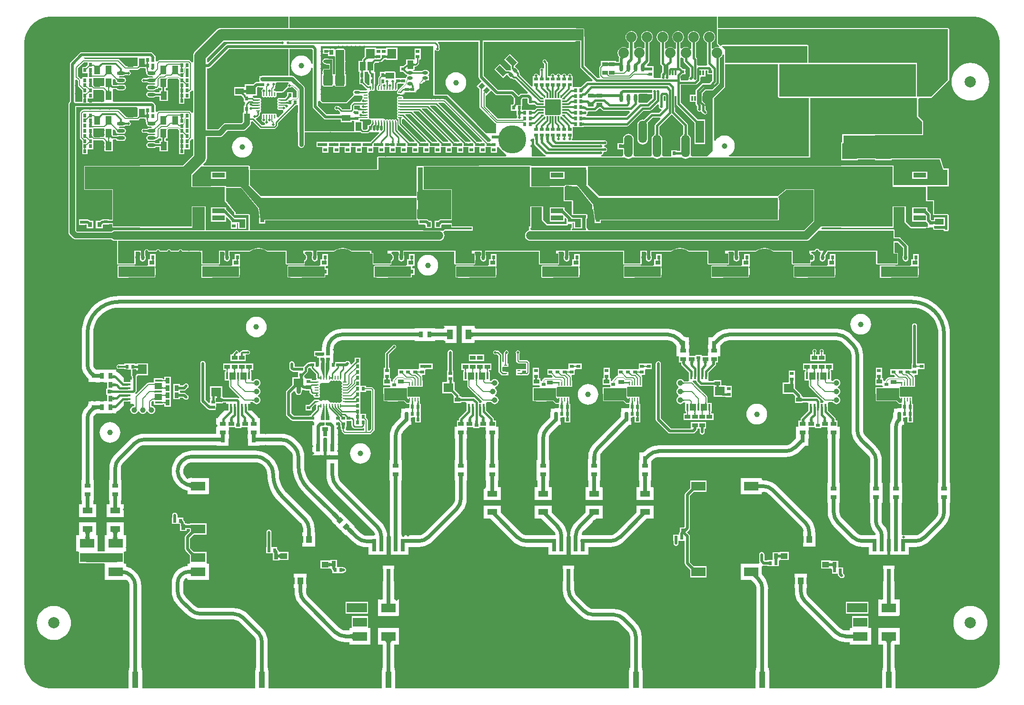
<source format=gtl>
G04*
G04 #@! TF.GenerationSoftware,Altium Limited,Altium Designer,19.1.8 (144)*
G04*
G04 Layer_Physical_Order=1*
G04 Layer_Color=255*
%FSLAX44Y44*%
%MOMM*%
G71*
G01*
G75*
%ADD10C,0.2500*%
%ADD11C,0.2000*%
%ADD13C,1.0000*%
%ADD14C,0.5000*%
%ADD15C,0.6350*%
%ADD16C,0.4000*%
%ADD17C,0.3000*%
%ADD20R,0.2500X0.7000*%
%ADD21R,2.3800X1.6500*%
%ADD22C,1.0000*%
%ADD23R,3.0480X1.2700*%
%ADD24R,2.1000X1.4000*%
%ADD25R,1.8000X1.6000*%
%ADD28R,1.1000X1.5000*%
%ADD29R,1.5000X1.1000*%
%ADD32R,1.6000X1.8000*%
%ADD33R,0.4000X0.8500*%
%ADD34R,3.1000X3.1000*%
%ADD35O,0.7500X0.2500*%
%ADD36O,0.2500X0.7500*%
%ADD38R,2.5400X1.6500*%
%ADD39C,2.0000*%
%ADD41R,0.7600X2.1600*%
%ADD42R,0.8000X1.0000*%
%ADD43R,1.0000X0.8000*%
G04:AMPARAMS|DCode=44|XSize=1mm|YSize=0.8mm|CornerRadius=0mm|HoleSize=0mm|Usage=FLASHONLY|Rotation=135.000|XOffset=0mm|YOffset=0mm|HoleType=Round|Shape=Rectangle|*
%AMROTATEDRECTD44*
4,1,4,0.6364,-0.0707,0.0707,-0.6364,-0.6364,0.0707,-0.0707,0.6364,0.6364,-0.0707,0.0*
%
%ADD44ROTATEDRECTD44*%

G04:AMPARAMS|DCode=45|XSize=1mm|YSize=0.8mm|CornerRadius=0mm|HoleSize=0mm|Usage=FLASHONLY|Rotation=225.000|XOffset=0mm|YOffset=0mm|HoleType=Round|Shape=Rectangle|*
%AMROTATEDRECTD45*
4,1,4,0.0707,0.6364,0.6364,0.0707,-0.0707,-0.6364,-0.6364,-0.0707,0.0707,0.6364,0.0*
%
%ADD45ROTATEDRECTD45*%

%ADD46O,0.6000X1.0000*%
%ADD47O,1.4500X0.6000*%
%ADD48R,4.5000X4.5000*%
%ADD49O,1.0000X0.6000*%
%ADD50R,0.8000X0.9500*%
%ADD51R,0.9500X0.8000*%
G04:AMPARAMS|DCode=53|XSize=0.95mm|YSize=0.8mm|CornerRadius=0mm|HoleSize=0mm|Usage=FLASHONLY|Rotation=45.000|XOffset=0mm|YOffset=0mm|HoleType=Round|Shape=Rectangle|*
%AMROTATEDRECTD53*
4,1,4,-0.0530,-0.6187,-0.6187,-0.0530,0.0530,0.6187,0.6187,0.0530,-0.0530,-0.6187,0.0*
%
%ADD53ROTATEDRECTD53*%

%ADD57R,0.4500X1.2000*%
%ADD58R,2.7500X2.7500*%
%ADD59O,0.6000X1.4500*%
G04:AMPARAMS|DCode=60|XSize=1mm|YSize=1.8mm|CornerRadius=0mm|HoleSize=0mm|Usage=FLASHONLY|Rotation=45.000|XOffset=0mm|YOffset=0mm|HoleType=Round|Shape=Rectangle|*
%AMROTATEDRECTD60*
4,1,4,0.2828,-0.9900,-0.9900,0.2828,-0.2828,0.9900,0.9900,-0.2828,0.2828,-0.9900,0.0*
%
%ADD60ROTATEDRECTD60*%

%ADD61R,1.4000X1.3000*%
%ADD62R,1.2450X0.6100*%
%ADD63R,1.8000X1.0400*%
%ADD66R,0.5000X0.5000*%
%ADD67R,0.3000X0.2000*%
%ADD68R,0.3000X0.5500*%
%ADD69R,0.5500X0.3000*%
%ADD70R,0.2000X0.3000*%
%ADD71R,1.2000X0.4500*%
%ADD72R,0.6100X1.2450*%
%ADD73R,1.0400X1.8000*%
%ADD77O,1.5000X4.0000*%
%ADD78R,1.5000X4.0000*%
%ADD79P,0.7071X4X180.0*%
%ADD85R,0.6000X0.7000*%
%ADD86R,0.7000X0.6000*%
%ADD87R,2.2860X0.8890*%
%ADD88R,8.8900X10.6680*%
%ADD89R,0.7600X1.4000*%
%ADD91R,2.5500X2.7700*%
%ADD92R,2.3500X2.7700*%
%ADD93R,1.2700X1.0200*%
%ADD94R,1.0200X1.2700*%
%ADD95R,1.0000X3.0000*%
G04:AMPARAMS|DCode=96|XSize=0.7mm|YSize=0.6mm|CornerRadius=0mm|HoleSize=0mm|Usage=FLASHONLY|Rotation=135.000|XOffset=0mm|YOffset=0mm|HoleType=Round|Shape=Rectangle|*
%AMROTATEDRECTD96*
4,1,4,0.4596,-0.0354,0.0354,-0.4596,-0.4596,0.0354,-0.0354,0.4596,0.4596,-0.0354,0.0*
%
%ADD96ROTATEDRECTD96*%

%ADD97R,0.5500X0.2500*%
%ADD98O,0.5000X1.0000*%
%ADD99O,1.0000X0.5000*%
%ADD100C,1.8796*%
%ADD101R,1.8796X1.8796*%
%ADD102C,5.0000*%
%ADD104C,0.5100*%
%ADD105C,0.1000*%
%ADD106C,0.6000*%
%ADD107C,0.7600*%
%ADD108C,0.7000*%
%ADD109C,2.0000*%
%ADD110C,1.5000*%
%ADD111C,0.4500*%
%ADD112C,0.7500*%
%ADD113C,1.6500*%
%ADD114C,0.7500*%
G36*
X127000Y625000D02*
X105000D01*
X103500Y645000D01*
X127000D01*
Y625000D01*
D02*
G37*
G36*
X364000Y645197D02*
X363961Y645000D01*
Y619500D01*
X363980Y619405D01*
X363970Y619308D01*
X364000Y619207D01*
Y618500D01*
X368141Y615075D01*
X367029Y612830D01*
X364314Y613188D01*
X361600Y612830D01*
X359070Y611783D01*
X357177Y610329D01*
X356043Y610582D01*
X354677Y611327D01*
Y621583D01*
X355842Y622065D01*
X358014Y623732D01*
X359681Y625904D01*
X360728Y628434D01*
X361086Y631148D01*
X360728Y633862D01*
X359681Y636392D01*
X358014Y638564D01*
X355842Y640231D01*
X353313Y641278D01*
X350598Y641636D01*
X347884Y641278D01*
X345354Y640231D01*
X343182Y638564D01*
X341516Y636392D01*
X340468Y633862D01*
X340111Y631148D01*
X340468Y628434D01*
X341516Y625904D01*
X343182Y623732D01*
X345354Y622065D01*
X346520Y621583D01*
Y584402D01*
X346520Y584402D01*
X346830Y582841D01*
X347006Y582578D01*
X345712Y580078D01*
X332000D01*
X332000Y580078D01*
X331578Y579995D01*
X329444Y581293D01*
X329078Y581852D01*
Y591363D01*
X329078Y591363D01*
X328768Y592924D01*
X327884Y594247D01*
X327884Y594247D01*
X326991Y595140D01*
Y621583D01*
X328156Y622065D01*
X330328Y623732D01*
X331995Y625904D01*
X333042Y628434D01*
X333400Y631148D01*
X333042Y633862D01*
X331995Y636392D01*
X330328Y638564D01*
X328156Y640231D01*
X325627Y641278D01*
X322912Y641636D01*
X320198Y641278D01*
X317668Y640231D01*
X315496Y638564D01*
X313829Y636392D01*
X312782Y633862D01*
X312425Y631148D01*
X312782Y628434D01*
X313829Y625904D01*
X315496Y623732D01*
X317668Y622065D01*
X318834Y621583D01*
Y610996D01*
X316452Y610149D01*
X316334Y610135D01*
X314186Y611783D01*
X311657Y612830D01*
X308942Y613188D01*
X306228Y612830D01*
X303698Y611783D01*
X301805Y610330D01*
X300671Y610583D01*
X299305Y611327D01*
Y621583D01*
X300470Y622065D01*
X302642Y623732D01*
X304309Y625904D01*
X305357Y628434D01*
X305714Y631148D01*
X305357Y633862D01*
X304309Y636392D01*
X302642Y638564D01*
X300470Y640231D01*
X297941Y641278D01*
X295226Y641636D01*
X292512Y641278D01*
X289982Y640231D01*
X287810Y638564D01*
X286143Y636392D01*
X285096Y633862D01*
X284739Y631148D01*
X285096Y628434D01*
X286143Y625904D01*
X287810Y623732D01*
X289982Y622065D01*
X291148Y621583D01*
Y610996D01*
X288766Y610149D01*
X288648Y610135D01*
X286500Y611783D01*
X283971Y612830D01*
X281256Y613188D01*
X278542Y612830D01*
X276012Y611783D01*
X274118Y610330D01*
X272985Y610582D01*
X271618Y611327D01*
Y621583D01*
X272784Y622065D01*
X274956Y623732D01*
X276623Y625904D01*
X277670Y628434D01*
X278028Y631148D01*
X277670Y633862D01*
X276623Y636392D01*
X274956Y638564D01*
X272784Y640231D01*
X270255Y641278D01*
X267540Y641636D01*
X264826Y641278D01*
X262296Y640231D01*
X260124Y638564D01*
X258458Y636392D01*
X257410Y633862D01*
X257052Y631148D01*
X257410Y628434D01*
X258458Y625904D01*
X260124Y623732D01*
X262296Y622065D01*
X263462Y621583D01*
Y584460D01*
X263462Y584460D01*
X263772Y582899D01*
X264656Y581576D01*
X266675Y579557D01*
Y568792D01*
X265866Y567983D01*
X264982Y566660D01*
X264672Y565100D01*
X264672Y565099D01*
Y559250D01*
X263464Y557778D01*
X252884D01*
X251253Y559603D01*
Y569603D01*
Y579603D01*
X240828D01*
X239466Y581777D01*
X243099Y585409D01*
X244093Y586898D01*
X244442Y588654D01*
Y621794D01*
X245098Y622065D01*
X247270Y623732D01*
X248937Y625904D01*
X249984Y628434D01*
X250342Y631148D01*
X249984Y633862D01*
X248937Y636392D01*
X247270Y638564D01*
X245098Y640231D01*
X242569Y641278D01*
X239854Y641636D01*
X237140Y641278D01*
X234610Y640231D01*
X232438Y638564D01*
X230772Y636392D01*
X229724Y633862D01*
X229366Y631148D01*
X229724Y628434D01*
X230772Y625904D01*
X232438Y623732D01*
X234610Y622065D01*
X235266Y621794D01*
Y611648D01*
X234572Y611107D01*
X232766Y610526D01*
X231128Y611783D01*
X228599Y612830D01*
X225884Y613188D01*
X223170Y612830D01*
X220640Y611783D01*
X219256Y610721D01*
X216800Y611752D01*
X216756Y611795D01*
Y621794D01*
X217412Y622065D01*
X219584Y623732D01*
X221251Y625904D01*
X222299Y628434D01*
X222656Y631148D01*
X222299Y633862D01*
X221251Y636392D01*
X219584Y638564D01*
X217412Y640231D01*
X214883Y641278D01*
X212168Y641636D01*
X209454Y641278D01*
X206924Y640231D01*
X204752Y638564D01*
X203085Y636392D01*
X202038Y633862D01*
X201681Y631148D01*
X202038Y628434D01*
X203085Y625904D01*
X204752Y623732D01*
X206924Y622065D01*
X207580Y621794D01*
Y611648D01*
X206886Y611107D01*
X205080Y610526D01*
X203442Y611783D01*
X200913Y612830D01*
X198198Y613188D01*
X195484Y612830D01*
X192954Y611783D01*
X190782Y610116D01*
X189116Y607944D01*
X188068Y605414D01*
X187710Y602700D01*
X188068Y599986D01*
X189116Y597456D01*
X190572Y595558D01*
X189964Y594648D01*
X189615Y592892D01*
Y587338D01*
X184500D01*
Y588750D01*
X158000D01*
Y581076D01*
X155837Y578913D01*
X155174Y577920D01*
X154941Y576750D01*
X154941Y576750D01*
Y562422D01*
X154941Y562422D01*
X155174Y561251D01*
X155837Y560259D01*
X156008Y560088D01*
X155051Y557778D01*
X151617D01*
X129078Y580317D01*
Y630000D01*
X128768Y631561D01*
X128082Y632587D01*
Y645000D01*
X127765Y645765D01*
X127000Y646082D01*
X114602D01*
X113133Y646691D01*
X110000Y647104D01*
X-396000D01*
Y667051D01*
X364000D01*
Y645197D01*
D02*
G37*
G36*
X-59588Y560000D02*
X-59239Y558244D01*
X-58244Y556756D01*
X-54153Y552665D01*
X-63182Y543636D01*
X-58080Y538534D01*
Y507021D01*
X-58080Y507021D01*
X-57847Y505850D01*
X-57184Y504858D01*
X-30863Y478537D01*
X-30010Y477684D01*
X-29000Y477000D01*
Y460000D01*
X-36000D01*
X-46000Y460000D01*
X-63000Y477000D01*
X-114500Y528500D01*
X-138000Y528500D01*
X-138000Y607615D01*
X-135500Y608100D01*
X-135059Y607441D01*
X-133885Y606656D01*
X-132500Y606381D01*
X-131115Y606656D01*
X-129941Y607441D01*
X-129156Y608615D01*
X-128881Y610000D01*
X-129156Y611385D01*
X-129186Y611431D01*
Y616300D01*
X-129439Y617568D01*
X-130157Y618643D01*
X-132100Y620587D01*
X-131144Y622896D01*
X-59588D01*
Y560000D01*
D02*
G37*
G36*
X-221939Y597546D02*
X-221493Y597515D01*
X-220781Y597500D01*
Y594500D01*
X-221493Y594485D01*
X-221939Y594442D01*
Y593000D01*
X-221977Y593285D01*
X-222090Y593540D01*
X-222279Y593765D01*
X-222544Y593960D01*
X-222884Y594125D01*
X-223248Y594243D01*
X-223593Y594133D01*
X-223930Y593971D01*
X-224193Y593780D01*
X-224380Y593559D01*
X-224493Y593310D01*
X-224531Y593031D01*
Y594452D01*
X-225001Y594485D01*
X-225720Y594500D01*
Y597500D01*
X-225001Y597515D01*
X-224531Y597562D01*
Y598969D01*
X-224493Y598690D01*
X-224380Y598441D01*
X-224193Y598220D01*
X-223930Y598029D01*
X-223593Y597867D01*
X-223248Y597757D01*
X-222884Y597875D01*
X-222544Y598040D01*
X-222279Y598235D01*
X-222090Y598460D01*
X-221977Y598715D01*
X-221939Y599000D01*
Y597546D01*
D02*
G37*
G36*
X-636245Y595450D02*
X-636175Y594572D01*
X-636133Y594357D01*
X-636081Y594182D01*
X-636020Y594045D01*
X-635949Y593947D01*
X-635869Y593889D01*
X-635780Y593870D01*
X-641719D01*
X-641630Y593889D01*
X-641550Y593947D01*
X-641480Y594045D01*
X-641419Y594182D01*
X-641367Y594357D01*
X-641325Y594572D01*
X-641292Y594826D01*
X-641255Y595450D01*
X-641250Y595821D01*
X-636250D01*
X-636245Y595450D01*
D02*
G37*
G36*
X-244023Y598715D02*
X-243910Y598460D01*
X-243721Y598235D01*
X-243456Y598040D01*
X-243116Y597875D01*
X-242752Y597757D01*
X-242407Y597867D01*
X-242069Y598029D01*
X-241807Y598220D01*
X-241619Y598441D01*
X-241507Y598690D01*
X-241469Y598969D01*
Y597548D01*
X-240999Y597515D01*
X-240280Y597500D01*
Y594500D01*
X-240999Y594485D01*
X-241469Y594438D01*
Y593031D01*
X-241507Y593310D01*
X-241619Y593559D01*
X-241807Y593780D01*
X-242069Y593971D01*
X-242407Y594133D01*
X-242752Y594243D01*
X-243116Y594125D01*
X-243456Y593960D01*
X-243721Y593765D01*
X-243910Y593540D01*
X-244023Y593285D01*
X-244061Y593000D01*
Y594454D01*
X-244507Y594485D01*
X-245219Y594500D01*
Y597500D01*
X-244507Y597515D01*
X-244061Y597558D01*
Y599000D01*
X-244023Y598715D01*
D02*
G37*
G36*
X-256727Y592061D02*
X-256918Y592267D01*
X-257173Y592368D01*
X-257491Y592363D01*
X-257873Y592253D01*
X-258319Y592037D01*
X-258828Y591716D01*
X-259401Y591290D01*
X-260037Y590758D01*
X-261491Y589387D01*
X-261490Y589329D01*
X-261413Y588200D01*
X-261345Y587741D01*
X-261258Y587352D01*
X-261151Y587034D01*
X-261025Y586787D01*
X-260879Y586611D01*
X-260715Y586505D01*
X-260530Y586469D01*
X-266000Y586439D01*
X-265715Y586476D01*
X-265460Y586584D01*
X-265235Y586763D01*
X-265040Y587013D01*
X-264875Y587333D01*
X-264740Y587725D01*
X-264635Y588187D01*
X-264560Y588721D01*
X-264515Y589325D01*
X-264500Y590000D01*
X-261723D01*
X-262621Y592500D01*
X-261968Y593174D01*
X-260919Y594391D01*
X-260522Y594934D01*
X-260211Y595433D01*
X-259986Y595888D01*
X-259846Y596300D01*
X-259791Y596668D01*
X-259822Y596993D01*
X-259939Y597273D01*
X-256727Y592061D01*
D02*
G37*
G36*
X-244379Y587000D02*
X-245074Y586284D01*
X-246177Y585011D01*
X-246585Y584454D01*
X-246898Y583950D01*
X-247115Y583500D01*
X-247237Y583102D01*
X-247264Y582757D01*
X-247195Y582466D01*
X-247031Y582227D01*
X-251273Y586469D01*
X-251035Y586305D01*
X-250743Y586236D01*
X-250398Y586263D01*
X-250000Y586385D01*
X-249550Y586602D01*
X-249046Y586915D01*
X-248489Y587323D01*
X-247879Y587827D01*
X-246500Y589121D01*
X-244379Y587000D01*
D02*
G37*
G36*
X-408500Y618732D02*
X-505857D01*
X-507612Y618382D01*
X-509101Y617388D01*
X-540396Y586092D01*
X-542896Y587128D01*
Y592486D01*
X-512487Y622896D01*
X-408500D01*
Y618732D01*
D02*
G37*
G36*
X525000Y615000D02*
Y585053D01*
X524873Y585000D01*
X379000Y585000D01*
Y608750D01*
X372887Y613805D01*
X373317Y615000D01*
X525000Y615000D01*
D02*
G37*
G36*
X-354588Y608100D02*
Y583980D01*
X-356994Y583582D01*
X-358039Y587025D01*
X-359736Y590199D01*
X-362019Y592981D01*
X-364801Y595264D01*
X-367975Y596961D01*
X-371418Y598006D01*
X-375000Y598358D01*
X-378582Y598006D01*
X-382025Y596961D01*
X-385199Y595264D01*
X-387981Y592981D01*
X-390264Y590199D01*
X-391961Y587025D01*
X-393006Y583582D01*
X-393358Y580000D01*
X-393006Y576418D01*
X-391961Y572975D01*
X-390264Y569801D01*
X-387981Y567019D01*
X-385199Y564736D01*
X-382025Y563039D01*
X-378582Y561994D01*
X-375000Y561642D01*
X-371418Y561994D01*
X-367975Y563039D01*
X-364801Y564736D01*
X-362019Y567019D01*
X-359736Y569801D01*
X-358039Y572975D01*
X-356994Y576418D01*
X-354588Y576021D01*
Y507000D01*
X-354239Y505244D01*
X-353244Y503756D01*
X-335244Y485756D01*
X-333756Y484761D01*
X-332000Y484412D01*
X-304500D01*
Y479500D01*
X-285500D01*
Y481922D01*
X-282000D01*
Y481000D01*
X-280500D01*
Y463500D01*
X-369137D01*
Y540000D01*
X-369584Y542243D01*
X-370854Y544146D01*
X-387355Y560645D01*
X-389256Y561916D01*
X-391500Y562363D01*
X-396000D01*
Y609555D01*
X-356044D01*
X-354588Y608100D01*
D02*
G37*
G36*
X526259Y583173D02*
X527039Y583018D01*
X717961D01*
Y525000D01*
X475000D01*
Y582961D01*
X524873Y582961D01*
X524873Y582961D01*
X524873Y582961D01*
X525235Y583033D01*
X525653Y583116D01*
X525653Y583116D01*
X525653Y583116D01*
X525780Y583169D01*
D01*
D01*
X525780Y583169D01*
X526023Y583331D01*
X526259Y583173D01*
D02*
G37*
G36*
X-647745Y587076D02*
X-647737Y586961D01*
X-646750D01*
X-646940Y586936D01*
X-647110Y586860D01*
X-647260Y586733D01*
X-647390Y586556D01*
X-647500Y586328D01*
X-647590Y586050D01*
X-647656Y585738D01*
X-647591Y584756D01*
X-647590Y584750D01*
X-647500Y584472D01*
X-647390Y584244D01*
X-647260Y584067D01*
X-647110Y583940D01*
X-646940Y583864D01*
X-646750Y583839D01*
X-647530D01*
X-647435Y582397D01*
X-647257Y580550D01*
X-649280D01*
Y580250D01*
X-647257D01*
X-647490Y576961D01*
X-646750D01*
X-646940Y576936D01*
X-647110Y576860D01*
X-647260Y576733D01*
X-647390Y576556D01*
X-647500Y576328D01*
X-647544Y576191D01*
X-647750Y573282D01*
X-649750D01*
X-649755Y573724D01*
X-649909Y576044D01*
X-649910Y576050D01*
X-650000Y576328D01*
X-650110Y576556D01*
X-650240Y576733D01*
X-650390Y576860D01*
X-650560Y576936D01*
X-650750Y576961D01*
X-649969D01*
X-650065Y578403D01*
X-650111Y578880D01*
X-651680Y578745D01*
X-651689Y578743D01*
Y577400D01*
X-651727Y577685D01*
X-651840Y577940D01*
X-652029Y578165D01*
X-652294Y578360D01*
X-652560Y578489D01*
X-652693Y578425D01*
X-652880Y578279D01*
X-652993Y578115D01*
X-653030Y577930D01*
X-653034Y578655D01*
X-653050Y578660D01*
X-653541Y578765D01*
X-654108Y578840D01*
X-654751Y578885D01*
X-655469Y578900D01*
Y581885D01*
X-656999Y580356D01*
X-657022Y580403D01*
X-657089Y580492D01*
X-657199Y580622D01*
X-658413Y581894D01*
X-659207Y582693D01*
X-657793Y584107D01*
X-655456Y581900D01*
X-654751Y581915D01*
X-653541Y582035D01*
X-653054Y582139D01*
X-653061Y583400D01*
X-653021Y583115D01*
X-652907Y582860D01*
X-652717Y582635D01*
X-652452Y582440D01*
X-652373Y582402D01*
X-652294Y582440D01*
X-652029Y582635D01*
X-651840Y582860D01*
X-651727Y583115D01*
X-651689Y583400D01*
Y582138D01*
X-651205Y582035D01*
X-650639Y581960D01*
X-650145Y581925D01*
X-650010Y583839D01*
X-650750D01*
X-650560Y583864D01*
X-650390Y583940D01*
X-650240Y584067D01*
X-650110Y584244D01*
X-650000Y584472D01*
X-649955Y584609D01*
X-649868Y585852D01*
X-649910Y586050D01*
X-650000Y586328D01*
X-650110Y586556D01*
X-650240Y586733D01*
X-650390Y586860D01*
X-650560Y586936D01*
X-650750Y586961D01*
X-649789D01*
X-649750Y587518D01*
X-647750D01*
X-647745Y587076D01*
D02*
G37*
G36*
X-612763Y580723D02*
X-613229Y580243D01*
X-613970Y579391D01*
X-614246Y579019D01*
X-614457Y578682D01*
X-614605Y578382D01*
X-614690Y578118D01*
X-614710Y577890D01*
X-614667Y577697D01*
X-614561Y577541D01*
X-617359Y580339D01*
X-617202Y580232D01*
X-617010Y580190D01*
X-616782Y580210D01*
X-616518Y580295D01*
X-616217Y580443D01*
X-615881Y580654D01*
X-615509Y580929D01*
X-615101Y581268D01*
X-614177Y582137D01*
X-612763Y580723D01*
D02*
G37*
G36*
X-729879Y580900D02*
X-730576Y580181D01*
X-731686Y578905D01*
X-732097Y578347D01*
X-732413Y577843D01*
X-732634Y577392D01*
X-732758Y576996D01*
X-732788Y576652D01*
X-732722Y576363D01*
X-732561Y576127D01*
X-736773Y580339D01*
X-736537Y580178D01*
X-736247Y580112D01*
X-735904Y580141D01*
X-735508Y580266D01*
X-735057Y580487D01*
X-734553Y580803D01*
X-733995Y581214D01*
X-733384Y581721D01*
X-732000Y583021D01*
X-729879Y580900D01*
D02*
G37*
G36*
X-175499Y584263D02*
X-175406Y584050D01*
X-175249Y583862D01*
X-175030Y583700D01*
X-174749Y583563D01*
X-174405Y583450D01*
X-173999Y583363D01*
X-173531Y583300D01*
X-172999Y583262D01*
X-172405Y583250D01*
Y580750D01*
X-172999Y580737D01*
X-173999Y580638D01*
X-174405Y580550D01*
X-174749Y580438D01*
X-175030Y580300D01*
X-175249Y580137D01*
X-175406Y579950D01*
X-175499Y579738D01*
X-175530Y579500D01*
Y584500D01*
X-175499Y584263D01*
D02*
G37*
G36*
X-666000Y580226D02*
X-667267Y578959D01*
X-686483D01*
X-698587Y591063D01*
X-699579Y591726D01*
X-700750Y591959D01*
X-700750Y591959D01*
X-760434D01*
X-761851Y594459D01*
X-761729Y594662D01*
X-666000D01*
Y580226D01*
D02*
G37*
G36*
X-661141Y577930D02*
X-661300Y578040D01*
X-661495Y578086D01*
X-661724Y578068D01*
X-661990Y577987D01*
X-662290Y577842D01*
X-662626Y577634D01*
X-662997Y577361D01*
X-663404Y577025D01*
X-664323Y576163D01*
X-665737Y577577D01*
X-665274Y578054D01*
X-664539Y578903D01*
X-664266Y579274D01*
X-664058Y579610D01*
X-663913Y579910D01*
X-663831Y580176D01*
X-663814Y580405D01*
X-663860Y580600D01*
X-663969Y580759D01*
X-661141Y577930D01*
D02*
G37*
G36*
X-746755Y582799D02*
X-746680Y582629D01*
X-746555Y582479D01*
X-746380Y582349D01*
X-746155Y582239D01*
X-745880Y582149D01*
X-745555Y582079D01*
X-745180Y582029D01*
X-744755Y581999D01*
X-744280Y581989D01*
Y580797D01*
X-743382Y581696D01*
X-742988Y581317D01*
X-742281Y580722D01*
X-741967Y580508D01*
X-741680Y580348D01*
X-741419Y580242D01*
X-741185Y580192D01*
X-740977Y580196D01*
X-740796Y580255D01*
X-740641Y580369D01*
X-743469Y577541D01*
X-743355Y577696D01*
X-743296Y577877D01*
X-743292Y578085D01*
X-743342Y578319D01*
X-743447Y578580D01*
X-743607Y578867D01*
X-743822Y579181D01*
X-744092Y579521D01*
X-744417Y579888D01*
X-744509Y579984D01*
X-744755Y579979D01*
X-745555Y579899D01*
X-745880Y579829D01*
X-746155Y579739D01*
X-746380Y579629D01*
X-746555Y579499D01*
X-746680Y579349D01*
X-746755Y579179D01*
X-746780Y578989D01*
Y582989D01*
X-746755Y582799D01*
D02*
G37*
G36*
X-186439Y577500D02*
X-186455Y577738D01*
X-186502Y577950D01*
X-186579Y578138D01*
X-186689Y578300D01*
X-186829Y578438D01*
X-187001Y578550D01*
X-187204Y578638D01*
X-187438Y578700D01*
X-187703Y578737D01*
X-188000Y578750D01*
Y581250D01*
X-187703Y581263D01*
X-187438Y581300D01*
X-187204Y581362D01*
X-187001Y581450D01*
X-186829Y581562D01*
X-186689Y581700D01*
X-186579Y581862D01*
X-186502Y582050D01*
X-186455Y582262D01*
X-186439Y582500D01*
Y577500D01*
D02*
G37*
G36*
X-188321Y577911D02*
X-188925Y577290D01*
X-189880Y576196D01*
X-190231Y575723D01*
X-190497Y575301D01*
X-190679Y574928D01*
X-190776Y574605D01*
X-190789Y574331D01*
X-190717Y574108D01*
X-190620Y573999D01*
X-190530Y574066D01*
X-190605Y573983D01*
X-190561Y573934D01*
X-190614Y573974D01*
X-190690Y573890D01*
X-190765Y573664D01*
X-190755Y573389D01*
X-190661Y573065D01*
X-190483Y572692D01*
X-190219Y572270D01*
X-189872Y571798D01*
X-189439Y571278D01*
X-188321Y570089D01*
X-190588Y568821D01*
X-191163Y569377D01*
X-192193Y570266D01*
X-192650Y570599D01*
X-193067Y570858D01*
X-193445Y571041D01*
X-193784Y571150D01*
X-194084Y571185D01*
X-194345Y571145D01*
X-194566Y571031D01*
X-190634Y573988D01*
X-194566Y576939D01*
X-194348Y576827D01*
X-194089Y576790D01*
X-193791Y576828D01*
X-193453Y576940D01*
X-193075Y577127D01*
X-192658Y577388D01*
X-192200Y577724D01*
X-191703Y578134D01*
X-190588Y579179D01*
X-188321Y577911D01*
D02*
G37*
G36*
X4087Y581618D02*
X3832Y581460D01*
X3607Y581198D01*
X3412Y580830D01*
X3247Y580358D01*
X3112Y579780D01*
X3007Y579098D01*
X2932Y578310D01*
X2872Y576420D01*
X-128D01*
X-143Y577417D01*
X-263Y579098D01*
X-368Y579780D01*
X-503Y580358D01*
X-668Y580830D01*
X-863Y581198D01*
X-1088Y581460D01*
X-1343Y581618D01*
X-1628Y581670D01*
X4372D01*
X4087Y581618D01*
D02*
G37*
G36*
X-586741Y577461D02*
X-585750D01*
X-585940Y577436D01*
X-586110Y577360D01*
X-586260Y577233D01*
X-586390Y577056D01*
X-586500Y576828D01*
X-586590Y576550D01*
X-586622Y576400D01*
X-586590Y576250D01*
X-586500Y575972D01*
X-586390Y575744D01*
X-586260Y575567D01*
X-586110Y575440D01*
X-585940Y575364D01*
X-585750Y575339D01*
X-586741D01*
X-586750Y574930D01*
X-588750D01*
X-588758Y575339D01*
X-589750D01*
X-589560Y575364D01*
X-589390Y575440D01*
X-589240Y575567D01*
X-589110Y575744D01*
X-589000Y575972D01*
X-588910Y576250D01*
X-588878Y576400D01*
X-588910Y576550D01*
X-589000Y576828D01*
X-589110Y577056D01*
X-589240Y577233D01*
X-589390Y577360D01*
X-589560Y577436D01*
X-589750Y577461D01*
X-588758D01*
X-588750Y577869D01*
X-586750D01*
X-586741Y577461D01*
D02*
G37*
G36*
X-653750Y574900D02*
X-651809D01*
Y571032D01*
X-651809Y571032D01*
X-651576Y569862D01*
X-650913Y568869D01*
X-650540Y568497D01*
X-650848Y566950D01*
X-650460Y564999D01*
X-649355Y563345D01*
X-647701Y562240D01*
X-645750Y561852D01*
X-639547D01*
X-638273Y559352D01*
X-638275Y559348D01*
X-645750D01*
X-647701Y558960D01*
X-649355Y557855D01*
X-649379Y557818D01*
X-655294D01*
X-655550Y557869D01*
X-656935Y557594D01*
X-658109Y556809D01*
X-658894Y555635D01*
X-659169Y554250D01*
X-658894Y552865D01*
X-658109Y551691D01*
X-656935Y550906D01*
X-655550Y550630D01*
X-655294Y550681D01*
X-649379D01*
X-649355Y550645D01*
X-647701Y549540D01*
X-645750Y549152D01*
X-637250D01*
X-636659Y549269D01*
X-634698Y547900D01*
X-636659Y546530D01*
X-637250Y546648D01*
X-645750D01*
X-647701Y546260D01*
X-649355Y545155D01*
X-650460Y543501D01*
X-650848Y541550D01*
X-650460Y539599D01*
X-649355Y537945D01*
X-647701Y536840D01*
X-645750Y536452D01*
X-637250D01*
X-635299Y536840D01*
X-633645Y537945D01*
X-633280Y538491D01*
X-632100D01*
X-632100Y538491D01*
X-630929Y538724D01*
X-629937Y539387D01*
X-628489Y540835D01*
X-627500Y540425D01*
Y540425D01*
X-623568D01*
Y536400D01*
X-627250D01*
Y532419D01*
X-633621D01*
X-633645Y532455D01*
X-635299Y533560D01*
X-637250Y533948D01*
X-645750D01*
X-647701Y533560D01*
X-649355Y532455D01*
X-650460Y530801D01*
X-650848Y528850D01*
X-650460Y526899D01*
X-649355Y525245D01*
X-647701Y524140D01*
X-645750Y523752D01*
X-637250D01*
X-635299Y524140D01*
X-633645Y525245D01*
X-633621Y525281D01*
X-627250D01*
Y517400D01*
X-612250D01*
Y536400D01*
X-616431D01*
Y540425D01*
X-612500D01*
Y555820D01*
X-610869Y557451D01*
X-595509D01*
X-593526Y555468D01*
X-592750Y554949D01*
Y548770D01*
Y539770D01*
Y530400D01*
Y521400D01*
Y512400D01*
X-582750D01*
Y521400D01*
X-572750D01*
Y533510D01*
X-572430Y533574D01*
X-571437Y534237D01*
X-569604Y536071D01*
X-569532Y536070D01*
X-567104Y535304D01*
Y497174D01*
X-569532Y496409D01*
X-569604Y496408D01*
X-572258Y499063D01*
X-573251Y499726D01*
X-574421Y499959D01*
X-574422Y499959D01*
X-627750D01*
X-627750Y499959D01*
X-628920Y499726D01*
X-629913Y499063D01*
X-629913Y499063D01*
X-631250Y497726D01*
X-633750Y498761D01*
Y505900D01*
X-634162D01*
Y508750D01*
X-634511Y510506D01*
X-635505Y511994D01*
X-637656Y514144D01*
X-639144Y515139D01*
X-640900Y515488D01*
X-708580D01*
X-710000Y517400D01*
Y536400D01*
X-710000Y536400D01*
X-709168Y538555D01*
X-704262D01*
X-703855Y537945D01*
X-702201Y536840D01*
X-700250Y536452D01*
X-691750D01*
X-689799Y536840D01*
X-688145Y537945D01*
X-687040Y539599D01*
X-686652Y541550D01*
X-687040Y543501D01*
X-688145Y545155D01*
X-689799Y546260D01*
X-691750Y546648D01*
X-700250D01*
X-702201Y546260D01*
X-703050Y545693D01*
X-709496D01*
X-710000Y546197D01*
Y555808D01*
X-707690Y556764D01*
X-705319Y554394D01*
X-705348Y554250D01*
X-704960Y552299D01*
X-703855Y550645D01*
X-702201Y549540D01*
X-700250Y549152D01*
X-691750D01*
X-689799Y549540D01*
X-688145Y550645D01*
X-687040Y552299D01*
X-686652Y554250D01*
X-687040Y556201D01*
X-688145Y557855D01*
X-689799Y558960D01*
X-691750Y559348D01*
X-699224D01*
X-699227Y559352D01*
X-697953Y561852D01*
X-691750D01*
X-689799Y562240D01*
X-688145Y563345D01*
X-688121Y563381D01*
X-682206D01*
X-681950Y563330D01*
X-680565Y563606D01*
X-679391Y564391D01*
X-678606Y565565D01*
X-678331Y566950D01*
X-678606Y568335D01*
X-679391Y569509D01*
X-680565Y570294D01*
X-680802Y570341D01*
X-680556Y572841D01*
X-666000D01*
X-666000Y572841D01*
X-664829Y573074D01*
X-663837Y573737D01*
X-661674Y575900D01*
X-653750D01*
Y574900D01*
D02*
G37*
G36*
X353520Y574129D02*
X353580Y573797D01*
X353680Y573504D01*
X353820Y573249D01*
X354000Y573034D01*
X354220Y572857D01*
X354480Y572719D01*
X354780Y572620D01*
X355120Y572560D01*
X355500Y572539D01*
X349031Y572569D01*
X349120Y572589D01*
X349200Y572647D01*
X349270Y572743D01*
X349331Y572878D01*
X349383Y573052D01*
X349425Y573264D01*
X349458Y573515D01*
X349495Y574133D01*
X349500Y574500D01*
X353500D01*
X353520Y574129D01*
D02*
G37*
G36*
X2692Y575914D02*
X2946Y575723D01*
X3194Y575578D01*
X3437Y575481D01*
X3674Y575431D01*
X3906Y575427D01*
X4133Y575471D01*
X4354Y575561D01*
X4570Y575699D01*
X4780Y575883D01*
X581Y571683D01*
X765Y571894D01*
X903Y572110D01*
X993Y572331D01*
X1037Y572558D01*
X1033Y572790D01*
X983Y573027D01*
X885Y573270D01*
X741Y573518D01*
X550Y573772D01*
X312Y574031D01*
X2433Y576152D01*
X2692Y575914D01*
D02*
G37*
G36*
X-694485Y572977D02*
X-694365Y571767D01*
X-694260Y571276D01*
X-694125Y570860D01*
X-693960Y570519D01*
X-693765Y570255D01*
X-693540Y570066D01*
X-693285Y569952D01*
X-693000Y569915D01*
X-699000D01*
X-698715Y569952D01*
X-698460Y570066D01*
X-698235Y570255D01*
X-698040Y570519D01*
X-697875Y570860D01*
X-697740Y571276D01*
X-697635Y571767D01*
X-697560Y572334D01*
X-697515Y572977D01*
X-697500Y573695D01*
X-694500D01*
X-694485Y572977D01*
D02*
G37*
G36*
X-632946Y570290D02*
X-633355Y569866D01*
X-633996Y569115D01*
X-634227Y568787D01*
X-634398Y568491D01*
X-634509Y568227D01*
X-634560Y567995D01*
X-634552Y567795D01*
X-634484Y567627D01*
X-634357Y567491D01*
X-637533Y569915D01*
X-637362Y569823D01*
X-637162Y569788D01*
X-636933Y569809D01*
X-636675Y569887D01*
X-636389Y570021D01*
X-636074Y570211D01*
X-635731Y570458D01*
X-635358Y570761D01*
X-634528Y571536D01*
X-632946Y570290D01*
D02*
G37*
G36*
X219460Y569657D02*
X219306Y569767D01*
X219122Y569819D01*
X218908Y569813D01*
X218663Y569749D01*
X218389Y569627D01*
X218084Y569447D01*
X217749Y569209D01*
X217384Y568914D01*
X216563Y568148D01*
X215149Y569562D01*
X215560Y569988D01*
X216210Y570748D01*
X216448Y571083D01*
X216628Y571388D01*
X216749Y571663D01*
X216814Y571907D01*
X216820Y572122D01*
X216768Y572306D01*
X216658Y572460D01*
X219460Y569657D01*
D02*
G37*
G36*
X-647528Y571238D02*
X-646745Y570567D01*
X-646394Y570312D01*
X-646068Y570111D01*
X-645769Y569964D01*
X-645496Y569870D01*
X-645249Y569831D01*
X-645029Y569846D01*
X-644834Y569915D01*
X-648506Y567976D01*
X-648351Y568087D01*
X-648251Y568225D01*
X-648207Y568391D01*
X-648219Y568584D01*
X-648286Y568805D01*
X-648409Y569054D01*
X-648588Y569330D01*
X-648822Y569634D01*
X-649112Y569966D01*
X-649457Y570325D01*
X-647958Y571655D01*
X-647528Y571238D01*
D02*
G37*
G36*
X-264737Y571529D02*
X-264950Y571435D01*
X-265138Y571277D01*
X-265300Y571056D01*
X-265438Y570772D01*
X-265550Y570425D01*
X-265637Y570015D01*
X-265700Y569542D01*
X-265717Y569292D01*
X-265637Y568485D01*
X-265550Y568075D01*
X-265438Y567728D01*
X-265300Y567444D01*
X-265138Y567223D01*
X-264950Y567065D01*
X-264737Y566971D01*
X-264500Y566939D01*
X-269500D01*
X-269263Y566971D01*
X-269050Y567065D01*
X-268862Y567223D01*
X-268700Y567444D01*
X-268563Y567728D01*
X-268450Y568075D01*
X-268363Y568485D01*
X-268300Y568959D01*
X-268283Y569208D01*
X-268363Y570015D01*
X-268450Y570425D01*
X-268563Y570772D01*
X-268700Y571056D01*
X-268862Y571277D01*
X-269050Y571435D01*
X-269263Y571529D01*
X-269500Y571561D01*
X-264500D01*
X-264737Y571529D01*
D02*
G37*
G36*
X-719141Y565461D02*
X-719342Y565523D01*
X-719569Y565531D01*
X-719822Y565486D01*
X-720101Y565387D01*
X-720406Y565234D01*
X-720737Y565027D01*
X-721095Y564767D01*
X-721478Y564452D01*
X-722323Y563663D01*
X-724737Y564077D01*
X-724226Y564601D01*
X-723135Y565900D01*
X-722919Y566241D01*
X-722776Y566536D01*
X-722706Y566786D01*
X-722710Y566989D01*
X-722788Y567147D01*
X-722939Y567259D01*
X-719141Y565461D01*
D02*
G37*
G36*
X-602141Y565430D02*
X-602300Y565540D01*
X-602495Y565586D01*
X-602724Y565568D01*
X-602990Y565487D01*
X-603290Y565342D01*
X-603626Y565133D01*
X-603997Y564861D01*
X-604404Y564525D01*
X-605323Y563663D01*
X-606737Y565077D01*
X-606274Y565554D01*
X-605539Y566403D01*
X-605266Y566774D01*
X-605058Y567110D01*
X-604913Y567410D01*
X-604832Y567676D01*
X-604814Y567905D01*
X-604860Y568100D01*
X-604969Y568259D01*
X-602141Y565430D01*
D02*
G37*
G36*
X-622641D02*
X-622800Y565540D01*
X-622994Y565586D01*
X-623224Y565568D01*
X-623489Y565487D01*
X-623790Y565342D01*
X-624126Y565133D01*
X-624497Y564861D01*
X-624904Y564525D01*
X-625823Y563663D01*
X-627237Y565077D01*
X-626774Y565554D01*
X-626039Y566403D01*
X-625766Y566774D01*
X-625558Y567110D01*
X-625413Y567410D01*
X-625331Y567676D01*
X-625314Y567905D01*
X-625360Y568100D01*
X-625469Y568259D01*
X-622641Y565430D01*
D02*
G37*
G36*
X9514Y570755D02*
X9409Y570506D01*
X9374Y570229D01*
X9408Y569925D01*
X9511Y569594D01*
X9683Y569235D01*
X9924Y568848D01*
X10234Y568434D01*
X10613Y567993D01*
X11061Y567524D01*
X8939Y565403D01*
X8471Y565851D01*
X8029Y566230D01*
X7615Y566540D01*
X7229Y566781D01*
X6870Y566953D01*
X6539Y567056D01*
X6235Y567090D01*
X5958Y567054D01*
X5709Y566950D01*
X5487Y566777D01*
X9687Y570976D01*
X9514Y570755D01*
D02*
G37*
G36*
X-748235Y569996D02*
X-748139Y569019D01*
X-746780D01*
X-747059Y568982D01*
X-747309Y568869D01*
X-747530Y568682D01*
X-747721Y568419D01*
X-747883Y568082D01*
X-747912Y567989D01*
X-747883Y567896D01*
X-747721Y567558D01*
X-747530Y567296D01*
X-747309Y567108D01*
X-747059Y566996D01*
X-746780Y566958D01*
X-748147D01*
X-748191Y566619D01*
X-748235Y565982D01*
X-748250Y565269D01*
X-751250D01*
X-751264Y565982D01*
X-751360Y566958D01*
X-752719D01*
X-752440Y566996D01*
X-752190Y567108D01*
X-751970Y567296D01*
X-751779Y567558D01*
X-751617Y567896D01*
X-751587Y567989D01*
X-751617Y568082D01*
X-751779Y568419D01*
X-751970Y568682D01*
X-752190Y568869D01*
X-752440Y568982D01*
X-752719Y569019D01*
X-751353D01*
X-751309Y569358D01*
X-751264Y569996D01*
X-751250Y570708D01*
X-748250D01*
X-748235Y569996D01*
D02*
G37*
G36*
X-185618Y565219D02*
X-185755Y565384D01*
X-185900Y565532D01*
X-186052Y565662D01*
X-186213Y565775D01*
X-186381Y565870D01*
X-186556Y565948D01*
X-186740Y566009D01*
X-186931Y566052D01*
X-187130Y566078D01*
X-187337Y566087D01*
Y568587D01*
X-187130Y568596D01*
X-186931Y568622D01*
X-186740Y568665D01*
X-186556Y568726D01*
X-186381Y568804D01*
X-186213Y568899D01*
X-186052Y569012D01*
X-185900Y569142D01*
X-185755Y569290D01*
X-185618Y569455D01*
Y565219D01*
D02*
G37*
G36*
X-12225Y570735D02*
X-12067Y570480D01*
X-11805Y570255D01*
X-11437Y570060D01*
X-10965Y569895D01*
X-10387Y569760D01*
X-9705Y569655D01*
X-8917Y569580D01*
X-7027Y569520D01*
Y566520D01*
X-8025Y566505D01*
X-9705Y566385D01*
X-10387Y566280D01*
X-10965Y566145D01*
X-11437Y565980D01*
X-11805Y565785D01*
X-12067Y565560D01*
X-12225Y565305D01*
X-12277Y565020D01*
Y571020D01*
X-12225Y570735D01*
D02*
G37*
G36*
X-158101Y564861D02*
X-158144Y565094D01*
X-158270Y565303D01*
X-158481Y565486D01*
X-158777Y565646D01*
X-159156Y565781D01*
X-159621Y565891D01*
X-160169Y565977D01*
X-160802Y566038D01*
X-162321Y566087D01*
Y568587D01*
X-161520Y568599D01*
X-160169Y568697D01*
X-159621Y568783D01*
X-159156Y568894D01*
X-158777Y569028D01*
X-158481Y569188D01*
X-158270Y569372D01*
X-158144Y569580D01*
X-158101Y569813D01*
Y564861D01*
D02*
G37*
G36*
X-177856Y569580D02*
X-177730Y569372D01*
X-177519Y569188D01*
X-177223Y569028D01*
X-176844Y568894D01*
X-176379Y568783D01*
X-175831Y568697D01*
X-175198Y568636D01*
X-173678Y568587D01*
Y566087D01*
X-174480Y566075D01*
X-175831Y565977D01*
X-176379Y565891D01*
X-176844Y565781D01*
X-177223Y565646D01*
X-177519Y565486D01*
X-177730Y565303D01*
X-177856Y565094D01*
X-177899Y564861D01*
Y569813D01*
X-177856Y569580D01*
D02*
G37*
G36*
X-4379Y568843D02*
X-4126Y568652D01*
X-3877Y568507D01*
X-3634Y568410D01*
X-3397Y568359D01*
X-3165Y568356D01*
X-2938Y568400D01*
X-2717Y568490D01*
X-2501Y568627D01*
X-2291Y568812D01*
X-6490Y564612D01*
X-6306Y564823D01*
X-6169Y565039D01*
X-6078Y565260D01*
X-6035Y565487D01*
X-6038Y565719D01*
X-6088Y565956D01*
X-6186Y566199D01*
X-6330Y566447D01*
X-6521Y566701D01*
X-6759Y566960D01*
X-4638Y569081D01*
X-4379Y568843D01*
D02*
G37*
G36*
X-689947Y569336D02*
X-689601Y569149D01*
X-689216Y568985D01*
X-688791Y568842D01*
X-688326Y568722D01*
X-687822Y568623D01*
X-687278Y568546D01*
X-686070Y568459D01*
X-685406Y568447D01*
Y565452D01*
X-686070Y565441D01*
X-687278Y565354D01*
X-687822Y565277D01*
X-688326Y565178D01*
X-688791Y565058D01*
X-689216Y564915D01*
X-689601Y564751D01*
X-689947Y564564D01*
X-690252Y564356D01*
Y569544D01*
X-689947Y569336D01*
D02*
G37*
G36*
X-712167Y568102D02*
X-712210Y567910D01*
X-712190Y567682D01*
X-712105Y567418D01*
X-711957Y567117D01*
X-711746Y566781D01*
X-711470Y566409D01*
X-711131Y566001D01*
X-710263Y565077D01*
X-711677Y563663D01*
X-712157Y564129D01*
X-713009Y564870D01*
X-713381Y565146D01*
X-713717Y565357D01*
X-714017Y565505D01*
X-714282Y565590D01*
X-714510Y565610D01*
X-714702Y565568D01*
X-714859Y565461D01*
X-712061Y568259D01*
X-712167Y568102D01*
D02*
G37*
G36*
X-594167Y568102D02*
X-594210Y567910D01*
X-594190Y567682D01*
X-594105Y567418D01*
X-593957Y567117D01*
X-593746Y566781D01*
X-593470Y566409D01*
X-593131Y566001D01*
X-592263Y565077D01*
X-593677Y563663D01*
X-594157Y564129D01*
X-595009Y564870D01*
X-595381Y565146D01*
X-595717Y565357D01*
X-596018Y565505D01*
X-596282Y565590D01*
X-596510Y565610D01*
X-596702Y565567D01*
X-596859Y565461D01*
X-594061Y568259D01*
X-594167Y568102D01*
D02*
G37*
G36*
X-250737Y571530D02*
X-250950Y571438D01*
X-251138Y571286D01*
X-251300Y571071D01*
X-251437Y570796D01*
X-251550Y570459D01*
X-251637Y570061D01*
X-251700Y569602D01*
X-251737Y569082D01*
X-251739Y569012D01*
X-251312Y568597D01*
X-250248Y567672D01*
X-249783Y567328D01*
X-249363Y567065D01*
X-248987Y566880D01*
X-248657Y566776D01*
X-248371Y566751D01*
X-248130Y566805D01*
X-247934Y566939D01*
X-251439Y563434D01*
X-251305Y563630D01*
X-251251Y563871D01*
X-251276Y564157D01*
X-251381Y564487D01*
X-251565Y564863D01*
X-251828Y565283D01*
X-252172Y565748D01*
X-252595Y566258D01*
X-253679Y567411D01*
X-252591Y568500D01*
X-254250D01*
X-254263Y569082D01*
X-254363Y570061D01*
X-254450Y570459D01*
X-254562Y570796D01*
X-254700Y571071D01*
X-254862Y571286D01*
X-255050Y571438D01*
X-255263Y571530D01*
X-255500Y571561D01*
X-250500D01*
X-250737Y571530D01*
D02*
G37*
G36*
X242314Y562603D02*
X242289Y562793D01*
X242213Y562963D01*
X242087Y563113D01*
X241910Y563243D01*
X241682Y563353D01*
X241403Y563443D01*
X241074Y563513D01*
X240695Y563563D01*
X240265Y563593D01*
X239784Y563603D01*
Y565603D01*
X240265Y565613D01*
X241074Y565693D01*
X241403Y565763D01*
X241682Y565853D01*
X241910Y565963D01*
X242087Y566093D01*
X242213Y566243D01*
X242289Y566413D01*
X242314Y566603D01*
Y562603D01*
D02*
G37*
G36*
X-748608Y562507D02*
X-748638Y562447D01*
X-748664Y562375D01*
X-748687Y562293D01*
X-748706Y562200D01*
X-748722Y562096D01*
X-748743Y561856D01*
X-748750Y561572D01*
X-750750D01*
X-750752Y561719D01*
X-750778Y562096D01*
X-750794Y562200D01*
X-750813Y562293D01*
X-750836Y562375D01*
X-750862Y562447D01*
X-750892Y562507D01*
X-750925Y562557D01*
X-748574D01*
X-748608Y562507D01*
D02*
G37*
G36*
X-590719Y561572D02*
X-590734Y561762D01*
X-590777Y561931D01*
X-590850Y562081D01*
X-590952Y562211D01*
X-591082Y562322D01*
X-591242Y562411D01*
X-591431Y562481D01*
X-591649Y562532D01*
X-591895Y562561D01*
X-592171Y562571D01*
Y564571D01*
X-591895Y564581D01*
X-591649Y564612D01*
X-591431Y564661D01*
X-591242Y564731D01*
X-591082Y564822D01*
X-590952Y564931D01*
X-590850Y565061D01*
X-590777Y565211D01*
X-590734Y565382D01*
X-590719Y565572D01*
Y561572D01*
D02*
G37*
G36*
X-746755Y563382D02*
X-746680Y563212D01*
X-746555Y563061D01*
X-746380Y562932D01*
X-746155Y562822D01*
X-745880Y562732D01*
X-745555Y562662D01*
X-745180Y562612D01*
X-744755Y562581D01*
X-744280Y562571D01*
Y560572D01*
X-744755Y560566D01*
X-745880Y560483D01*
X-746155Y560434D01*
X-746380Y560373D01*
X-746555Y560301D01*
X-746680Y560218D01*
X-746755Y560124D01*
X-746780Y560019D01*
Y563572D01*
X-746755Y563382D01*
D02*
G37*
G36*
X53762Y561842D02*
X53863Y560832D01*
X53950Y560421D01*
X54062Y560074D01*
X54200Y559790D01*
X54363Y559570D01*
X54550Y559412D01*
X54763Y559317D01*
X55000Y559286D01*
X50000D01*
X50237Y559317D01*
X50450Y559412D01*
X50637Y559570D01*
X50800Y559790D01*
X50938Y560074D01*
X51050Y560421D01*
X51137Y560832D01*
X51200Y561305D01*
X51238Y561842D01*
X51250Y562441D01*
X53750D01*
X53762Y561842D01*
D02*
G37*
G36*
X2443Y563684D02*
X2338Y563435D01*
X2303Y563158D01*
X2337Y562854D01*
X2440Y562523D01*
X2612Y562164D01*
X2853Y561777D01*
X3162Y561363D01*
X3541Y560922D01*
X3990Y560453D01*
X1868Y558332D01*
X1399Y558780D01*
X958Y559159D01*
X544Y559469D01*
X158Y559710D01*
X-201Y559882D01*
X-532Y559985D01*
X-837Y560018D01*
X-1113Y559983D01*
X-1362Y559879D01*
X-1584Y559706D01*
X2616Y563905D01*
X2443Y563684D01*
D02*
G37*
G36*
X-632619Y556866D02*
X-633047Y556425D01*
X-633733Y555629D01*
X-633991Y555274D01*
X-634192Y554948D01*
X-634337Y554652D01*
X-634425Y554384D01*
X-634457Y554145D01*
X-634432Y553936D01*
X-634351Y553755D01*
X-636576Y557126D01*
X-636449Y556989D01*
X-636290Y556913D01*
X-636097Y556897D01*
X-635871Y556943D01*
X-635612Y557049D01*
X-635321Y557215D01*
X-634996Y557443D01*
X-634639Y557731D01*
X-633825Y558489D01*
X-632619Y556866D01*
D02*
G37*
G36*
X-754750Y581486D02*
X-758247Y577989D01*
X-764750D01*
Y566989D01*
X-754750D01*
Y559770D01*
X-764750D01*
Y557682D01*
X-765975Y556994D01*
X-767250Y556768D01*
X-768429Y557947D01*
X-768429Y557947D01*
X-771941Y561459D01*
Y575383D01*
X-761483Y585841D01*
X-754750D01*
Y581486D01*
D02*
G37*
G36*
X-245530Y560031D02*
X-245667Y559999D01*
X-245790Y559906D01*
X-245897Y559749D01*
X-245991Y559530D01*
X-246070Y559249D01*
X-246135Y558905D01*
X-246185Y558499D01*
X-246210Y558072D01*
X-246135Y557094D01*
X-246070Y556751D01*
X-245991Y556469D01*
X-245898Y556251D01*
X-245790Y556095D01*
X-245667Y556001D01*
X-245530Y555970D01*
X-250000Y555939D01*
X-249762Y555972D01*
X-249550Y556068D01*
X-249363Y556227D01*
X-249200Y556448D01*
X-249062Y556732D01*
X-248950Y557079D01*
X-248862Y557489D01*
X-248804Y557927D01*
X-248862Y558511D01*
X-248950Y558921D01*
X-249062Y559268D01*
X-249200Y559552D01*
X-249363Y559773D01*
X-249550Y559932D01*
X-249762Y560028D01*
X-250000Y560061D01*
X-245530Y560031D01*
D02*
G37*
G36*
X-264737Y560029D02*
X-264950Y559935D01*
X-265138Y559777D01*
X-265300Y559556D01*
X-265438Y559272D01*
X-265550Y558925D01*
X-265637Y558515D01*
X-265696Y558074D01*
X-265637Y557485D01*
X-265550Y557075D01*
X-265438Y556728D01*
X-265300Y556444D01*
X-265138Y556223D01*
X-264950Y556065D01*
X-264737Y555971D01*
X-264500Y555939D01*
X-269500D01*
X-269263Y555971D01*
X-269050Y556065D01*
X-268862Y556223D01*
X-268700Y556444D01*
X-268563Y556728D01*
X-268450Y557075D01*
X-268363Y557485D01*
X-268304Y557926D01*
X-268363Y558515D01*
X-268450Y558925D01*
X-268563Y559272D01*
X-268700Y559556D01*
X-268862Y559777D01*
X-269050Y559935D01*
X-269263Y560029D01*
X-269500Y560061D01*
X-264500D01*
X-264737Y560029D01*
D02*
G37*
G36*
X-184761Y555178D02*
X-184837Y555234D01*
X-184925Y555263D01*
X-185027Y555265D01*
X-185141Y555240D01*
X-185269Y555188D01*
X-185409Y555110D01*
X-185563Y555005D01*
X-185730Y554873D01*
X-185909Y554714D01*
X-186102Y554528D01*
X-186809Y555235D01*
X-186623Y555428D01*
X-186332Y555774D01*
X-186227Y555928D01*
X-186149Y556068D01*
X-186097Y556196D01*
X-186072Y556310D01*
X-186074Y556412D01*
X-186103Y556500D01*
X-186159Y556576D01*
X-184761Y555178D01*
D02*
G37*
G36*
X-157761Y555178D02*
X-157837Y555234D01*
X-157925Y555263D01*
X-158027Y555265D01*
X-158141Y555240D01*
X-158269Y555188D01*
X-158409Y555110D01*
X-158563Y555005D01*
X-158729Y554873D01*
X-158909Y554714D01*
X-159102Y554528D01*
X-159809Y555235D01*
X-159623Y555428D01*
X-159332Y555774D01*
X-159227Y555928D01*
X-159149Y556068D01*
X-159097Y556196D01*
X-159072Y556310D01*
X-159074Y556412D01*
X-159103Y556500D01*
X-159159Y556576D01*
X-157761Y555178D01*
D02*
G37*
G36*
X-197439Y554293D02*
X-197005Y554263D01*
X-196406Y554250D01*
Y551750D01*
X-197005Y551738D01*
X-197439Y551694D01*
Y550500D01*
X-197471Y550737D01*
X-197565Y550950D01*
X-197723Y551138D01*
X-197944Y551300D01*
X-198228Y551437D01*
X-198500Y551526D01*
X-198772Y551437D01*
X-199056Y551300D01*
X-199277Y551138D01*
X-199435Y550950D01*
X-199529Y550737D01*
X-199561Y550500D01*
Y551707D01*
X-199995Y551738D01*
X-200595Y551750D01*
Y554250D01*
X-199995Y554263D01*
X-199561Y554305D01*
Y555500D01*
X-199529Y555262D01*
X-199435Y555050D01*
X-199277Y554863D01*
X-199056Y554700D01*
X-198772Y554562D01*
X-198500Y554474D01*
X-198228Y554562D01*
X-197944Y554700D01*
X-197723Y554863D01*
X-197565Y555050D01*
X-197471Y555262D01*
X-197439Y555500D01*
Y554293D01*
D02*
G37*
G36*
X303698Y593617D02*
X304864Y593135D01*
Y589058D01*
X304864Y589058D01*
X305174Y587497D01*
X306058Y586174D01*
X315922Y576311D01*
Y567100D01*
Y561782D01*
X315116Y560976D01*
X314232Y559653D01*
X313922Y558092D01*
X313922Y558092D01*
Y557750D01*
X314155Y556578D01*
X313578Y555325D01*
X312636Y554078D01*
X299832D01*
Y561906D01*
X300324Y562399D01*
X301056Y562887D01*
X302768Y564600D01*
X308000D01*
Y574600D01*
X303018D01*
X300381Y577237D01*
X299305Y577956D01*
Y594073D01*
X300671Y594818D01*
X301805Y595070D01*
X303698Y593617D01*
D02*
G37*
G36*
X-703251Y558080D02*
X-702503Y557443D01*
X-702179Y557215D01*
X-701887Y557049D01*
X-701629Y556943D01*
X-701403Y556897D01*
X-701210Y556913D01*
X-701050Y556989D01*
X-700923Y557126D01*
X-703149Y553755D01*
X-703068Y553936D01*
X-703043Y554145D01*
X-703074Y554384D01*
X-703163Y554652D01*
X-703307Y554948D01*
X-703509Y555274D01*
X-703767Y555629D01*
X-704081Y556012D01*
X-704880Y556866D01*
X-703675Y558489D01*
X-703251Y558080D01*
D02*
G37*
G36*
X-640355Y555262D02*
X-640052Y555257D01*
X-636650Y555250D01*
Y553250D01*
X-640395Y553236D01*
Y555264D01*
X-640355Y555262D01*
D02*
G37*
G36*
X120922Y578628D02*
X120922Y578628D01*
X121232Y577067D01*
X122116Y575744D01*
X143472Y554388D01*
X142515Y552078D01*
X133657D01*
X133657Y552078D01*
X132096Y551768D01*
X130773Y550884D01*
X130773Y550884D01*
X121735Y541847D01*
X108003D01*
Y551347D01*
Y561347D01*
X107066D01*
X106119Y562500D01*
X105844Y563885D01*
X105059Y565059D01*
X103885Y565844D01*
X102500Y566119D01*
X101115Y565844D01*
X99941Y565059D01*
X99156Y563885D01*
X98880Y562500D01*
X98880Y562500D01*
X95870D01*
X95870Y562500D01*
X95594Y563885D01*
X94809Y565059D01*
X93635Y565844D01*
X92250Y566119D01*
X90865Y565844D01*
X89691Y565059D01*
X88906Y563885D01*
X87375Y563347D01*
X85844Y563885D01*
X85059Y565059D01*
X83885Y565844D01*
X82500Y566119D01*
X81115Y565844D01*
X79941Y565059D01*
X79156Y563885D01*
X79100Y563605D01*
X77500Y562973D01*
X75900Y563605D01*
X75844Y563885D01*
X75059Y565059D01*
X73885Y565844D01*
X72500Y566119D01*
X71115Y565844D01*
X69941Y565059D01*
X69156Y563885D01*
X68881Y562500D01*
X67934Y561347D01*
X63520D01*
Y584783D01*
X63267Y586051D01*
X62549Y587126D01*
X61235Y588440D01*
X61050Y589372D01*
X60265Y590546D01*
X59091Y591331D01*
X57706Y591606D01*
X56321Y591331D01*
X55147Y590546D01*
X54362Y589372D01*
X54086Y587987D01*
X54362Y586602D01*
X54598Y586248D01*
X54644Y586015D01*
X55363Y584940D01*
X56892Y583411D01*
Y576613D01*
X56590Y576357D01*
X54392Y575505D01*
X53885Y575844D01*
X52500Y576119D01*
X51115Y575844D01*
X49941Y575059D01*
X49156Y573885D01*
X48881Y572500D01*
X49156Y571115D01*
X49186Y571069D01*
Y562314D01*
X48406Y562156D01*
X45844Y563885D01*
X45059Y565059D01*
X43885Y565844D01*
X42500Y566119D01*
X41115Y565844D01*
X39941Y565059D01*
X39156Y563885D01*
X38881Y562500D01*
X37934Y561347D01*
X37003D01*
Y551347D01*
Y544265D01*
X34503Y543229D01*
X13569Y564164D01*
Y566464D01*
X13297Y567829D01*
X12523Y568987D01*
X11546Y569964D01*
X12559Y570976D01*
X4941Y578594D01*
Y579367D01*
X11272Y585698D01*
X-4284Y601254D01*
X-14184Y591355D01*
X-2196Y579367D01*
Y575091D01*
X-1991Y574059D01*
X-2291Y571683D01*
X-4666Y571384D01*
X-5699Y571589D01*
X-9974D01*
X-21962Y583577D01*
X-31862Y573677D01*
X-16305Y558121D01*
X-9974Y564452D01*
X-9201D01*
X-1584Y556834D01*
X-571Y557846D01*
X406Y556869D01*
X1563Y556096D01*
X2929Y555824D01*
X5229D01*
X27965Y533088D01*
X26929Y530588D01*
X16907D01*
X15151Y530239D01*
X13662Y529244D01*
X11515Y527096D01*
X11392D01*
X3244Y535244D01*
X1756Y536239D01*
X0Y536588D01*
X-25099D01*
X-50412Y561900D01*
Y622896D01*
X110000D01*
X113133Y623309D01*
X114602Y623918D01*
X120922D01*
Y578628D01*
D02*
G37*
G36*
X-647247Y551656D02*
X-647553Y551864D01*
X-647898Y552051D01*
X-648284Y552215D01*
X-648709Y552358D01*
X-649173Y552478D01*
X-649678Y552577D01*
X-650222Y552654D01*
X-651430Y552741D01*
X-652094Y552752D01*
Y555748D01*
X-651430Y555759D01*
X-650222Y555846D01*
X-649678Y555923D01*
X-649173Y556022D01*
X-648709Y556142D01*
X-648284Y556285D01*
X-647898Y556449D01*
X-647553Y556636D01*
X-647247Y556844D01*
Y551656D01*
D02*
G37*
G36*
X-748235Y551777D02*
X-748139Y550801D01*
X-746780D01*
X-747059Y550763D01*
X-747309Y550651D01*
X-747530Y550463D01*
X-747721Y550201D01*
X-747883Y549863D01*
X-747912Y549770D01*
X-747883Y549677D01*
X-747721Y549340D01*
X-747530Y549077D01*
X-747309Y548890D01*
X-747059Y548777D01*
X-746780Y548740D01*
X-748147D01*
X-748191Y548401D01*
X-748235Y547763D01*
X-748250Y547051D01*
X-751250D01*
X-751264Y547763D01*
X-751360Y548740D01*
X-752719D01*
X-752440Y548777D01*
X-752190Y548890D01*
X-751970Y549077D01*
X-751779Y549340D01*
X-751617Y549677D01*
X-751587Y549770D01*
X-751617Y549863D01*
X-751779Y550201D01*
X-751970Y550463D01*
X-752190Y550651D01*
X-752440Y550763D01*
X-752719Y550801D01*
X-751353D01*
X-751309Y551140D01*
X-751264Y551777D01*
X-751250Y552490D01*
X-748250D01*
X-748235Y551777D01*
D02*
G37*
G36*
X-245530Y549030D02*
X-245667Y548999D01*
X-245790Y548905D01*
X-245898Y548749D01*
X-245991Y548531D01*
X-246070Y548249D01*
X-246135Y547906D01*
X-246185Y547499D01*
X-246243Y546499D01*
X-246250Y545905D01*
X-248750D01*
X-248762Y546503D01*
X-248862Y547511D01*
X-248950Y547921D01*
X-249062Y548268D01*
X-249200Y548552D01*
X-249363Y548773D01*
X-249550Y548932D01*
X-249762Y549028D01*
X-250000Y549061D01*
X-245530Y549030D01*
D02*
G37*
G36*
X-256314Y568500D02*
X-256061Y567232D01*
X-255343Y566157D01*
X-253500Y564314D01*
Y558000D01*
X-253500D01*
X-253500Y547476D01*
D01*
Y547000D01*
X-254203Y546021D01*
X-254843Y545593D01*
X-254970Y545403D01*
X-256311Y545315D01*
X-261984Y550988D01*
X-262000Y551070D01*
Y558000D01*
X-262000Y558000D01*
X-262000D01*
Y569000D01*
D01*
X-260937Y569500D01*
X-256314D01*
Y568500D01*
D02*
G37*
G36*
X-725828Y558513D02*
X-725000Y557833D01*
Y545779D01*
X-726275Y543484D01*
X-726275Y543484D01*
X-743061D01*
X-744750Y545172D01*
Y558513D01*
X-725828D01*
X-725828Y558513D01*
D02*
G37*
G36*
X-383549Y534944D02*
Y524285D01*
X-384285Y523549D01*
X-390350D01*
X-390500Y523672D01*
Y532850D01*
X-400500D01*
Y526537D01*
X-404223Y522814D01*
X-414500D01*
X-415768Y522561D01*
X-416843Y521843D01*
X-417561Y520768D01*
X-417814Y519500D01*
X-417561Y518232D01*
X-416843Y516843D01*
X-417561Y515768D01*
X-417814Y514500D01*
X-417561Y513232D01*
X-416843Y512157D01*
X-416843Y512157D01*
Y511843D01*
X-417561Y510768D01*
X-417814Y509500D01*
X-417561Y508232D01*
X-416843Y507157D01*
Y506843D01*
X-417561Y505768D01*
X-417814Y504500D01*
X-417561Y503232D01*
X-416843Y502157D01*
X-415768Y501438D01*
X-414500Y501186D01*
X-409500D01*
X-408232Y501438D01*
X-407125Y500504D01*
X-406812Y497628D01*
X-416186Y488254D01*
X-418686Y489290D01*
Y492000D01*
X-418939Y493268D01*
X-419657Y494343D01*
X-420732Y495061D01*
X-422000Y495314D01*
X-423268Y495061D01*
X-424500Y494424D01*
X-425732Y495061D01*
X-427000Y495314D01*
X-428268Y495061D01*
X-429500Y494424D01*
X-430732Y495061D01*
X-432000Y495314D01*
X-433268Y495061D01*
X-434500Y494424D01*
X-435732Y495061D01*
X-437000Y495314D01*
X-438268Y495061D01*
X-439343Y494343D01*
X-439657D01*
X-440732Y495061D01*
X-442000Y495314D01*
X-443268Y495061D01*
X-444343Y494343D01*
X-445061Y493268D01*
X-445314Y492000D01*
Y487000D01*
X-445061Y485732D01*
X-445059Y485728D01*
Y485437D01*
X-445344Y485010D01*
X-445620Y483625D01*
X-445344Y482240D01*
X-444559Y481066D01*
X-443385Y480281D01*
X-443051Y480215D01*
X-440620Y479625D01*
X-440344Y478240D01*
X-439559Y477066D01*
X-440017Y474365D01*
X-440328Y473942D01*
X-445256D01*
X-455562Y484248D01*
X-455689Y484800D01*
X-455684Y485014D01*
X-454752Y486973D01*
X-454713D01*
X-453445Y487226D01*
X-452370Y487944D01*
X-449657Y490657D01*
X-448939Y491732D01*
X-448686Y493000D01*
Y496348D01*
X-448232Y496439D01*
X-447157Y497157D01*
X-446439Y498232D01*
X-446186Y499500D01*
X-446439Y500768D01*
X-447157Y501843D01*
Y502157D01*
X-446439Y503232D01*
X-446186Y504500D01*
X-446439Y505768D01*
X-447157Y506843D01*
Y507157D01*
X-446439Y508232D01*
X-446186Y509500D01*
X-446439Y510768D01*
X-447157Y511843D01*
Y512157D01*
X-446439Y513232D01*
X-446186Y514500D01*
X-446439Y515768D01*
X-447076Y517000D01*
X-446439Y518232D01*
X-446186Y519500D01*
X-446439Y520768D01*
X-447157Y521843D01*
X-448232Y522561D01*
X-449500Y522814D01*
X-459127D01*
X-460157Y523843D01*
X-461140Y524500D01*
X-461179Y524688D01*
X-460645Y527000D01*
X-454000D01*
Y540511D01*
X-452599Y541912D01*
X-449500D01*
Y541500D01*
X-443099D01*
X-443028Y541339D01*
X-443385Y538719D01*
X-444559Y537934D01*
X-445344Y536760D01*
X-445620Y535375D01*
X-445344Y533990D01*
X-445059Y533563D01*
Y533272D01*
X-445061Y533268D01*
X-445314Y532000D01*
Y527000D01*
X-445061Y525732D01*
X-444343Y524657D01*
X-443268Y523939D01*
X-442000Y523686D01*
X-440732Y523939D01*
X-439657Y524657D01*
X-439343D01*
X-438268Y523939D01*
X-437000Y523686D01*
X-435732Y523939D01*
X-434500Y524576D01*
X-433268Y523938D01*
X-432000Y523686D01*
X-430732Y523938D01*
X-429500Y524576D01*
X-428268Y523939D01*
X-427000Y523686D01*
X-425732Y523939D01*
X-424657Y524657D01*
X-424343D01*
X-423268Y523939D01*
X-422000Y523686D01*
X-420732Y523939D01*
X-419657Y524657D01*
X-418939Y525732D01*
X-418686Y527000D01*
Y532000D01*
X-418481Y532250D01*
X-407750D01*
X-397960Y542040D01*
X-397385Y541656D01*
X-396000Y541381D01*
X-394615Y541656D01*
X-393441Y542441D01*
X-393434Y542451D01*
X-391056D01*
X-383549Y534944D01*
D02*
G37*
G36*
X-712195Y547160D02*
X-712252Y546861D01*
X-712231Y546527D01*
X-712133Y546157D01*
X-711957Y545751D01*
X-711703Y545309D01*
X-711372Y544832D01*
X-710963Y544318D01*
X-710477Y543769D01*
X-709913Y543185D01*
X-712035Y541063D01*
X-712546Y541554D01*
X-713463Y542304D01*
X-713868Y542562D01*
X-714237Y542743D01*
X-714570Y542846D01*
X-714868Y542873D01*
X-715130Y542821D01*
X-715357Y542692D01*
X-715548Y542486D01*
X-715500D01*
X-715690Y542461D01*
X-715860Y542385D01*
X-716010Y542258D01*
X-716140Y542081D01*
X-716250Y541853D01*
X-716340Y541575D01*
X-716410Y541246D01*
X-716460Y540867D01*
X-716490Y540436D01*
X-716500Y539955D01*
X-718500D01*
X-718510Y540436D01*
X-718590Y541246D01*
X-718660Y541575D01*
X-718750Y541853D01*
X-718860Y542081D01*
X-718990Y542258D01*
X-719140Y542385D01*
X-719310Y542461D01*
X-719500Y542486D01*
X-715548D01*
X-712061Y547423D01*
X-712195Y547160D01*
D02*
G37*
G36*
X-176670Y547379D02*
X-176709Y547197D01*
X-176722Y547016D01*
X-176711Y546836D01*
X-176674Y546656D01*
X-176613Y546478D01*
X-176526Y546301D01*
X-176414Y546124D01*
X-176278Y545948D01*
X-176116Y545774D01*
X-177796Y544095D01*
X-175750D01*
X-175737Y543501D01*
X-175637Y542501D01*
X-175550Y542094D01*
X-175438Y541751D01*
X-175300Y541469D01*
X-175138Y541251D01*
X-174950Y541095D01*
X-174737Y541001D01*
X-174500Y540970D01*
X-179500D01*
X-179263Y541001D01*
X-179050Y541095D01*
X-178862Y541251D01*
X-178700Y541469D01*
X-178563Y541751D01*
X-178450Y542094D01*
X-178363Y542501D01*
X-178300Y542970D01*
X-178263Y543501D01*
X-178250Y544095D01*
X-177976D01*
X-178265Y544370D01*
X-178631Y544683D01*
X-178980Y544946D01*
X-179314Y545158D01*
X-179632Y545320D01*
X-179935Y545432D01*
X-180222Y545493D01*
X-180493Y545503D01*
X-180748Y545463D01*
X-180987Y545372D01*
X-176607Y547562D01*
X-176670Y547379D01*
D02*
G37*
G36*
X94718Y543347D02*
X94463Y543256D01*
X94238Y543104D01*
X94043Y542892D01*
X93878Y542619D01*
X93743Y542286D01*
X93638Y541892D01*
X93563Y541437D01*
X93518Y540922D01*
X93503Y540346D01*
X90503D01*
X90488Y540922D01*
X90443Y541437D01*
X90368Y541892D01*
X90263Y542286D01*
X90128Y542619D01*
X89963Y542892D01*
X89768Y543104D01*
X89543Y543256D01*
X89288Y543347D01*
X89003Y543377D01*
X95003D01*
X94718Y543347D01*
D02*
G37*
G36*
X55718D02*
X55463Y543256D01*
X55238Y543104D01*
X55043Y542892D01*
X54878Y542619D01*
X54743Y542286D01*
X54638Y541892D01*
X54563Y541437D01*
X54518Y540922D01*
X54503Y540346D01*
X51503D01*
X51488Y540922D01*
X51443Y541437D01*
X51368Y541892D01*
X51263Y542286D01*
X51128Y542619D01*
X50963Y542892D01*
X50768Y543104D01*
X50543Y543256D01*
X50288Y543347D01*
X50003Y543377D01*
X56003D01*
X55718Y543347D01*
D02*
G37*
G36*
X84968Y543340D02*
X84713Y543227D01*
X84488Y543040D01*
X84293Y542777D01*
X84128Y542439D01*
X83993Y542027D01*
X83888Y541539D01*
X83813Y540977D01*
X83768Y540340D01*
X83753Y539627D01*
X80753D01*
X80738Y540340D01*
X80618Y541539D01*
X80513Y542027D01*
X80378Y542439D01*
X80213Y542777D01*
X80018Y543040D01*
X79793Y543227D01*
X79538Y543340D01*
X79253Y543377D01*
X85253D01*
X84968Y543340D01*
D02*
G37*
G36*
X75218D02*
X74963Y543227D01*
X74738Y543040D01*
X74543Y542777D01*
X74378Y542439D01*
X74243Y542027D01*
X74138Y541539D01*
X74063Y540977D01*
X74018Y540340D01*
X74003Y539627D01*
X71003D01*
X70988Y540340D01*
X70868Y541539D01*
X70763Y542027D01*
X70628Y542439D01*
X70463Y542777D01*
X70268Y543040D01*
X70043Y543227D01*
X69788Y543340D01*
X69503Y543377D01*
X75503D01*
X75218Y543340D01*
D02*
G37*
G36*
X65468D02*
X65213Y543227D01*
X64988Y543040D01*
X64793Y542777D01*
X64628Y542439D01*
X64493Y542027D01*
X64388Y541539D01*
X64313Y540977D01*
X64268Y540340D01*
X64253Y539627D01*
X61253D01*
X61238Y540340D01*
X61118Y541539D01*
X61013Y542027D01*
X60878Y542439D01*
X60713Y542777D01*
X60518Y543040D01*
X60293Y543227D01*
X60038Y543340D01*
X59753Y543377D01*
X65753D01*
X65468Y543340D01*
D02*
G37*
G36*
X45836D02*
X45714Y543227D01*
X45606Y543040D01*
X45512Y542777D01*
X45433Y542439D01*
X45368Y542027D01*
X45318Y541539D01*
X45260Y540340D01*
X45253Y539627D01*
X42253D01*
X42238Y540340D01*
X42118Y541539D01*
X42013Y542027D01*
X41878Y542439D01*
X41713Y542777D01*
X41518Y543040D01*
X41293Y543227D01*
X41038Y543340D01*
X40753Y543377D01*
X45973D01*
X45836Y543340D01*
D02*
G37*
G36*
X-635036Y543345D02*
X-634947Y543178D01*
X-634799Y543031D01*
X-634591Y542903D01*
X-634324Y542795D01*
X-633998Y542707D01*
X-633612Y542638D01*
X-633168Y542589D01*
X-632100Y542550D01*
Y540550D01*
X-632663Y540540D01*
X-633612Y540462D01*
X-633998Y540393D01*
X-634324Y540305D01*
X-634591Y540197D01*
X-634799Y540069D01*
X-634947Y539922D01*
X-635036Y539755D01*
X-635066Y539568D01*
Y543531D01*
X-635036Y543345D01*
D02*
G37*
G36*
X129008Y540523D02*
X128079Y539566D01*
X126602Y537865D01*
X126054Y537122D01*
X125634Y536450D01*
X125341Y535849D01*
X125176Y535320D01*
X125137Y534861D01*
X125226Y534475D01*
X125442Y534159D01*
X119816Y539785D01*
X120131Y539569D01*
X120518Y539481D01*
X120976Y539519D01*
X121506Y539685D01*
X122106Y539978D01*
X122778Y540398D01*
X123522Y540945D01*
X124336Y541620D01*
X126180Y543352D01*
X129008Y540523D01*
D02*
G37*
G36*
X-180939Y539251D02*
X-180905Y539250D01*
Y536750D01*
X-180939Y536749D01*
Y535500D01*
X-180971Y535737D01*
X-181065Y535950D01*
X-181223Y536138D01*
X-181444Y536300D01*
X-181728Y536437D01*
X-182075Y536550D01*
X-182485Y536637D01*
X-182498Y536639D01*
X-182515Y536637D01*
X-182925Y536550D01*
X-183272Y536437D01*
X-183556Y536300D01*
X-183777Y536138D01*
X-183935Y535950D01*
X-184029Y535737D01*
X-184061Y535500D01*
Y536749D01*
X-184095Y536750D01*
Y539250D01*
X-184061Y539251D01*
Y540500D01*
X-184029Y540262D01*
X-183935Y540050D01*
X-183777Y539863D01*
X-183556Y539700D01*
X-183272Y539562D01*
X-182925Y539450D01*
X-182515Y539362D01*
X-182502Y539361D01*
X-182485Y539362D01*
X-182075Y539450D01*
X-181728Y539562D01*
X-181444Y539700D01*
X-181223Y539863D01*
X-181065Y540050D01*
X-180971Y540262D01*
X-180939Y540500D01*
Y539251D01*
D02*
G37*
G36*
X-253713Y539318D02*
X-253716Y539556D01*
X-253788Y539768D01*
X-253930Y539955D01*
X-254141Y540118D01*
X-254422Y540256D01*
X-254772Y540368D01*
X-255192Y540456D01*
X-255681Y540518D01*
X-256240Y540555D01*
X-256868Y540568D01*
Y543068D01*
X-256177Y543080D01*
X-255002Y543178D01*
X-254519Y543264D01*
X-254105Y543374D01*
X-253761Y543509D01*
X-253486Y543668D01*
X-253281Y543852D01*
X-253146Y544060D01*
X-253080Y544293D01*
X-253713Y539318D01*
D02*
G37*
G36*
X-586749Y541831D02*
X-585750D01*
X-585940Y541806D01*
X-586110Y541730D01*
X-586260Y541603D01*
X-586390Y541426D01*
X-586500Y541199D01*
X-586590Y540920D01*
X-586660Y540591D01*
X-586660Y540586D01*
X-586660Y540579D01*
X-586590Y540250D01*
X-586500Y539972D01*
X-586390Y539744D01*
X-586260Y539567D01*
X-586110Y539440D01*
X-585940Y539364D01*
X-585750Y539339D01*
X-586749D01*
X-586750Y539301D01*
X-588750D01*
X-588751Y539339D01*
X-589750D01*
X-589560Y539364D01*
X-589390Y539440D01*
X-589240Y539567D01*
X-589110Y539744D01*
X-589000Y539972D01*
X-588910Y540250D01*
X-588840Y540579D01*
X-588839Y540584D01*
X-588840Y540591D01*
X-588910Y540920D01*
X-589000Y541199D01*
X-589110Y541426D01*
X-589240Y541603D01*
X-589390Y541730D01*
X-589560Y541806D01*
X-589750Y541831D01*
X-588751D01*
X-588750Y541870D01*
X-586750D01*
X-586749Y541831D01*
D02*
G37*
G36*
X-701948Y539148D02*
X-701950Y539429D01*
X-702061Y539679D01*
X-702279Y539901D01*
X-702606Y540093D01*
X-703040Y540255D01*
X-703582Y540388D01*
X-704232Y540491D01*
X-704990Y540565D01*
X-706831Y540624D01*
X-706151Y543624D01*
X-705533Y543632D01*
X-703820Y543755D01*
X-703295Y543829D01*
X-702317Y544025D01*
X-701863Y544148D01*
X-701025Y544443D01*
X-701948Y539148D01*
D02*
G37*
G36*
X376961Y599945D02*
Y585000D01*
X377000Y584803D01*
X377000Y543000D01*
X357000Y523000D01*
X357000Y429000D01*
X346539Y418539D01*
X319048D01*
X317377Y421039D01*
X317659Y421720D01*
X317985Y424200D01*
Y449200D01*
X317659Y451680D01*
X316702Y453991D01*
X315179Y455975D01*
X313195Y457498D01*
X312482Y457793D01*
Y474689D01*
X312482Y474689D01*
X312171Y476250D01*
X311287Y477573D01*
X311287Y477573D01*
X289832Y499029D01*
Y510078D01*
X292332Y510571D01*
X292869Y509766D01*
X324304Y478332D01*
Y440100D01*
X343304D01*
Y484100D01*
X330071D01*
X299832Y514339D01*
Y527595D01*
X299832Y527596D01*
Y545922D01*
X325605D01*
X325605Y545922D01*
X327166Y546232D01*
X328489Y547116D01*
X333434Y552061D01*
X333434Y552061D01*
X334318Y553384D01*
X334628Y554945D01*
X334628Y554945D01*
Y558918D01*
X335374Y559968D01*
X336917Y560850D01*
X344000D01*
Y571922D01*
X347000D01*
Y564600D01*
X355922D01*
Y553760D01*
X351240Y549078D01*
X340000D01*
X338439Y548768D01*
X337116Y547884D01*
X337116Y547884D01*
X327116Y537884D01*
X326232Y536561D01*
X325922Y535000D01*
X325922Y535000D01*
Y528350D01*
X316000D01*
Y515850D01*
X325922D01*
Y512923D01*
X325922Y512922D01*
X326232Y511362D01*
X327116Y510038D01*
X328980Y508174D01*
Y502500D01*
X329291Y500939D01*
X330175Y499616D01*
X331498Y498732D01*
X333059Y498422D01*
X334620Y498732D01*
X336566Y497660D01*
X339866Y494360D01*
X341189Y493476D01*
X342750Y493165D01*
X344311Y493476D01*
X345634Y494360D01*
X346518Y495683D01*
X346828Y497243D01*
X346518Y498804D01*
X345634Y500127D01*
X343528Y502233D01*
Y510544D01*
X343218Y512104D01*
X342334Y513427D01*
X342334Y513427D01*
X339078Y516683D01*
Y522100D01*
Y530811D01*
X344189Y535922D01*
X355000D01*
X355000Y535922D01*
X356561Y536232D01*
X357884Y537116D01*
X367884Y547116D01*
X368768Y548439D01*
X369078Y550000D01*
X369078Y550000D01*
Y593419D01*
X369558Y593617D01*
X371730Y595284D01*
X373397Y597456D01*
X374445Y599986D01*
X374461Y600109D01*
X376961Y599945D01*
D02*
G37*
G36*
X-716490Y536389D02*
X-716410Y535579D01*
X-716340Y535250D01*
X-716250Y534972D01*
X-716140Y534744D01*
X-716010Y534567D01*
X-715860Y534440D01*
X-715690Y534364D01*
X-715500Y534339D01*
X-719500D01*
X-719417Y534350D01*
X-722969Y534370D01*
X-722974Y534628D01*
X-723008Y535090D01*
X-723038Y535294D01*
X-723077Y535479D01*
X-723125Y535647D01*
X-723181Y535797D01*
X-723246Y535928D01*
X-723319Y536042D01*
X-723401Y536137D01*
X-721280Y536844D01*
X-720791Y536370D01*
X-719459Y535245D01*
X-719059Y534969D01*
X-718820Y534827D01*
X-718750Y534972D01*
X-718660Y535250D01*
X-718590Y535579D01*
X-718540Y535959D01*
X-718510Y536389D01*
X-718500Y536870D01*
X-716500D01*
X-716490Y536389D01*
D02*
G37*
G36*
X-398000Y547933D02*
X-398559Y547559D01*
X-399344Y546385D01*
X-399619Y545000D01*
X-399351Y543649D01*
X-408500Y534500D01*
X-419892D01*
X-420732Y535061D01*
X-422000Y535314D01*
X-423941Y537389D01*
Y538108D01*
X-422430Y539619D01*
X-422430Y539619D01*
X-421767Y540611D01*
X-421534Y541782D01*
Y544253D01*
X-421441Y544316D01*
X-420656Y545490D01*
X-420380Y546875D01*
X-420631Y548137D01*
X-420640Y548287D01*
X-419238Y550637D01*
X-398000D01*
Y547933D01*
D02*
G37*
G36*
X109534Y532877D02*
X109496Y533014D01*
X109384Y533136D01*
X109196Y533244D01*
X108934Y533338D01*
X108596Y533417D01*
X108184Y533481D01*
X107696Y533532D01*
X106496Y533589D01*
X105784Y533597D01*
Y536597D01*
X106496Y536612D01*
X107696Y536732D01*
X108184Y536837D01*
X108596Y536972D01*
X108934Y537137D01*
X109196Y537332D01*
X109384Y537557D01*
X109496Y537812D01*
X109534Y538097D01*
Y532877D01*
D02*
G37*
G36*
X-272204Y534622D02*
X-271849Y534439D01*
X-271473Y534277D01*
X-271076Y534137D01*
X-270657Y534019D01*
X-270217Y533922D01*
X-269755Y533847D01*
X-268766Y533761D01*
X-268240Y533750D01*
Y531250D01*
X-268766Y531239D01*
X-269755Y531153D01*
X-270217Y531078D01*
X-270657Y530981D01*
X-271076Y530863D01*
X-271473Y530723D01*
X-271849Y530561D01*
X-272204Y530378D01*
X-272536Y530174D01*
Y534826D01*
X-272204Y534622D01*
D02*
G37*
G36*
X-586741Y532461D02*
X-585750D01*
X-585940Y532436D01*
X-586110Y532360D01*
X-586260Y532233D01*
X-586390Y532056D01*
X-586500Y531828D01*
X-586590Y531550D01*
X-586622Y531400D01*
X-586590Y531250D01*
X-586500Y530972D01*
X-586390Y530744D01*
X-586260Y530567D01*
X-586110Y530440D01*
X-585940Y530364D01*
X-585750Y530339D01*
X-586741D01*
X-586750Y529930D01*
X-588750D01*
X-588758Y530339D01*
X-589750D01*
X-589560Y530364D01*
X-589390Y530440D01*
X-589240Y530567D01*
X-589110Y530744D01*
X-589000Y530972D01*
X-588910Y531250D01*
X-588878Y531400D01*
X-588910Y531550D01*
X-589000Y531828D01*
X-589110Y532056D01*
X-589240Y532233D01*
X-589390Y532360D01*
X-589560Y532436D01*
X-589750Y532461D01*
X-588758D01*
X-588750Y532869D01*
X-586750D01*
X-586741Y532461D01*
D02*
G37*
G36*
X775000Y645000D02*
X775000Y597806D01*
X775000Y555000D01*
X745000Y525000D01*
X720000Y525000D01*
Y585057D01*
X527039D01*
Y615000D01*
X526884Y615780D01*
X526442Y616442D01*
X525780Y616884D01*
X525000Y617039D01*
X373317Y617039D01*
X373269Y617030D01*
X373221Y617037D01*
X372881Y616952D01*
X372537Y616884D01*
X372496Y616857D01*
X372449Y616845D01*
X372167Y616637D01*
X371875Y616442D01*
X371848Y616401D01*
X371809Y616372D01*
X371797Y616354D01*
X370843Y616011D01*
X370455Y615980D01*
X370191Y616034D01*
X366000Y619500D01*
Y645000D01*
X775000Y645000D01*
D02*
G37*
G36*
X-394934Y523911D02*
X-395130Y524045D01*
X-395371Y524100D01*
X-395657Y524075D01*
X-395987Y523970D01*
X-396363Y523786D01*
X-396783Y523522D01*
X-397248Y523178D01*
X-397757Y522756D01*
X-398911Y521671D01*
X-400679Y523439D01*
X-400097Y524038D01*
X-399172Y525103D01*
X-398829Y525568D01*
X-398565Y525988D01*
X-398380Y526363D01*
X-398276Y526694D01*
X-398251Y526979D01*
X-398305Y527220D01*
X-398439Y527416D01*
X-394934Y523911D01*
D02*
G37*
G36*
X109534Y522877D02*
X109503Y523156D01*
X109412Y523406D01*
X109261Y523627D01*
X109049Y523817D01*
X108776Y523979D01*
X108443Y524111D01*
X108049Y524214D01*
X107594Y524288D01*
X107079Y524332D01*
X106503Y524347D01*
Y527346D01*
X107079Y527361D01*
X107594Y527407D01*
X108049Y527481D01*
X108443Y527587D01*
X108776Y527721D01*
X109049Y527887D01*
X109261Y528082D01*
X109412Y528307D01*
X109503Y528562D01*
X109534Y528847D01*
Y522877D01*
D02*
G37*
G36*
X89003Y523996D02*
X87852Y522847D01*
X86003Y522846D01*
Y527846D01*
X89003D01*
X89003Y523996D01*
D02*
G37*
G36*
X59003Y522846D02*
X57154Y522847D01*
X56002Y523996D01*
X56003Y527846D01*
X59003D01*
Y522846D01*
D02*
G37*
G36*
X145032Y530190D02*
X145219Y529940D01*
X145532Y529720D01*
X145969Y529529D01*
X146532Y529367D01*
X147219Y529235D01*
X148032Y529132D01*
X150032Y529015D01*
X151220Y529000D01*
Y524000D01*
X150032Y523985D01*
X147219Y523765D01*
X146532Y523633D01*
X145969Y523471D01*
X145532Y523280D01*
X145219Y523060D01*
X145032Y522810D01*
X144970Y522531D01*
Y530470D01*
X145032Y530190D01*
D02*
G37*
G36*
X720000Y489600D02*
X729000Y480600D01*
Y458600D01*
X700365Y458600D01*
X587250Y458001D01*
Y443650D01*
X585250D01*
Y411950D01*
X614750D01*
Y413425D01*
X645250D01*
Y411950D01*
X674750D01*
Y413425D01*
X760500D01*
X766001Y394955D01*
X774250D01*
Y367255D01*
X678450D01*
Y402390D01*
X585550D01*
Y401472D01*
X134675D01*
X134138Y401250D01*
X33865D01*
Y402390D01*
X-59035D01*
Y401472D01*
X-157500D01*
X-158037Y401250D01*
X-169810D01*
Y358100D01*
X-169810Y348450D01*
X-446572Y348450D01*
X-466000Y367877D01*
X-466000Y394955D01*
X-238000Y394955D01*
Y416500D01*
X-225601D01*
X-225000Y416381D01*
X-224399Y416500D01*
X201232D01*
X202013Y415901D01*
X204324Y414944D01*
X206803Y414618D01*
X209284Y414944D01*
X211595Y415901D01*
X212375Y416500D01*
X252032D01*
X252813Y415901D01*
X255124Y414944D01*
X257603Y414618D01*
X260084Y414944D01*
X262395Y415901D01*
X263175Y416500D01*
X302833D01*
X303613Y415901D01*
X305924Y414944D01*
X308404Y414618D01*
X310884Y414944D01*
X313195Y415901D01*
X313975Y416500D01*
X530000D01*
Y522500D01*
X587250D01*
Y522500D01*
X720000Y522500D01*
X720000Y489600D01*
D02*
G37*
G36*
X-586741Y523461D02*
X-585750D01*
X-585940Y523436D01*
X-586110Y523360D01*
X-586260Y523233D01*
X-586390Y523056D01*
X-586500Y522828D01*
X-586590Y522550D01*
X-586622Y522400D01*
X-586590Y522250D01*
X-586500Y521972D01*
X-586390Y521744D01*
X-586260Y521567D01*
X-586110Y521440D01*
X-585940Y521364D01*
X-585750Y521339D01*
X-586741D01*
X-586750Y520930D01*
X-588750D01*
X-588758Y521339D01*
X-589750D01*
X-589560Y521364D01*
X-589390Y521440D01*
X-589240Y521567D01*
X-589110Y521744D01*
X-589000Y521972D01*
X-588910Y522250D01*
X-588878Y522400D01*
X-588910Y522550D01*
X-589000Y522828D01*
X-589110Y523056D01*
X-589240Y523233D01*
X-589390Y523360D01*
X-589560Y523436D01*
X-589750Y523461D01*
X-588758D01*
X-588750Y523870D01*
X-586750D01*
X-586741Y523461D01*
D02*
G37*
G36*
X-758741D02*
X-757750D01*
X-757940Y523436D01*
X-758110Y523360D01*
X-758260Y523233D01*
X-758390Y523056D01*
X-758500Y522828D01*
X-758590Y522550D01*
X-758622Y522400D01*
X-758590Y522250D01*
X-758500Y521972D01*
X-758390Y521744D01*
X-758260Y521567D01*
X-758110Y521440D01*
X-757940Y521364D01*
X-757750Y521339D01*
X-758741D01*
X-758750Y520930D01*
X-760750D01*
X-760758Y521339D01*
X-761750D01*
X-761560Y521364D01*
X-761390Y521440D01*
X-761240Y521567D01*
X-761110Y521744D01*
X-761000Y521972D01*
X-760910Y522250D01*
X-760878Y522400D01*
X-760910Y522550D01*
X-761000Y522828D01*
X-761110Y523056D01*
X-761240Y523233D01*
X-761390Y523360D01*
X-761560Y523436D01*
X-761750Y523461D01*
X-760758D01*
X-760750Y523870D01*
X-758750D01*
X-758741Y523461D01*
D02*
G37*
G36*
X94003Y522846D02*
Y519846D01*
X89003D01*
X89004Y521696D01*
X90153Y522847D01*
X94003Y522846D01*
D02*
G37*
G36*
X56003Y521695D02*
X56003Y519846D01*
X51003D01*
Y522846D01*
X54853Y522847D01*
X56003Y521695D01*
D02*
G37*
G36*
X35008Y522271D02*
X35120Y520574D01*
X35172Y520301D01*
X35233Y520089D01*
X35304Y519937D01*
X35383Y519846D01*
X35473Y519816D01*
X29534D01*
X29623Y519846D01*
X29703Y519937D01*
X29773Y520089D01*
X29834Y520301D01*
X29886Y520574D01*
X29928Y520907D01*
X29984Y521755D01*
X30003Y522846D01*
X35003D01*
X35008Y522271D01*
D02*
G37*
G36*
X7161Y528410D02*
X9172Y526679D01*
X10073Y526023D01*
X10904Y525508D01*
X11664Y525133D01*
X11807Y525085D01*
X11988Y525178D01*
X12694Y525638D01*
X13454Y526223D01*
X14269Y526933D01*
X15139Y527768D01*
X18674Y524232D01*
X17840Y523363D01*
X16545Y521787D01*
X16085Y521082D01*
X15749Y520431D01*
X15538Y519834D01*
X15452Y519292D01*
X15491Y518805D01*
X15654Y518373D01*
X15942Y517995D01*
X10765Y523173D01*
X5064Y519895D01*
X5420Y520205D01*
X5598Y520623D01*
X5598Y521149D01*
X5420Y521782D01*
X5064Y522524D01*
X4530Y523373D01*
X3818Y524331D01*
X2928Y525396D01*
X614Y527850D01*
X6050Y529486D01*
X7161Y528410D01*
D02*
G37*
G36*
X-196207Y518620D02*
X-196094Y518595D01*
X-195936Y518573D01*
X-195482Y518537D01*
X-194029Y518502D01*
X-193552Y518500D01*
Y516500D01*
X-196274Y516351D01*
Y518649D01*
X-196207Y518620D01*
D02*
G37*
G36*
X-725000Y534824D02*
Y517400D01*
X-726420Y515488D01*
X-754750D01*
Y521400D01*
X-744750D01*
Y530400D01*
Y537020D01*
X-744328Y537366D01*
X-744328Y537366D01*
X-727542D01*
X-725000Y534824D01*
D02*
G37*
G36*
X-772755Y553621D02*
X-772755Y553621D01*
X-772158Y553024D01*
Y545249D01*
X-772158Y545249D01*
X-771925Y544079D01*
X-771262Y543086D01*
X-764750Y536574D01*
Y530400D01*
Y523400D01*
X-764750D01*
Y515488D01*
X-776697D01*
X-777008Y515892D01*
X-777412Y516203D01*
Y554742D01*
X-774912Y555778D01*
X-772755Y553621D01*
D02*
G37*
G36*
X148505Y516677D02*
X147531Y515675D01*
X145994Y513914D01*
X145432Y513156D01*
X145007Y512479D01*
X144719Y511883D01*
X144568Y511368D01*
X144554Y510935D01*
X144678Y510583D01*
X144939Y510313D01*
X139711Y513963D01*
X135061Y509313D01*
X135285Y509621D01*
X135396Y509985D01*
X135395Y510406D01*
X135281Y510883D01*
X135055Y511417D01*
X134717Y512007D01*
X134266Y512654D01*
X133703Y513357D01*
X132239Y514932D01*
X135068Y517761D01*
X135884Y516973D01*
X137346Y515734D01*
X137993Y515283D01*
X138583Y514945D01*
X139117Y514719D01*
X139123Y514717D01*
X139577Y514777D01*
X140122Y514957D01*
X140728Y515255D01*
X141395Y515671D01*
X142123Y516203D01*
X142913Y516853D01*
X144677Y518505D01*
X148505Y516677D01*
D02*
G37*
G36*
X240253Y529603D02*
X248922D01*
Y522796D01*
X240204Y514078D01*
X228000D01*
X226439Y513768D01*
X224697Y515531D01*
X224313Y516152D01*
X224701Y518103D01*
Y526603D01*
X224520Y527515D01*
X226115Y530015D01*
X240253D01*
Y529603D01*
D02*
G37*
G36*
X109534Y513097D02*
X109496Y513382D01*
X109384Y513637D01*
X109196Y513862D01*
X108934Y514057D01*
X108596Y514221D01*
X108184Y514356D01*
X107696Y514462D01*
X107134Y514537D01*
X106496Y514581D01*
X105784Y514596D01*
Y517597D01*
X106496Y517612D01*
X107696Y517732D01*
X108184Y517836D01*
X108596Y517971D01*
X108934Y518136D01*
X109196Y518331D01*
X109384Y518557D01*
X109496Y518811D01*
X109534Y519096D01*
Y513097D01*
D02*
G37*
G36*
X35480Y518811D02*
X35593Y518557D01*
X35782Y518331D01*
X36047Y518136D01*
X36387Y517971D01*
X36803Y517836D01*
X37295Y517732D01*
X37862Y517657D01*
X38504Y517612D01*
X39223Y517597D01*
Y514596D01*
X38504Y514581D01*
X37295Y514462D01*
X36803Y514356D01*
X36387Y514221D01*
X36047Y514057D01*
X35782Y513862D01*
X35593Y513637D01*
X35480Y513382D01*
X35442Y513097D01*
Y519096D01*
X35480Y518811D01*
D02*
G37*
G36*
X-266077Y524119D02*
X-266311Y523768D01*
X-266564Y522500D01*
X-266311Y521232D01*
X-266039Y520825D01*
X-267184Y520059D01*
X-267969Y518885D01*
X-268244Y517500D01*
X-270458Y515814D01*
X-281182D01*
X-282450Y515561D01*
X-283525Y514843D01*
X-286343Y512025D01*
X-287062Y510950D01*
X-287314Y509682D01*
Y503372D01*
X-287623Y503064D01*
X-302377D01*
X-306157Y506843D01*
X-307232Y507561D01*
X-308500Y507814D01*
X-311105D01*
X-311150Y507844D01*
X-312535Y508120D01*
X-313921Y507844D01*
X-315095Y507059D01*
X-315879Y505885D01*
X-316155Y504500D01*
X-315879Y503115D01*
X-315095Y501941D01*
X-313921Y501156D01*
X-312535Y500881D01*
X-311150Y501156D01*
X-311105Y501186D01*
X-309872D01*
X-306093Y497407D01*
X-306010Y494573D01*
X-306713Y493588D01*
X-330099D01*
X-345412Y508900D01*
Y517080D01*
X-342912Y517912D01*
X-338000Y513000D01*
X-294000Y513000D01*
X-280500Y526500D01*
X-267271D01*
X-266077Y524119D01*
D02*
G37*
G36*
X209384Y516429D02*
X209284Y516210D01*
X209194Y515947D01*
X209117Y515642D01*
X209052Y515293D01*
X208957Y514466D01*
X208927Y513988D01*
X208903Y512903D01*
X204903D01*
X204897Y513467D01*
X204755Y515293D01*
X204690Y515642D01*
X204612Y515947D01*
X204523Y516210D01*
X204422Y516429D01*
X204310Y516605D01*
X209497D01*
X209384Y516429D01*
D02*
G37*
G36*
X125523Y519537D02*
X125673Y519287D01*
X125923Y519067D01*
X126273Y518876D01*
X126723Y518714D01*
X127273Y518582D01*
X127923Y518479D01*
X128673Y518405D01*
X130473Y518346D01*
Y514347D01*
X129523Y514332D01*
X127923Y514214D01*
X127273Y514111D01*
X126723Y513979D01*
X126273Y513817D01*
X125923Y513627D01*
X125673Y513406D01*
X125523Y513156D01*
X125473Y512877D01*
Y519816D01*
X125523Y519537D01*
D02*
G37*
G36*
X222085Y516426D02*
X221984Y516198D01*
X221894Y515920D01*
X221817Y515593D01*
X221752Y515218D01*
X221657Y514319D01*
X221609Y513224D01*
X221603Y512603D01*
X217603D01*
X217598Y513224D01*
X217455Y515218D01*
X217390Y515593D01*
X217312Y515920D01*
X217223Y516198D01*
X217122Y516426D01*
X217010Y516605D01*
X222197D01*
X222085Y516426D01*
D02*
G37*
G36*
X-398469Y512000D02*
X-398501Y512238D01*
X-398594Y512450D01*
X-398751Y512637D01*
X-398969Y512800D01*
X-399251Y512938D01*
X-399594Y513050D01*
X-400001Y513138D01*
X-400469Y513200D01*
X-401001Y513237D01*
X-401594Y513250D01*
Y515750D01*
X-401001Y515762D01*
X-400001Y515863D01*
X-399594Y515950D01*
X-399251Y516063D01*
X-398969Y516200D01*
X-398751Y516362D01*
X-398594Y516550D01*
X-398501Y516763D01*
X-398469Y517000D01*
Y512000D01*
D02*
G37*
G36*
X7553Y510467D02*
X6963Y509556D01*
X5699Y507261D01*
X5446Y506642D01*
X5277Y506096D01*
X5192Y505623D01*
X5192Y505223D01*
X5275Y504897D01*
X5442Y504642D01*
X1211Y509036D01*
X1439Y508870D01*
X1703Y508812D01*
X2002Y508860D01*
X2338Y509015D01*
X2708Y509277D01*
X3114Y509645D01*
X3556Y510120D01*
X4033Y510702D01*
X5094Y512186D01*
X7553Y510467D01*
D02*
G37*
G36*
X159750Y512369D02*
X159658Y511980D01*
X159694Y511521D01*
X159856Y510990D01*
X160146Y510389D01*
X160564Y509717D01*
X161108Y508975D01*
X161780Y508162D01*
X163505Y506323D01*
X160677Y503495D01*
X159722Y504421D01*
X158025Y505892D01*
X157282Y506437D01*
X156611Y506854D01*
X156010Y507144D01*
X155704Y507237D01*
X155416Y507201D01*
X154870Y507024D01*
X154264Y506729D01*
X153597Y506316D01*
X152870Y505787D01*
X152082Y505140D01*
X150323Y503495D01*
X146495Y505323D01*
X147466Y506323D01*
X148997Y508080D01*
X149557Y508838D01*
X149979Y509514D01*
X150264Y510110D01*
X150411Y510626D01*
X150422Y511060D01*
X150295Y511414D01*
X150030Y511687D01*
X155290Y508008D01*
X159970Y512687D01*
X159750Y512369D01*
D02*
G37*
G36*
X109534Y503346D02*
X109496Y503632D01*
X109384Y503886D01*
X109196Y504112D01*
X108934Y504306D01*
X108596Y504472D01*
X108184Y504607D01*
X107696Y504711D01*
X107134Y504786D01*
X106496Y504832D01*
X105784Y504846D01*
Y507846D01*
X106496Y507862D01*
X107696Y507981D01*
X108184Y508087D01*
X108596Y508222D01*
X108934Y508386D01*
X109196Y508582D01*
X109384Y508806D01*
X109496Y509062D01*
X109534Y509347D01*
Y503346D01*
D02*
G37*
G36*
X125482Y509377D02*
X125597Y509037D01*
X125788Y508737D01*
X126054Y508477D01*
X126397Y508257D01*
X126815Y508077D01*
X127308Y507937D01*
X127877Y507837D01*
X128522Y507777D01*
X129243Y507757D01*
Y503757D01*
X128526Y503749D01*
X126830Y503616D01*
X126415Y503537D01*
X126076Y503440D01*
X125812Y503326D01*
X125624Y503194D01*
X125510Y503044D01*
X125473Y502877D01*
X125442Y509757D01*
X125482Y509377D01*
D02*
G37*
G36*
X-271028Y504762D02*
X-270931Y504550D01*
X-270773Y504362D01*
X-270551Y504200D01*
X-270267Y504062D01*
X-269920Y503950D01*
X-269510Y503862D01*
X-269038Y503800D01*
X-268503Y503763D01*
X-267906Y503750D01*
Y501250D01*
X-271031Y501281D01*
X-271061Y505000D01*
X-271028Y504762D01*
D02*
G37*
G36*
X260922Y510888D02*
Y507000D01*
X261232Y505439D01*
X262116Y504116D01*
X263439Y503232D01*
X264682Y502985D01*
X265318Y501911D01*
X265755Y500523D01*
X261311Y496078D01*
X248000D01*
X248000Y496078D01*
X246439Y495768D01*
X245116Y494884D01*
X245116Y494884D01*
X234157Y483924D01*
X232204Y484182D01*
X229724Y483855D01*
X227413Y482898D01*
X225428Y481375D01*
X223905Y479390D01*
X222948Y477080D01*
X222622Y474600D01*
Y449600D01*
X222948Y447120D01*
X223905Y444809D01*
X225428Y442824D01*
X227413Y441301D01*
X229724Y440344D01*
X232204Y440018D01*
X234683Y440344D01*
X236994Y441301D01*
X238979Y442824D01*
X240502Y444809D01*
X241459Y447120D01*
X241786Y449600D01*
Y474600D01*
X241459Y477080D01*
X240694Y478926D01*
X249689Y487922D01*
X262689D01*
X263259Y487191D01*
X263844Y485541D01*
X254720Y476416D01*
X253836Y475093D01*
X253525Y473532D01*
X253525Y473532D01*
Y457793D01*
X252813Y457498D01*
X250828Y455975D01*
X249305Y453991D01*
X248348Y451679D01*
X248022Y449200D01*
Y424200D01*
X248348Y421720D01*
X248630Y421039D01*
X246959Y418539D01*
X217448D01*
X215777Y421039D01*
X216059Y421720D01*
X216385Y424200D01*
Y449200D01*
X216059Y451680D01*
X215102Y453991D01*
X213579Y455975D01*
X211595Y457498D01*
X209284Y458455D01*
X206803Y458782D01*
X204324Y458455D01*
X202013Y457498D01*
X200028Y455975D01*
X198505Y453991D01*
X197548Y451680D01*
X197222Y449200D01*
Y442200D01*
X187500D01*
Y431200D01*
X197222D01*
Y424200D01*
X197548Y421720D01*
X197830Y421039D01*
X196159Y418539D01*
X158837D01*
X158591Y421039D01*
X159561Y421232D01*
X160884Y422116D01*
X161768Y423439D01*
X162078Y425000D01*
X164245Y426922D01*
X165000D01*
X166561Y427232D01*
X167884Y428116D01*
X168768Y429439D01*
X169078Y431000D01*
X168768Y432561D01*
X167884Y433884D01*
X166561Y434768D01*
X165000Y435078D01*
X163488Y437265D01*
Y438250D01*
X164245Y438922D01*
X165000D01*
X166561Y439232D01*
X167884Y440116D01*
X168768Y441439D01*
X169078Y443000D01*
X168768Y444561D01*
X167884Y445884D01*
X166561Y446768D01*
X165000Y447078D01*
X107696D01*
X107187Y447555D01*
X106225Y449195D01*
X107491Y451347D01*
X108003D01*
Y461347D01*
Y470846D01*
X115003D01*
X117503Y470846D01*
Y470846D01*
X117503D01*
Y470846D01*
X127503D01*
Y472018D01*
X204096D01*
X204097Y472018D01*
X205657Y472329D01*
X206980Y473213D01*
X233689Y499922D01*
X245000D01*
X245000Y499922D01*
X246561Y500232D01*
X247884Y501116D01*
X258612Y511844D01*
X260922Y510888D01*
D02*
G37*
G36*
X160116Y501116D02*
X161439Y500232D01*
X163000Y499922D01*
X208619D01*
X209654Y497422D01*
X202657Y490425D01*
X132572D01*
X132079Y492925D01*
X132884Y493463D01*
X133768Y494786D01*
X134078Y496347D01*
X134063Y496422D01*
X135868Y498922D01*
X147000D01*
X147000Y498922D01*
X148561Y499232D01*
X149884Y500116D01*
X154036Y504268D01*
X156964D01*
X160116Y501116D01*
D02*
G37*
G36*
X-449742Y498255D02*
X-449954Y498160D01*
X-450140Y498003D01*
X-450302Y497782D01*
X-450439Y497498D01*
X-450551Y497151D01*
X-450638Y496741D01*
X-450700Y496267D01*
X-450738Y495731D01*
X-450750Y495132D01*
X-453250D01*
X-453262Y495731D01*
X-453362Y496741D01*
X-453449Y497151D01*
X-453561Y497498D01*
X-453698Y497782D01*
X-453860Y498003D01*
X-454046Y498160D01*
X-454258Y498255D01*
X-454494Y498287D01*
X-449506D01*
X-449742Y498255D01*
D02*
G37*
G36*
X109534Y493596D02*
X109496Y493881D01*
X109384Y494137D01*
X109196Y494361D01*
X108934Y494557D01*
X108596Y494721D01*
X108184Y494856D01*
X107696Y494962D01*
X107134Y495037D01*
X106496Y495081D01*
X105784Y495097D01*
Y498097D01*
X106496Y498111D01*
X107696Y498232D01*
X108184Y498336D01*
X108596Y498471D01*
X108934Y498637D01*
X109196Y498831D01*
X109384Y499057D01*
X109496Y499311D01*
X109534Y499596D01*
Y493596D01*
D02*
G37*
G36*
X35480Y499311D02*
X35593Y499057D01*
X35782Y498831D01*
X36047Y498637D01*
X36387Y498471D01*
X36803Y498336D01*
X37295Y498232D01*
X37862Y498157D01*
X38504Y498111D01*
X39223Y498097D01*
Y495097D01*
X38504Y495081D01*
X37295Y494962D01*
X36803Y494856D01*
X36387Y494721D01*
X36047Y494557D01*
X35782Y494361D01*
X35593Y494137D01*
X35480Y493881D01*
X35442Y493596D01*
Y499596D01*
X35480Y499311D01*
D02*
G37*
G36*
X27503Y521358D02*
Y510846D01*
X37503D01*
Y510846D01*
X40003Y511050D01*
X42230Y508823D01*
X43387Y508050D01*
X44753Y507778D01*
X53753D01*
X54098Y507846D01*
X58503D01*
Y518054D01*
X58914Y519936D01*
X60796Y520346D01*
X84210D01*
X86093Y519936D01*
X86503Y518054D01*
Y512846D01*
Y502846D01*
Y494639D01*
X86093Y492757D01*
X84210Y492346D01*
X60796D01*
X58914Y492757D01*
X58503Y494639D01*
Y504846D01*
X54098D01*
X53753Y504915D01*
X44753D01*
X43387Y504643D01*
X42230Y503870D01*
X40003Y501643D01*
X37503Y501847D01*
Y501847D01*
X17503D01*
X17503Y504347D01*
Y508097D01*
X18003D01*
Y520608D01*
X18807Y521412D01*
X27449D01*
X27503Y521358D01*
D02*
G37*
G36*
X-647745Y497076D02*
X-647737Y496961D01*
X-646750D01*
X-646940Y496936D01*
X-647110Y496860D01*
X-647260Y496733D01*
X-647390Y496556D01*
X-647500Y496328D01*
X-647590Y496050D01*
X-647656Y495738D01*
X-647591Y494756D01*
X-647590Y494750D01*
X-647500Y494472D01*
X-647390Y494244D01*
X-647260Y494067D01*
X-647110Y493940D01*
X-646940Y493864D01*
X-646750Y493839D01*
X-647530D01*
X-647435Y492397D01*
X-647257Y490550D01*
X-649280D01*
Y490250D01*
X-647257D01*
X-647490Y486961D01*
X-646750D01*
X-646940Y486936D01*
X-647110Y486860D01*
X-647260Y486733D01*
X-647390Y486556D01*
X-647500Y486328D01*
X-647544Y486191D01*
X-647750Y483282D01*
X-649750D01*
X-649755Y483724D01*
X-649909Y486044D01*
X-649910Y486050D01*
X-650000Y486328D01*
X-650110Y486556D01*
X-650240Y486733D01*
X-650390Y486860D01*
X-650560Y486936D01*
X-650750Y486961D01*
X-649969D01*
X-650065Y488403D01*
X-650111Y488880D01*
X-651680Y488745D01*
X-651689Y488743D01*
Y487400D01*
X-651727Y487685D01*
X-651840Y487940D01*
X-652029Y488165D01*
X-652294Y488360D01*
X-652560Y488489D01*
X-652693Y488425D01*
X-652880Y488279D01*
X-652993Y488115D01*
X-653030Y487930D01*
X-653034Y488655D01*
X-653050Y488660D01*
X-653541Y488765D01*
X-654108Y488840D01*
X-654751Y488885D01*
X-655469Y488900D01*
Y491885D01*
X-656999Y490356D01*
X-657022Y490403D01*
X-657089Y490492D01*
X-657199Y490622D01*
X-658413Y491894D01*
X-659207Y492693D01*
X-657793Y494107D01*
X-655456Y491900D01*
X-654751Y491915D01*
X-653541Y492035D01*
X-653054Y492139D01*
X-653061Y493400D01*
X-653021Y493115D01*
X-652907Y492860D01*
X-652717Y492635D01*
X-652452Y492440D01*
X-652373Y492402D01*
X-652294Y492440D01*
X-652029Y492635D01*
X-651840Y492860D01*
X-651727Y493115D01*
X-651689Y493400D01*
Y492138D01*
X-651205Y492035D01*
X-650639Y491960D01*
X-650145Y491925D01*
X-650010Y493839D01*
X-650750D01*
X-650560Y493864D01*
X-650390Y493940D01*
X-650240Y494067D01*
X-650110Y494244D01*
X-650000Y494472D01*
X-649955Y494609D01*
X-649868Y495852D01*
X-649910Y496050D01*
X-650000Y496328D01*
X-650110Y496556D01*
X-650240Y496733D01*
X-650390Y496860D01*
X-650560Y496936D01*
X-650750Y496961D01*
X-649789D01*
X-649750Y497518D01*
X-647750D01*
X-647745Y497076D01*
D02*
G37*
G36*
X-612763Y490723D02*
X-613229Y490243D01*
X-613970Y489391D01*
X-614246Y489019D01*
X-614457Y488682D01*
X-614605Y488382D01*
X-614690Y488118D01*
X-614710Y487890D01*
X-614667Y487697D01*
X-614561Y487541D01*
X-617359Y490339D01*
X-617202Y490232D01*
X-617010Y490190D01*
X-616782Y490210D01*
X-616518Y490295D01*
X-616217Y490443D01*
X-615881Y490654D01*
X-615509Y490929D01*
X-615101Y491268D01*
X-614177Y492137D01*
X-612763Y490723D01*
D02*
G37*
G36*
X-729879Y490900D02*
X-730576Y490181D01*
X-731686Y488905D01*
X-732097Y488347D01*
X-732413Y487843D01*
X-732634Y487392D01*
X-732758Y486996D01*
X-732788Y486652D01*
X-732722Y486363D01*
X-732561Y486127D01*
X-736773Y490339D01*
X-736537Y490178D01*
X-736247Y490112D01*
X-735904Y490141D01*
X-735508Y490266D01*
X-735057Y490487D01*
X-734553Y490803D01*
X-733995Y491214D01*
X-733384Y491721D01*
X-732000Y493021D01*
X-729879Y490900D01*
D02*
G37*
G36*
X94003Y489847D02*
X90153Y489846D01*
X89004Y490998D01*
X89003Y492847D01*
X94003D01*
Y489847D01*
D02*
G37*
G36*
X56003Y490998D02*
X54853Y489846D01*
X51003Y489846D01*
Y492846D01*
X56003D01*
X56003Y490998D01*
D02*
G37*
G36*
X-666000Y504900D02*
Y490226D01*
X-667267Y488959D01*
X-686483D01*
X-698587Y501063D01*
X-699579Y501726D01*
X-700750Y501959D01*
X-700750Y501959D01*
X-762750D01*
X-762750Y501959D01*
X-763920Y501726D01*
X-764913Y501063D01*
X-764913Y501063D01*
X-767913Y498063D01*
X-768576Y497071D01*
X-768809Y495900D01*
X-768809Y495900D01*
Y451942D01*
X-768809Y451942D01*
X-768576Y450771D01*
X-767913Y449779D01*
X-765825Y447691D01*
X-765741Y447565D01*
X-764750Y446574D01*
Y440400D01*
Y433400D01*
X-764750D01*
Y422400D01*
X-754750D01*
Y431400D01*
X-744750D01*
Y440400D01*
Y447020D01*
X-744328Y447366D01*
X-744328Y447366D01*
X-727542D01*
X-725000Y444824D01*
Y427400D01*
X-710000D01*
Y446400D01*
X-710000Y446400D01*
X-709168Y448555D01*
X-704262D01*
X-703855Y447945D01*
X-702201Y446840D01*
X-700250Y446452D01*
X-691750D01*
X-689799Y446840D01*
X-688145Y447945D01*
X-687040Y449599D01*
X-686652Y451550D01*
X-687040Y453501D01*
X-688145Y455155D01*
X-689799Y456260D01*
X-691750Y456648D01*
X-700250D01*
X-702201Y456260D01*
X-703050Y455693D01*
X-709496D01*
X-710000Y456197D01*
Y465808D01*
X-707690Y466764D01*
X-705319Y464394D01*
X-705348Y464250D01*
X-704960Y462299D01*
X-703855Y460645D01*
X-702201Y459540D01*
X-700250Y459152D01*
X-691750D01*
X-689799Y459540D01*
X-688145Y460645D01*
X-687040Y462299D01*
X-686652Y464250D01*
X-687040Y466201D01*
X-688145Y467855D01*
X-689799Y468960D01*
X-691750Y469348D01*
X-699224D01*
X-699227Y469352D01*
X-697953Y471852D01*
X-691750D01*
X-689799Y472240D01*
X-688145Y473345D01*
X-688121Y473381D01*
X-682206D01*
X-681950Y473330D01*
X-680565Y473606D01*
X-679391Y474391D01*
X-678606Y475565D01*
X-678331Y476950D01*
X-678606Y478335D01*
X-679391Y479509D01*
X-680565Y480294D01*
X-680802Y480341D01*
X-680556Y482841D01*
X-666000D01*
X-666000Y482841D01*
X-664829Y483074D01*
X-663837Y483737D01*
X-661674Y485900D01*
X-653750D01*
Y484900D01*
X-651809D01*
Y481032D01*
X-651809Y481032D01*
X-651576Y479862D01*
X-650913Y478870D01*
X-650540Y478497D01*
X-650848Y476950D01*
X-650460Y474999D01*
X-649355Y473345D01*
X-647701Y472240D01*
X-645750Y471852D01*
X-641911D01*
X-640575Y469352D01*
X-640578Y469348D01*
X-645750D01*
X-647701Y468960D01*
X-649355Y467855D01*
X-649379Y467818D01*
X-655294D01*
X-655550Y467869D01*
X-656935Y467594D01*
X-658109Y466809D01*
X-658894Y465635D01*
X-659169Y464250D01*
X-658894Y462865D01*
X-658109Y461691D01*
X-656935Y460906D01*
X-655550Y460630D01*
X-655294Y460681D01*
X-649379D01*
X-649355Y460645D01*
X-647701Y459540D01*
X-645750Y459152D01*
X-637250D01*
X-636659Y459269D01*
X-634698Y457900D01*
X-636659Y456530D01*
X-637250Y456648D01*
X-645750D01*
X-647701Y456260D01*
X-649355Y455155D01*
X-650460Y453501D01*
X-650848Y451550D01*
X-650460Y449599D01*
X-649355Y447945D01*
X-647701Y446840D01*
X-645750Y446452D01*
X-637250D01*
X-635299Y446840D01*
X-633645Y447945D01*
X-633280Y448491D01*
X-632100D01*
X-632100Y448491D01*
X-630929Y448724D01*
X-629937Y449387D01*
X-628489Y450835D01*
X-627500Y450425D01*
Y450425D01*
X-623568D01*
Y446400D01*
X-627250D01*
Y442419D01*
X-633621D01*
X-633645Y442455D01*
X-635299Y443560D01*
X-637250Y443948D01*
X-645750D01*
X-647701Y443560D01*
X-649355Y442455D01*
X-650460Y440801D01*
X-650848Y438850D01*
X-650460Y436899D01*
X-649355Y435245D01*
X-647701Y434140D01*
X-645750Y433752D01*
X-637250D01*
X-635299Y434140D01*
X-633645Y435245D01*
X-633621Y435281D01*
X-627250D01*
Y427400D01*
X-612250D01*
Y446400D01*
X-616431D01*
Y450425D01*
X-612500D01*
Y465820D01*
X-610869Y467451D01*
X-595509D01*
X-593526Y465468D01*
X-592750Y464949D01*
Y458770D01*
Y449770D01*
Y440400D01*
Y431400D01*
Y422400D01*
X-582750D01*
Y431400D01*
X-572750D01*
Y440400D01*
Y446616D01*
X-569604Y449762D01*
X-569532Y449762D01*
X-567104Y448996D01*
Y421038D01*
X-585752Y402390D01*
X-661535D01*
Y401472D01*
X-760000D01*
X-760765Y401155D01*
X-761082Y400390D01*
Y360000D01*
X-760765Y359235D01*
X-760000Y358918D01*
X-711082D01*
Y306178D01*
X-717000D01*
Y307100D01*
X-728000D01*
Y307100D01*
X-730052Y306019D01*
X-730811Y305868D01*
X-732134Y304984D01*
X-733268Y303850D01*
X-740250D01*
Y290350D01*
X-728250D01*
Y294703D01*
X-728000Y297100D01*
X-717000D01*
Y298022D01*
X-711082D01*
Y293710D01*
X-710765Y292945D01*
X-710000Y292628D01*
X-661535D01*
Y291710D01*
X-568635D01*
Y328823D01*
X-547039D01*
Y287361D01*
X-706250D01*
X-708730Y287034D01*
X-711041Y286077D01*
X-712366Y285060D01*
X-773547D01*
X-774940Y286453D01*
Y506312D01*
X-667915D01*
X-666000Y504900D01*
D02*
G37*
G36*
X-661141Y487930D02*
X-661300Y488040D01*
X-661495Y488086D01*
X-661724Y488068D01*
X-661990Y487987D01*
X-662290Y487842D01*
X-662626Y487634D01*
X-662997Y487361D01*
X-663404Y487025D01*
X-664323Y486163D01*
X-665737Y487577D01*
X-665274Y488054D01*
X-664539Y488903D01*
X-664266Y489274D01*
X-664058Y489610D01*
X-663913Y489910D01*
X-663831Y490176D01*
X-663814Y490405D01*
X-663860Y490600D01*
X-663969Y490759D01*
X-661141Y487930D01*
D02*
G37*
G36*
X-30244Y528756D02*
X-28756Y527761D01*
X-27000Y527412D01*
X-1901D01*
X3003Y522508D01*
Y512780D01*
X1881Y511096D01*
X-2497D01*
Y500097D01*
X7503D01*
Y491097D01*
X8340D01*
X9002Y488597D01*
X8884Y488000D01*
X6753Y486059D01*
X-25490D01*
X-46941Y507510D01*
Y524576D01*
X-46364Y526818D01*
Y526818D01*
X-46364Y526818D01*
X-37335Y535847D01*
X-30244Y528756D01*
D02*
G37*
G36*
X-586741Y487461D02*
X-585750D01*
X-585940Y487436D01*
X-586110Y487360D01*
X-586260Y487233D01*
X-586390Y487056D01*
X-586500Y486828D01*
X-586590Y486550D01*
X-586622Y486400D01*
X-586590Y486250D01*
X-586500Y485972D01*
X-586390Y485744D01*
X-586260Y485567D01*
X-586110Y485440D01*
X-585940Y485364D01*
X-585750Y485339D01*
X-586741D01*
X-586750Y484930D01*
X-588750D01*
X-588758Y485339D01*
X-589750D01*
X-589560Y485364D01*
X-589390Y485440D01*
X-589240Y485567D01*
X-589110Y485744D01*
X-589000Y485972D01*
X-588910Y486250D01*
X-588878Y486400D01*
X-588910Y486550D01*
X-589000Y486828D01*
X-589110Y487056D01*
X-589240Y487233D01*
X-589390Y487360D01*
X-589560Y487436D01*
X-589750Y487461D01*
X-588758D01*
X-588750Y487869D01*
X-586750D01*
X-586741Y487461D01*
D02*
G37*
G36*
X87852Y489846D02*
X89004Y488697D01*
X89003Y484847D01*
X86003D01*
Y489846D01*
X87852Y489846D01*
D02*
G37*
G36*
X59004Y484847D02*
X56003D01*
X56003Y488697D01*
X57154Y489846D01*
X59004Y489846D01*
Y484847D01*
D02*
G37*
G36*
X-255000Y484500D02*
X-252578D01*
X-252149Y484185D01*
X-250764Y482000D01*
X-250814Y481750D01*
Y478122D01*
X-252593Y476343D01*
X-253311Y475268D01*
X-253464Y474500D01*
X-257000D01*
Y468186D01*
X-258623Y466564D01*
X-264877D01*
X-265500Y467186D01*
Y481500D01*
X-271000D01*
Y484441D01*
X-264522D01*
X-264518Y484439D01*
X-263250Y484186D01*
X-258250D01*
X-256982Y484439D01*
X-255907Y485157D01*
X-255679Y485179D01*
X-255000Y484500D01*
D02*
G37*
G36*
X109534Y483847D02*
X109503Y484132D01*
X109412Y484386D01*
X109261Y484612D01*
X109049Y484807D01*
X108776Y484972D01*
X108443Y485107D01*
X108049Y485211D01*
X107594Y485286D01*
X107079Y485331D01*
X106503Y485346D01*
Y488346D01*
X107079Y488361D01*
X107594Y488405D01*
X108049Y488479D01*
X108443Y488582D01*
X108776Y488714D01*
X109049Y488876D01*
X109261Y489067D01*
X109412Y489287D01*
X109503Y489537D01*
X109534Y489816D01*
Y483847D01*
D02*
G37*
G36*
X35503Y489537D02*
X35594Y489287D01*
X35745Y489067D01*
X35958Y488876D01*
X36230Y488714D01*
X36564Y488582D01*
X36958Y488479D01*
X37412Y488405D01*
X37927Y488361D01*
X38503Y488346D01*
Y485346D01*
X37927Y485331D01*
X37412Y485286D01*
X36958Y485211D01*
X36564Y485107D01*
X36230Y484972D01*
X35958Y484807D01*
X35745Y484612D01*
X35594Y484386D01*
X35503Y484132D01*
X35473Y483847D01*
Y489816D01*
X35503Y489537D01*
D02*
G37*
G36*
X-196987Y486255D02*
X-197200Y486161D01*
X-197388Y486003D01*
X-197550Y485782D01*
X-197687Y485498D01*
X-197800Y485151D01*
X-197887Y484741D01*
X-197950Y484268D01*
X-197987Y483731D01*
X-198000Y483132D01*
X-200500D01*
X-200512Y483731D01*
X-200612Y484741D01*
X-200699Y485151D01*
X-200811Y485498D01*
X-200948Y485782D01*
X-201110Y486003D01*
X-201296Y486160D01*
X-201508Y486255D01*
X-201744Y486287D01*
X-196750Y486287D01*
X-196987Y486255D01*
D02*
G37*
G36*
X125523Y489537D02*
X125673Y489287D01*
X125923Y489067D01*
X126273Y488876D01*
X126723Y488714D01*
X127273Y488582D01*
X127923Y488479D01*
X128673Y488405D01*
X130473Y488346D01*
Y484347D01*
X129523Y484332D01*
X127923Y484214D01*
X127273Y484111D01*
X126723Y483979D01*
X126273Y483817D01*
X125923Y483626D01*
X125673Y483406D01*
X125523Y483156D01*
X125473Y482877D01*
Y489816D01*
X125523Y489537D01*
D02*
G37*
G36*
X241598Y482770D02*
X240825Y481968D01*
X239627Y480545D01*
X239203Y479924D01*
X238896Y479363D01*
X238705Y478863D01*
X238631Y478423D01*
X238673Y478042D01*
X238832Y477723D01*
X239108Y477463D01*
X232423Y482053D01*
X232781Y481879D01*
X233191Y481812D01*
X233652Y481853D01*
X234165Y482002D01*
X234730Y482258D01*
X235346Y482623D01*
X236014Y483094D01*
X236733Y483674D01*
X238327Y485156D01*
X241598Y482770D01*
D02*
G37*
G36*
X-694485Y482977D02*
X-694365Y481767D01*
X-694260Y481276D01*
X-694125Y480860D01*
X-693960Y480519D01*
X-693765Y480255D01*
X-693540Y480066D01*
X-693285Y479952D01*
X-693000Y479915D01*
X-699000D01*
X-698715Y479952D01*
X-698460Y480066D01*
X-698235Y480255D01*
X-698040Y480519D01*
X-697875Y480860D01*
X-697740Y481276D01*
X-697635Y481767D01*
X-697560Y482334D01*
X-697515Y482977D01*
X-697500Y483695D01*
X-694500D01*
X-694485Y482977D01*
D02*
G37*
G36*
X-632946Y480290D02*
X-633355Y479866D01*
X-633996Y479115D01*
X-634227Y478787D01*
X-634398Y478491D01*
X-634509Y478227D01*
X-634560Y477995D01*
X-634552Y477795D01*
X-634484Y477627D01*
X-634357Y477491D01*
X-637533Y479915D01*
X-637362Y479823D01*
X-637162Y479788D01*
X-636933Y479809D01*
X-636675Y479887D01*
X-636389Y480021D01*
X-636074Y480211D01*
X-635731Y480458D01*
X-635358Y480761D01*
X-634528Y481536D01*
X-632946Y480290D01*
D02*
G37*
G36*
X-647528Y481238D02*
X-646745Y480567D01*
X-646394Y480312D01*
X-646068Y480111D01*
X-645769Y479964D01*
X-645496Y479870D01*
X-645249Y479831D01*
X-645029Y479846D01*
X-644834Y479915D01*
X-648506Y477976D01*
X-648351Y478087D01*
X-648251Y478225D01*
X-648207Y478391D01*
X-648219Y478584D01*
X-648286Y478805D01*
X-648409Y479054D01*
X-648588Y479330D01*
X-648822Y479634D01*
X-649112Y479966D01*
X-649457Y480325D01*
X-647958Y481655D01*
X-647528Y481238D01*
D02*
G37*
G36*
X-719141Y475461D02*
X-719342Y475523D01*
X-719569Y475531D01*
X-719822Y475486D01*
X-720101Y475387D01*
X-720406Y475234D01*
X-720737Y475027D01*
X-721095Y474767D01*
X-721478Y474452D01*
X-722323Y473663D01*
X-724737Y474077D01*
X-724226Y474601D01*
X-723135Y475900D01*
X-722919Y476241D01*
X-722776Y476536D01*
X-722706Y476786D01*
X-722710Y476989D01*
X-722788Y477147D01*
X-722939Y477259D01*
X-719141Y475461D01*
D02*
G37*
G36*
X-748235Y479996D02*
X-748139Y479019D01*
X-746780D01*
X-747059Y478982D01*
X-747309Y478869D01*
X-747530Y478682D01*
X-747721Y478419D01*
X-747883Y478082D01*
X-747912Y477989D01*
X-747883Y477896D01*
X-747721Y477558D01*
X-747530Y477296D01*
X-747309Y477108D01*
X-747059Y476996D01*
X-746780Y476958D01*
X-748147D01*
X-748191Y476619D01*
X-748235Y475982D01*
X-748250Y475269D01*
X-751250D01*
X-751264Y475982D01*
X-751360Y476958D01*
X-752719D01*
X-752440Y476996D01*
X-752190Y477108D01*
X-751970Y477296D01*
X-751779Y477558D01*
X-751617Y477896D01*
X-751587Y477989D01*
X-751617Y478082D01*
X-751779Y478419D01*
X-751970Y478682D01*
X-752190Y478869D01*
X-752440Y478982D01*
X-752719Y479019D01*
X-751353D01*
X-751309Y479358D01*
X-751264Y479996D01*
X-751250Y480708D01*
X-748250D01*
X-748235Y479996D01*
D02*
G37*
G36*
X109534Y474596D02*
X109496Y474881D01*
X109384Y475136D01*
X109196Y475361D01*
X108934Y475556D01*
X108596Y475721D01*
X108184Y475856D01*
X107696Y475961D01*
X107134Y476036D01*
X106496Y476081D01*
X105784Y476096D01*
Y479096D01*
X106496Y479104D01*
X108184Y479212D01*
X108596Y479276D01*
X108934Y479356D01*
X109196Y479449D01*
X109384Y479557D01*
X109496Y479679D01*
X109534Y479816D01*
Y474596D01*
D02*
G37*
G36*
X35510Y479679D02*
X35623Y479557D01*
X35810Y479449D01*
X36073Y479356D01*
X36410Y479276D01*
X36823Y479212D01*
X37310Y479161D01*
X38510Y479104D01*
X39223Y479096D01*
Y476096D01*
X38510Y476081D01*
X37310Y475961D01*
X36823Y475856D01*
X36410Y475721D01*
X36073Y475556D01*
X35810Y475361D01*
X35623Y475136D01*
X35510Y474881D01*
X35473Y474596D01*
Y479816D01*
X35510Y479679D01*
D02*
G37*
G36*
X-689947Y479336D02*
X-689601Y479149D01*
X-689216Y478985D01*
X-688791Y478842D01*
X-688326Y478722D01*
X-687822Y478623D01*
X-687278Y478546D01*
X-686070Y478459D01*
X-685406Y478447D01*
Y475452D01*
X-686070Y475441D01*
X-687278Y475354D01*
X-687822Y475277D01*
X-688326Y475178D01*
X-688791Y475058D01*
X-689216Y474915D01*
X-689601Y474751D01*
X-689947Y474564D01*
X-690252Y474356D01*
Y479544D01*
X-689947Y479336D01*
D02*
G37*
G36*
X-712167Y478102D02*
X-712210Y477910D01*
X-712190Y477682D01*
X-712105Y477418D01*
X-711957Y477117D01*
X-711746Y476781D01*
X-711470Y476409D01*
X-711131Y476001D01*
X-710263Y475077D01*
X-711677Y473663D01*
X-712157Y474129D01*
X-713009Y474870D01*
X-713381Y475146D01*
X-713717Y475357D01*
X-714017Y475505D01*
X-714282Y475590D01*
X-714510Y475610D01*
X-714702Y475568D01*
X-714859Y475461D01*
X-712061Y478259D01*
X-712167Y478102D01*
D02*
G37*
G36*
X125523Y479489D02*
X125673Y479197D01*
X125923Y478939D01*
X126273Y478716D01*
X126723Y478526D01*
X127273Y478372D01*
X127923Y478251D01*
X128673Y478165D01*
X129523Y478114D01*
X130473Y478097D01*
Y474096D01*
X129523Y474084D01*
X127273Y473901D01*
X126723Y473792D01*
X126273Y473657D01*
X125923Y473499D01*
X125673Y473316D01*
X125523Y473109D01*
X125473Y472877D01*
Y479816D01*
X125523Y479489D01*
D02*
G37*
G36*
X-748608Y472507D02*
X-748638Y472447D01*
X-748664Y472375D01*
X-748687Y472293D01*
X-748706Y472200D01*
X-748722Y472096D01*
X-748743Y471856D01*
X-748750Y471572D01*
X-750750D01*
X-750752Y471719D01*
X-750778Y472096D01*
X-750794Y472200D01*
X-750813Y472293D01*
X-750836Y472375D01*
X-750862Y472447D01*
X-750892Y472507D01*
X-750925Y472557D01*
X-748574D01*
X-748608Y472507D01*
D02*
G37*
G36*
X-746755Y473382D02*
X-746680Y473212D01*
X-746555Y473061D01*
X-746380Y472932D01*
X-746155Y472822D01*
X-745880Y472732D01*
X-745555Y472662D01*
X-745180Y472612D01*
X-744755Y472581D01*
X-744280Y472571D01*
Y470572D01*
X-744755Y470566D01*
X-745880Y470483D01*
X-746155Y470434D01*
X-746380Y470373D01*
X-746555Y470301D01*
X-746680Y470218D01*
X-746755Y470124D01*
X-746780Y470019D01*
Y473572D01*
X-746755Y473382D01*
D02*
G37*
G36*
X102768Y472354D02*
X102888Y471153D01*
X102993Y470666D01*
X103128Y470253D01*
X103293Y469916D01*
X103488Y469654D01*
X103713Y469466D01*
X103968Y469353D01*
X104253Y469316D01*
X99034D01*
X99170Y469353D01*
X99293Y469466D01*
X99401Y469654D01*
X99494Y469916D01*
X99573Y470253D01*
X99638Y470666D01*
X99689Y471153D01*
X99746Y472354D01*
X99753Y473066D01*
X102753D01*
X102768Y472354D01*
D02*
G37*
G36*
X93518Y471771D02*
X93563Y471255D01*
X93638Y470801D01*
X93743Y470407D01*
X93878Y470074D01*
X94043Y469801D01*
X94238Y469589D01*
X94463Y469437D01*
X94718Y469346D01*
X95003Y469316D01*
X89034D01*
X89313Y469346D01*
X89563Y469437D01*
X89783Y469589D01*
X89974Y469801D01*
X90136Y470074D01*
X90268Y470407D01*
X90371Y470801D01*
X90444Y471255D01*
X90488Y471771D01*
X90503Y472346D01*
X93503D01*
X93518Y471771D01*
D02*
G37*
G36*
X83768Y472354D02*
X83888Y471153D01*
X83993Y470666D01*
X84128Y470253D01*
X84293Y469916D01*
X84488Y469654D01*
X84713Y469466D01*
X84968Y469353D01*
X85253Y469316D01*
X79253D01*
X79538Y469353D01*
X79793Y469466D01*
X80018Y469654D01*
X80213Y469916D01*
X80378Y470253D01*
X80513Y470666D01*
X80618Y471153D01*
X80693Y471716D01*
X80738Y472354D01*
X80753Y473066D01*
X83753D01*
X83768Y472354D01*
D02*
G37*
G36*
X74018D02*
X74138Y471153D01*
X74243Y470666D01*
X74378Y470253D01*
X74543Y469916D01*
X74738Y469654D01*
X74963Y469466D01*
X75218Y469353D01*
X75503Y469316D01*
X69503D01*
X69788Y469353D01*
X70043Y469466D01*
X70268Y469654D01*
X70463Y469916D01*
X70628Y470253D01*
X70763Y470666D01*
X70868Y471153D01*
X70943Y471716D01*
X70988Y472354D01*
X71003Y473066D01*
X74003D01*
X74018Y472354D01*
D02*
G37*
G36*
X64268D02*
X64388Y471153D01*
X64493Y470666D01*
X64628Y470253D01*
X64793Y469916D01*
X64988Y469654D01*
X65213Y469466D01*
X65468Y469353D01*
X65753Y469316D01*
X59753D01*
X60038Y469353D01*
X60293Y469466D01*
X60518Y469654D01*
X60713Y469916D01*
X60878Y470253D01*
X61013Y470666D01*
X61118Y471153D01*
X61193Y471716D01*
X61238Y472354D01*
X61253Y473066D01*
X64253D01*
X64268Y472354D01*
D02*
G37*
G36*
X54518Y471771D02*
X54562Y471255D01*
X54635Y470801D01*
X54738Y470407D01*
X54871Y470074D01*
X55032Y469801D01*
X55223Y469589D01*
X55444Y469437D01*
X55693Y469346D01*
X55973Y469316D01*
X50003D01*
X50288Y469346D01*
X50543Y469437D01*
X50768Y469589D01*
X50963Y469801D01*
X51128Y470074D01*
X51263Y470407D01*
X51368Y470801D01*
X51443Y471255D01*
X51488Y471771D01*
X51503Y472346D01*
X54503D01*
X54518Y471771D01*
D02*
G37*
G36*
X45260Y472354D02*
X45368Y470666D01*
X45433Y470253D01*
X45512Y469916D01*
X45606Y469654D01*
X45714Y469466D01*
X45836Y469353D01*
X45973Y469316D01*
X40753D01*
X41038Y469353D01*
X41293Y469466D01*
X41518Y469654D01*
X41713Y469916D01*
X41878Y470253D01*
X42013Y470666D01*
X42118Y471153D01*
X42193Y471716D01*
X42238Y472354D01*
X42253Y473066D01*
X45253D01*
X45260Y472354D01*
D02*
G37*
G36*
X-380863Y496500D02*
X-382000D01*
Y461500D01*
X-380863D01*
Y440000D01*
X-380416Y437757D01*
X-379146Y435854D01*
X-377243Y434584D01*
X-375000Y434137D01*
X-372757Y434584D01*
X-370854Y435854D01*
X-369584Y437757D01*
X-369137Y440000D01*
Y461500D01*
X-269186D01*
X-268593Y460907D01*
X-267518Y460189D01*
X-266250Y459936D01*
X-257250D01*
X-255982Y460189D01*
X-254907Y460907D01*
X-254314Y461500D01*
X-237027D01*
X-236542Y460327D01*
X-251868Y445000D01*
X-288000D01*
Y445000D01*
X-297000D01*
Y445000D01*
X-348000D01*
Y435000D01*
X-338000D01*
Y425000D01*
X-327000D01*
Y435000D01*
X-318000D01*
Y425000D01*
X-307000D01*
Y435000D01*
X-298000D01*
Y435000D01*
X-298000D01*
Y425000D01*
X-287000D01*
Y435000D01*
X-278000D01*
Y425000D01*
X-267000D01*
Y435000D01*
X-258000D01*
Y425000D01*
X-247000D01*
Y435000D01*
X-240500D01*
X-238000Y435000D01*
X-238000Y432914D01*
Y425000D01*
X-227000D01*
X-227000Y435000D01*
X-224500Y435000D01*
X-218000D01*
Y425000D01*
X-207000D01*
Y435000D01*
X-207000D01*
Y435000D01*
X-200500D01*
X-198000Y435000D01*
X-198000Y432500D01*
Y425000D01*
X-187000D01*
X-187000Y435000D01*
X-184500Y435000D01*
X-178000D01*
Y425000D01*
X-167000D01*
Y435000D01*
X-158000D01*
Y425000D01*
X-147000D01*
Y435000D01*
X-138000D01*
Y425000D01*
X-127000D01*
Y435000D01*
X-118000D01*
Y425000D01*
X-107000D01*
Y435000D01*
X-98000D01*
Y425000D01*
X-87000D01*
Y435000D01*
X-80500D01*
X-78000Y435000D01*
X-78000Y432500D01*
Y425000D01*
X-67000D01*
Y432500D01*
X-67000Y435000D01*
X-64500Y435000D01*
X-58000D01*
Y425000D01*
X-47000D01*
Y435000D01*
X-38000D01*
X-38000Y432914D01*
Y425000D01*
X-27000D01*
Y434464D01*
X-24854Y435854D01*
X-9849Y420849D01*
X-10806Y418539D01*
X-224399D01*
X-224596Y418500D01*
X-224797D01*
X-225000Y418460D01*
X-225203Y418500D01*
X-225404D01*
X-225601Y418539D01*
X-238000D01*
X-238780Y418384D01*
X-239442Y417942D01*
X-239884Y417280D01*
X-240039Y416500D01*
Y396037D01*
X-466000Y396037D01*
X-466461Y396345D01*
Y400390D01*
X-466616Y401170D01*
X-467058Y401832D01*
X-467720Y402274D01*
X-468500Y402429D01*
X-548212Y402429D01*
X-549169Y404739D01*
X-546441Y407466D01*
X-544518Y409973D01*
X-543309Y412892D01*
X-542896Y416025D01*
Y452940D01*
X-520000D01*
X-518173Y453180D01*
X-516470Y453885D01*
X-515008Y455008D01*
X-506226Y463789D01*
X-478500D01*
X-476673Y464030D01*
X-474970Y464735D01*
X-473508Y465858D01*
X-466758Y472608D01*
X-465635Y474070D01*
X-464930Y475773D01*
X-464690Y477600D01*
X-464250D01*
Y480028D01*
X-461750Y481064D01*
X-448972Y468286D01*
X-447897Y467567D01*
X-446629Y467315D01*
X-423261D01*
X-421993Y467567D01*
X-420918Y468286D01*
X-417657Y471547D01*
X-416939Y472622D01*
X-416686Y473890D01*
Y478382D01*
X-385218Y509850D01*
X-380863D01*
Y496500D01*
D02*
G37*
G36*
X-398000Y562363D02*
X-444000D01*
X-446244Y561916D01*
X-446867Y561500D01*
X-449500D01*
Y558323D01*
X-449863Y556500D01*
X-449500Y554677D01*
Y551088D01*
X-454500D01*
X-456256Y550739D01*
X-457744Y549744D01*
X-460489Y547000D01*
X-476000D01*
Y542250D01*
X-494500D01*
Y527250D01*
X-481847D01*
X-479562Y524964D01*
X-479297Y523634D01*
X-478523Y522477D01*
X-477500Y521453D01*
Y516000D01*
X-475772D01*
X-475072Y513500D01*
X-475561Y512768D01*
X-475814Y511500D01*
Y508850D01*
X-477500D01*
Y497850D01*
X-479250Y496600D01*
X-479250D01*
Y480085D01*
X-481425Y477910D01*
X-509150D01*
X-510977Y477670D01*
X-512680Y476964D01*
X-514142Y475842D01*
X-522924Y467060D01*
X-542896D01*
Y575412D01*
X-540000D01*
X-538244Y575761D01*
X-536756Y576756D01*
X-503956Y609555D01*
X-398000D01*
Y562363D01*
D02*
G37*
G36*
X-251434Y465561D02*
X-251630Y465695D01*
X-251871Y465749D01*
X-252157Y465724D01*
X-252487Y465620D01*
X-252863Y465435D01*
X-253283Y465172D01*
X-253748Y464828D01*
X-254258Y464405D01*
X-255411Y463321D01*
X-257179Y465089D01*
X-256597Y465688D01*
X-255672Y466752D01*
X-255329Y467217D01*
X-255065Y467637D01*
X-254881Y468013D01*
X-254776Y468343D01*
X-254751Y468629D01*
X-254805Y468870D01*
X-254939Y469066D01*
X-251434Y465561D01*
D02*
G37*
G36*
X-703251Y468080D02*
X-702503Y467443D01*
X-702179Y467215D01*
X-701887Y467049D01*
X-701629Y466943D01*
X-701403Y466897D01*
X-701210Y466913D01*
X-701050Y466989D01*
X-700923Y467126D01*
X-703149Y463755D01*
X-703068Y463936D01*
X-703043Y464145D01*
X-703074Y464384D01*
X-703163Y464652D01*
X-703307Y464948D01*
X-703509Y465274D01*
X-703767Y465629D01*
X-704081Y466012D01*
X-704880Y466866D01*
X-703675Y468489D01*
X-703251Y468080D01*
D02*
G37*
G36*
X-267695Y467870D02*
X-267751Y467631D01*
X-267728Y467347D01*
X-267627Y467020D01*
X-267447Y466649D01*
X-267188Y466233D01*
X-266850Y465774D01*
X-266434Y465271D01*
X-265366Y464134D01*
X-267134Y462366D01*
X-267725Y462939D01*
X-268774Y463850D01*
X-269233Y464188D01*
X-269649Y464447D01*
X-270020Y464627D01*
X-270347Y464728D01*
X-270631Y464751D01*
X-270870Y464695D01*
X-271066Y464561D01*
X-267561Y468066D01*
X-267695Y467870D01*
D02*
G37*
G36*
X-647247Y461656D02*
X-647553Y461864D01*
X-647898Y462051D01*
X-648284Y462215D01*
X-648709Y462358D01*
X-649173Y462478D01*
X-649678Y462577D01*
X-650222Y462654D01*
X-651430Y462741D01*
X-652094Y462752D01*
Y465748D01*
X-651430Y465759D01*
X-650222Y465846D01*
X-649678Y465923D01*
X-649173Y466022D01*
X-648709Y466142D01*
X-648284Y466285D01*
X-647898Y466449D01*
X-647553Y466636D01*
X-647247Y466844D01*
Y461656D01*
D02*
G37*
G36*
X-748235Y461777D02*
X-748139Y460801D01*
X-746780D01*
X-747059Y460763D01*
X-747309Y460651D01*
X-747530Y460463D01*
X-747721Y460201D01*
X-747883Y459863D01*
X-747912Y459770D01*
X-747883Y459677D01*
X-747721Y459340D01*
X-747530Y459077D01*
X-747309Y458890D01*
X-747059Y458777D01*
X-746780Y458740D01*
X-748147D01*
X-748191Y458401D01*
X-748235Y457763D01*
X-748250Y457051D01*
X-751250D01*
X-751264Y457763D01*
X-751360Y458740D01*
X-752719D01*
X-752440Y458777D01*
X-752190Y458890D01*
X-751970Y459077D01*
X-751779Y459340D01*
X-751617Y459677D01*
X-751587Y459770D01*
X-751617Y459863D01*
X-751779Y460201D01*
X-751970Y460463D01*
X-752190Y460651D01*
X-752440Y460763D01*
X-752719Y460801D01*
X-751353D01*
X-751309Y461140D01*
X-751264Y461777D01*
X-751250Y462490D01*
X-748250D01*
X-748235Y461777D01*
D02*
G37*
G36*
X310423Y460279D02*
X310582Y458392D01*
X310721Y457626D01*
X310900Y456978D01*
X311118Y456447D01*
X311376Y456035D01*
X311674Y455740D01*
X312012Y455563D01*
X312389Y455504D01*
X304418D01*
X304795Y455563D01*
X305133Y455740D01*
X305431Y456035D01*
X305689Y456447D01*
X305907Y456978D01*
X306086Y457626D01*
X306225Y458392D01*
X306324Y459277D01*
X306384Y460279D01*
X306404Y461399D01*
X310404D01*
X310423Y460279D01*
D02*
G37*
G36*
X259623Y460279D02*
X259782Y458392D01*
X259921Y457626D01*
X260100Y456978D01*
X260318Y456447D01*
X260576Y456035D01*
X260874Y455740D01*
X261212Y455563D01*
X261589Y455504D01*
X253618D01*
X253995Y455563D01*
X254333Y455740D01*
X254631Y456035D01*
X254889Y456447D01*
X255107Y456978D01*
X255286Y457626D01*
X255425Y458392D01*
X255524Y459277D01*
X255584Y460279D01*
X255604Y461399D01*
X259604D01*
X259623Y460279D01*
D02*
G37*
G36*
X-725828Y468513D02*
X-725000Y467833D01*
Y455779D01*
X-726275Y453484D01*
X-726275Y453484D01*
X-743061D01*
X-744750Y455172D01*
Y468513D01*
X-725828D01*
X-725828Y468513D01*
D02*
G37*
G36*
X-712195Y457160D02*
X-712252Y456861D01*
X-712231Y456527D01*
X-712133Y456157D01*
X-711957Y455751D01*
X-711703Y455309D01*
X-711372Y454832D01*
X-710963Y454318D01*
X-710477Y453769D01*
X-709913Y453185D01*
X-712035Y451063D01*
X-712546Y451554D01*
X-713463Y452304D01*
X-713868Y452562D01*
X-714237Y452743D01*
X-714570Y452846D01*
X-714868Y452873D01*
X-715130Y452821D01*
X-715357Y452692D01*
X-715548Y452486D01*
X-715500D01*
X-715690Y452461D01*
X-715860Y452385D01*
X-716010Y452258D01*
X-716140Y452081D01*
X-716250Y451853D01*
X-716340Y451575D01*
X-716410Y451246D01*
X-716460Y450867D01*
X-716490Y450436D01*
X-716500Y449955D01*
X-718500D01*
X-718510Y450436D01*
X-718590Y451246D01*
X-718660Y451575D01*
X-718750Y451853D01*
X-718860Y452081D01*
X-718990Y452258D01*
X-719140Y452385D01*
X-719310Y452461D01*
X-719500Y452486D01*
X-715548D01*
X-712061Y457423D01*
X-712195Y457160D01*
D02*
G37*
G36*
X-635036Y453345D02*
X-634947Y453178D01*
X-634799Y453031D01*
X-634591Y452903D01*
X-634324Y452795D01*
X-633998Y452707D01*
X-633612Y452638D01*
X-633168Y452589D01*
X-632100Y452550D01*
Y450550D01*
X-632663Y450540D01*
X-633612Y450462D01*
X-633998Y450393D01*
X-634324Y450305D01*
X-634591Y450197D01*
X-634799Y450069D01*
X-634947Y449922D01*
X-635036Y449755D01*
X-635066Y449568D01*
Y453531D01*
X-635036Y453345D01*
D02*
G37*
G36*
X-586749Y451831D02*
X-585750D01*
X-585940Y451806D01*
X-586110Y451730D01*
X-586260Y451603D01*
X-586390Y451426D01*
X-586500Y451199D01*
X-586590Y450920D01*
X-586660Y450591D01*
X-586660Y450586D01*
X-586660Y450579D01*
X-586590Y450250D01*
X-586500Y449972D01*
X-586390Y449744D01*
X-586260Y449567D01*
X-586110Y449440D01*
X-585940Y449364D01*
X-585750Y449339D01*
X-586749D01*
X-586750Y449301D01*
X-588750D01*
X-588751Y449339D01*
X-589750D01*
X-589560Y449364D01*
X-589390Y449440D01*
X-589240Y449567D01*
X-589110Y449744D01*
X-589000Y449972D01*
X-588910Y450250D01*
X-588840Y450579D01*
X-588839Y450584D01*
X-588840Y450591D01*
X-588910Y450920D01*
X-589000Y451199D01*
X-589110Y451426D01*
X-589240Y451603D01*
X-589390Y451730D01*
X-589560Y451806D01*
X-589750Y451831D01*
X-588751D01*
X-588750Y451870D01*
X-586750D01*
X-586749Y451831D01*
D02*
G37*
G36*
X-701948Y449148D02*
X-701950Y449429D01*
X-702061Y449679D01*
X-702279Y449901D01*
X-702606Y450093D01*
X-703040Y450255D01*
X-703582Y450388D01*
X-704232Y450491D01*
X-704990Y450565D01*
X-706831Y450624D01*
X-706151Y453624D01*
X-705533Y453632D01*
X-703820Y453755D01*
X-703295Y453829D01*
X-702317Y454025D01*
X-701863Y454148D01*
X-701025Y454443D01*
X-701948Y449148D01*
D02*
G37*
G36*
X-617285Y452448D02*
X-617540Y452335D01*
X-617765Y452146D01*
X-617960Y451881D01*
X-618125Y451541D01*
X-618260Y451125D01*
X-618365Y450634D01*
X-618440Y450066D01*
X-618485Y449424D01*
X-618500Y448705D01*
X-621500D01*
X-621515Y449424D01*
X-621635Y450634D01*
X-621740Y451125D01*
X-621875Y451541D01*
X-622040Y451881D01*
X-622235Y452146D01*
X-622460Y452335D01*
X-622715Y452448D01*
X-623000Y452486D01*
X-617000D01*
X-617285Y452448D01*
D02*
G37*
G36*
X75722Y453327D02*
X75498Y453177D01*
X75300Y452927D01*
X75128Y452577D01*
X74983Y452127D01*
X74865Y451577D01*
X74772Y450927D01*
X74706Y450177D01*
X74654Y448377D01*
X70654D01*
X70637Y449327D01*
X70508Y450927D01*
X70394Y451577D01*
X70248Y452127D01*
X70070Y452577D01*
X69860Y452927D01*
X69617Y453177D01*
X69341Y453327D01*
X69034Y453377D01*
X75973D01*
X75722Y453327D01*
D02*
G37*
G36*
X55693D02*
X55444Y453177D01*
X55223Y452927D01*
X55032Y452577D01*
X54871Y452127D01*
X54738Y451577D01*
X54635Y450927D01*
X54562Y450177D01*
X54503Y448377D01*
X50503D01*
X50489Y449327D01*
X50371Y450927D01*
X50268Y451577D01*
X50136Y452127D01*
X49974Y452577D01*
X49783Y452927D01*
X49563Y453177D01*
X49313Y453327D01*
X49034Y453377D01*
X55973D01*
X55693Y453327D01*
D02*
G37*
G36*
X45788D02*
X45624Y453177D01*
X45478Y452927D01*
X45352Y452577D01*
X45246Y452127D01*
X45158Y451577D01*
X45090Y450927D01*
X45013Y449327D01*
X45003Y448377D01*
X41003D01*
X40984Y449327D01*
X40826Y450927D01*
X40688Y451577D01*
X40511Y452127D01*
X40294Y452577D01*
X40038Y452927D01*
X39743Y453177D01*
X39408Y453327D01*
X39034Y453377D01*
X45973D01*
X45788Y453327D01*
D02*
G37*
G36*
X65693Y453327D02*
X65444Y453177D01*
X65223Y452927D01*
X65032Y452577D01*
X64871Y452127D01*
X64738Y451577D01*
X64635Y450927D01*
X64562Y450177D01*
X64503Y448377D01*
X60503D01*
X60489Y449327D01*
X60371Y450927D01*
X60268Y451577D01*
X60136Y452127D01*
X59974Y452577D01*
X59783Y452927D01*
X59563Y453177D01*
X59313Y453327D01*
X59034Y453377D01*
X65973D01*
X65693Y453327D01*
D02*
G37*
G36*
X-140000Y526500D02*
X-115500D01*
X-39061Y450061D01*
X-38000Y448000D01*
D01*
X-37812Y447500D01*
X-37824Y447344D01*
X-39542Y445000D01*
X-43674D01*
X-43770Y445096D01*
X-118337Y519663D01*
X-119330Y520326D01*
X-120500Y520559D01*
X-120500Y520559D01*
X-192727D01*
X-193570Y521829D01*
X-193436Y522500D01*
X-193519Y522916D01*
X-193689Y523768D01*
X-194407Y524843D01*
X-195252Y525408D01*
X-195390Y525500D01*
X-195429Y525688D01*
X-195148Y526903D01*
X-195148D01*
X-194895Y528000D01*
X-194000Y528000D01*
X-190000Y532000D01*
X-172000D01*
X-164000Y540000D01*
Y548337D01*
X-154500D01*
Y554000D01*
X-148000D01*
Y562000D01*
Y562000D01*
X-149202D01*
X-149587Y563270D01*
X-148895Y563732D01*
X-148382Y564500D01*
D01*
X-147790Y565386D01*
X-147402Y567337D01*
X-147790Y569288D01*
X-148895Y570942D01*
X-150549Y572047D01*
X-152500Y572435D01*
X-156500D01*
X-158451Y572047D01*
X-160105Y570942D01*
X-160299Y570651D01*
X-175284D01*
X-175766Y571230D01*
X-175171Y572500D01*
X-173500D01*
Y572500D01*
Y578686D01*
X-172000D01*
X-170732Y578939D01*
X-169657Y579657D01*
X-166157Y583157D01*
X-165439Y584232D01*
X-165186Y585500D01*
Y591000D01*
X-162500D01*
Y601000D01*
Y611000D01*
X-173500D01*
Y601000D01*
Y592770D01*
X-173500Y591500D01*
X-174563Y591500D01*
X-188500D01*
Y583214D01*
X-189268Y583061D01*
X-190343Y582343D01*
X-193686Y579000D01*
X-199500D01*
Y569000D01*
X-193686D01*
X-189680Y564994D01*
X-188605Y564276D01*
X-187648Y564085D01*
D01*
X-187337Y564023D01*
X-187299D01*
X-187105Y563732D01*
X-186534Y563351D01*
Y561823D01*
X-187105Y561442D01*
Y561442D01*
X-188210Y559788D01*
X-188566Y558000D01*
X-197500D01*
Y558000D01*
X-207500D01*
Y570000D01*
X-226500D01*
Y569000D01*
X-235000D01*
Y562326D01*
X-237163Y560163D01*
X-237826Y559170D01*
X-238059Y558000D01*
X-238059Y558000D01*
Y547152D01*
X-239165Y546046D01*
X-239843Y545593D01*
X-240561Y544518D01*
X-240814Y543250D01*
Y538250D01*
X-240561Y536982D01*
X-239843Y535907D01*
X-238768Y535188D01*
X-237500Y534936D01*
X-236232Y535188D01*
D01*
X-235996Y535346D01*
X-235000Y535830D01*
X-234004Y535346D01*
X-233768Y535188D01*
X-232500Y534936D01*
X-231232Y535188D01*
D01*
X-230996Y535346D01*
X-230000Y535830D01*
X-229004Y535346D01*
X-228768Y535188D01*
X-227500Y534936D01*
X-226232Y535188D01*
D01*
X-225996Y535346D01*
X-225000Y535830D01*
X-224004Y535346D01*
X-223768Y535188D01*
X-222500Y534936D01*
X-221232Y535188D01*
D01*
X-220996Y535346D01*
X-220000Y535830D01*
X-219004Y535346D01*
X-218768Y535188D01*
X-217500Y534936D01*
X-216232Y535188D01*
D01*
X-215996Y535346D01*
X-215000Y535830D01*
X-214004Y535346D01*
X-213768Y535188D01*
X-212500Y534936D01*
X-211232Y535188D01*
D01*
X-210157Y535907D01*
X-209843D01*
X-208768Y535188D01*
X-207500Y534936D01*
X-206911Y535053D01*
X-206232Y535188D01*
X-205157Y535907D01*
X-204438Y536982D01*
X-204186Y538250D01*
Y547628D01*
X-203814Y548000D01*
X-199500D01*
Y548000D01*
X-193264D01*
X-192778Y546827D01*
X-202763Y536842D01*
X-203316Y536015D01*
X-203465Y535262D01*
X-204093Y534843D01*
X-204811Y533768D01*
X-205064Y532500D01*
X-204811Y531232D01*
X-204093Y530157D01*
X-203018Y529439D01*
X-203018D01*
X-201750Y529186D01*
X-199423D01*
X-198862Y528912D01*
X-198484Y528314D01*
X-199861Y525814D01*
X-201750D01*
X-203018Y525561D01*
X-203018D01*
X-203858Y525000D01*
X-204093Y524843D01*
X-204811Y523768D01*
X-205064Y522500D01*
X-204811Y521232D01*
D01*
X-204654Y520996D01*
X-204169Y520000D01*
X-204654Y519004D01*
X-204811Y518768D01*
X-205064Y517500D01*
X-204811Y516232D01*
D01*
X-204654Y515996D01*
X-204169Y515000D01*
X-204654Y514004D01*
X-204811Y513768D01*
X-205064Y512500D01*
X-204811Y511232D01*
D01*
X-204654Y510996D01*
X-204169Y510000D01*
X-204654Y509004D01*
X-204811Y508768D01*
X-205064Y507500D01*
X-204811Y506232D01*
D01*
X-204654Y505996D01*
X-204169Y505000D01*
X-204654Y504004D01*
X-204811Y503768D01*
X-205064Y502500D01*
X-204811Y501232D01*
X-204093Y500157D01*
Y499843D01*
X-204811Y498768D01*
X-205064Y497500D01*
X-204811Y496232D01*
D01*
X-204654Y495996D01*
X-204169Y495000D01*
X-204654Y494004D01*
X-204811Y493768D01*
X-205064Y492500D01*
X-204811Y491232D01*
D01*
X-204654Y490996D01*
X-204169Y490000D01*
X-204654Y489004D01*
X-204811Y488768D01*
X-205064Y487500D01*
X-204811Y486232D01*
X-204093Y485157D01*
X-203018Y484439D01*
X-202564Y484348D01*
Y476750D01*
X-202311Y475482D01*
X-201593Y474407D01*
X-193559Y466372D01*
X-174531Y447344D01*
X-173360Y446173D01*
X-173846Y445000D01*
X-182814D01*
X-204186Y466372D01*
Y473788D01*
Y481750D01*
X-204439Y483018D01*
X-205157Y484093D01*
X-206232Y484811D01*
X-206911Y484946D01*
D01*
X-207500Y485064D01*
X-208768Y484811D01*
D01*
X-209843Y484093D01*
X-210157D01*
X-211232Y484811D01*
X-212500Y485064D01*
X-213768Y484811D01*
X-214843Y484093D01*
X-215157D01*
X-216232Y484811D01*
X-217500Y485064D01*
X-218768Y484811D01*
X-219843Y484093D01*
X-220157D01*
X-221232Y484811D01*
X-222500Y485064D01*
X-223768Y484811D01*
X-224843Y484093D01*
X-225157D01*
X-226232Y484811D01*
X-227500Y485064D01*
X-227730Y485018D01*
X-229000Y486000D01*
D01*
X-229500Y486500D01*
X-254000D01*
X-254750Y487250D01*
Y520750D01*
X-255206Y521206D01*
X-255189Y521232D01*
X-254936Y522500D01*
X-255189Y523768D01*
X-255907Y524843D01*
Y525157D01*
X-255189Y526232D01*
X-254936Y527500D01*
X-255189Y528768D01*
X-255826Y530000D01*
X-255189Y531232D01*
X-254936Y532500D01*
X-255054Y533089D01*
X-254660Y533732D01*
X-253732Y534660D01*
X-253435Y534842D01*
X-253299Y535095D01*
X-253089Y535053D01*
X-252500Y534936D01*
X-251232Y535188D01*
X-250157Y535907D01*
X-249843D01*
X-248768Y535188D01*
X-247500Y534936D01*
X-246232Y535188D01*
X-245157Y535907D01*
X-244439Y536982D01*
X-244186Y538250D01*
Y547000D01*
X-243500D01*
Y558000D01*
X-243500D01*
Y569000D01*
D01*
X-243937D01*
X-245000Y569500D01*
D01*
Y583453D01*
X-242779Y585674D01*
X-234722D01*
X-233356Y585946D01*
X-232199Y586719D01*
X-227918Y591000D01*
X-224000D01*
Y590000D01*
X-204000D01*
Y612000D01*
X-224000D01*
Y611000D01*
X-242000D01*
Y612000D01*
X-262000D01*
Y596047D01*
X-265523Y592523D01*
X-266297Y591366D01*
X-266569Y590000D01*
Y588500D01*
X-273500D01*
Y569500D01*
D01*
X-273063D01*
X-272000Y569000D01*
D01*
D01*
Y558000D01*
X-272000Y558000D01*
X-272000D01*
Y547000D01*
X-267368D01*
X-259843Y539475D01*
X-258768Y538757D01*
D01*
X-258768D01*
X-258045Y538613D01*
X-258026Y538598D01*
X-257845Y538249D01*
X-257896Y537946D01*
X-259300Y535912D01*
X-259487Y535814D01*
X-270359D01*
X-271744Y536739D01*
X-273500Y537088D01*
X-278500D01*
X-280256Y536739D01*
X-281744Y535744D01*
X-282739Y534256D01*
X-283088Y532500D01*
X-282739Y530744D01*
X-282604Y530543D01*
X-281827Y529104D01*
X-282947Y527053D01*
X-295000Y515000D01*
X-337000Y515000D01*
X-340000Y518000D01*
Y543122D01*
D01*
X-340000Y588651D01*
D01*
Y614500D01*
X-140000D01*
Y526500D01*
D02*
G37*
G36*
X-53499Y446173D02*
X-53985Y445000D01*
X-63132D01*
X-130263Y512132D01*
X-131400Y513268D01*
X-130914Y514441D01*
X-121767D01*
X-53499Y446173D01*
D02*
G37*
G36*
X-94814Y447310D02*
D01*
X-93678Y446173D01*
X-94164Y445000D01*
X-103132D01*
X-160009Y501877D01*
X-161145Y503013D01*
X-160659Y504186D01*
X-151691D01*
X-94814Y447310D01*
D02*
G37*
G36*
X-73678Y446173D02*
X-74164Y445000D01*
X-83132D01*
X-145008Y506877D01*
D01*
X-146145Y508013D01*
X-145659Y509186D01*
X-136691D01*
X-73678Y446173D01*
D02*
G37*
G36*
X-113678D02*
X-114164Y445000D01*
X-122814D01*
X-174690Y496877D01*
X-175827Y498013D01*
X-175341Y499186D01*
X-166691D01*
X-113678Y446173D01*
D02*
G37*
G36*
X-133360D02*
X-133846Y445000D01*
X-142314D01*
X-144623Y447310D01*
X-189190Y491877D01*
X-190327Y493013D01*
X-189841Y494186D01*
X-181373D01*
X-133360Y446173D01*
D02*
G37*
G36*
X-152859D02*
X-153345Y445000D01*
X-162814D01*
X-195936Y478122D01*
Y483349D01*
Y484348D01*
X-195482Y484439D01*
X-194407Y485157D01*
X-194099Y485617D01*
X-192563Y485877D01*
X-152859Y446173D01*
D02*
G37*
G36*
X-716490Y446389D02*
X-716410Y445579D01*
X-716340Y445250D01*
X-716250Y444972D01*
X-716140Y444744D01*
X-716010Y444567D01*
X-715860Y444440D01*
X-715690Y444364D01*
X-715500Y444339D01*
X-719500D01*
X-719417Y444350D01*
X-722969Y444370D01*
X-722974Y444628D01*
X-723008Y445090D01*
X-723038Y445294D01*
X-723077Y445479D01*
X-723125Y445647D01*
X-723181Y445797D01*
X-723246Y445928D01*
X-723319Y446042D01*
X-723401Y446137D01*
X-721280Y446844D01*
X-720791Y446370D01*
X-719459Y445245D01*
X-719059Y444969D01*
X-718820Y444827D01*
X-718750Y444972D01*
X-718660Y445250D01*
X-718590Y445579D01*
X-718540Y445959D01*
X-718510Y446389D01*
X-718500Y446870D01*
X-716500D01*
X-716490Y446389D01*
D02*
G37*
G36*
X-618485Y447401D02*
X-618365Y446191D01*
X-618260Y445700D01*
X-618125Y445284D01*
X-617960Y444944D01*
X-617765Y444679D01*
X-617540Y444490D01*
X-617285Y444377D01*
X-617000Y444339D01*
X-623000D01*
X-622715Y444377D01*
X-622460Y444490D01*
X-622235Y444679D01*
X-622040Y444944D01*
X-621875Y445284D01*
X-621740Y445700D01*
X-621635Y446191D01*
X-621560Y446758D01*
X-621515Y447401D01*
X-621500Y448120D01*
X-618500D01*
X-618485Y447401D01*
D02*
G37*
G36*
X-211238Y445501D02*
X-211138Y444501D01*
X-211050Y444095D01*
X-210938Y443751D01*
X-210800Y443470D01*
X-210637Y443251D01*
X-210450Y443094D01*
X-210238Y443001D01*
X-210000Y442970D01*
X-215000D01*
X-214762Y443001D01*
X-214550Y443094D01*
X-214363Y443251D01*
X-214200Y443470D01*
X-214062Y443751D01*
X-213950Y444095D01*
X-213862Y444501D01*
X-213800Y444969D01*
X-213762Y445501D01*
X-213750Y446095D01*
X-211250D01*
X-211238Y445501D01*
D02*
G37*
G36*
X-201238Y445495D02*
X-201138Y444485D01*
X-201050Y444075D01*
X-200938Y443728D01*
X-200800Y443444D01*
X-200637Y443223D01*
X-200450Y443065D01*
X-200238Y442971D01*
X-200000Y442939D01*
X-205000D01*
X-204762Y442971D01*
X-204550Y443065D01*
X-204363Y443223D01*
X-204200Y443444D01*
X-204062Y443728D01*
X-203950Y444075D01*
X-203862Y444485D01*
X-203800Y444958D01*
X-203762Y445495D01*
X-203750Y446095D01*
X-201250D01*
X-201238Y445495D01*
D02*
G37*
G36*
X-235970Y442057D02*
X-234981Y442010D01*
X-234030Y442000D01*
Y438000D01*
X-234981Y437990D01*
X-235970Y437926D01*
Y437030D01*
X-236019Y437215D01*
X-236169Y437379D01*
X-236420Y437525D01*
X-236770Y437651D01*
X-237220Y437757D01*
X-237500Y437802D01*
X-237780Y437757D01*
X-238230Y437651D01*
X-238580Y437525D01*
X-238831Y437379D01*
X-238981Y437215D01*
X-239030Y437030D01*
Y437942D01*
X-240019Y437990D01*
X-240970Y438000D01*
Y442000D01*
X-240019Y442010D01*
X-239030Y442073D01*
Y442970D01*
X-238981Y442785D01*
X-238831Y442620D01*
X-238580Y442475D01*
X-238230Y442349D01*
X-237780Y442242D01*
X-237500Y442198D01*
X-237220Y442242D01*
X-236770Y442349D01*
X-236420Y442475D01*
X-236169Y442620D01*
X-236019Y442785D01*
X-235970Y442970D01*
Y442057D01*
D02*
G37*
G36*
X-175970Y442057D02*
X-174981Y442010D01*
X-174030Y442000D01*
Y438000D01*
X-174981Y437990D01*
X-175970Y437926D01*
Y437030D01*
X-176019Y437215D01*
X-176169Y437379D01*
X-176420Y437525D01*
X-176770Y437651D01*
X-177220Y437757D01*
X-177500Y437802D01*
X-177780Y437757D01*
X-178230Y437651D01*
X-178580Y437525D01*
X-178831Y437379D01*
X-178981Y437215D01*
X-179030Y437030D01*
Y437942D01*
X-180019Y437990D01*
X-180970Y438000D01*
Y442000D01*
X-180019Y442010D01*
X-179030Y442073D01*
Y442970D01*
X-178981Y442785D01*
X-178831Y442620D01*
X-178580Y442475D01*
X-178230Y442349D01*
X-177780Y442242D01*
X-177500Y442198D01*
X-177220Y442242D01*
X-176770Y442349D01*
X-176420Y442475D01*
X-176169Y442620D01*
X-176019Y442785D01*
X-175970Y442970D01*
Y442057D01*
D02*
G37*
G36*
X-115969D02*
X-114980Y442010D01*
X-114031Y442000D01*
Y438000D01*
X-114980Y437990D01*
X-115969Y437926D01*
Y437030D01*
X-116019Y437215D01*
X-116170Y437379D01*
X-116419Y437525D01*
X-116770Y437651D01*
X-117219Y437757D01*
X-117500Y437802D01*
X-117781Y437757D01*
X-118230Y437651D01*
X-118581Y437525D01*
X-118830Y437379D01*
X-118981Y437215D01*
X-119031Y437030D01*
Y437942D01*
X-120020Y437990D01*
X-120969Y438000D01*
Y442000D01*
X-120020Y442010D01*
X-119031Y442073D01*
Y442970D01*
X-118981Y442785D01*
X-118830Y442620D01*
X-118581Y442475D01*
X-118230Y442349D01*
X-117781Y442242D01*
X-117500Y442198D01*
X-117219Y442242D01*
X-116770Y442349D01*
X-116419Y442475D01*
X-116170Y442620D01*
X-116019Y442785D01*
X-115969Y442970D01*
Y442057D01*
D02*
G37*
G36*
X-135969D02*
X-134980Y442010D01*
X-134031Y442000D01*
Y438000D01*
X-134980Y437990D01*
X-135969Y437926D01*
Y437030D01*
X-136019Y437215D01*
X-136170Y437379D01*
X-136419Y437525D01*
X-136770Y437651D01*
X-137219Y437757D01*
X-137500Y437802D01*
X-137781Y437757D01*
X-138230Y437651D01*
X-138581Y437525D01*
X-138830Y437379D01*
X-138981Y437215D01*
X-139031Y437030D01*
Y437942D01*
X-140020Y437990D01*
X-140969Y438000D01*
Y442000D01*
X-140020Y442010D01*
X-139031Y442073D01*
Y442970D01*
X-138981Y442785D01*
X-138830Y442620D01*
X-138581Y442475D01*
X-138230Y442349D01*
X-137781Y442242D01*
X-137500Y442198D01*
X-137219Y442242D01*
X-136770Y442349D01*
X-136419Y442475D01*
X-136170Y442620D01*
X-136019Y442785D01*
X-135969Y442970D01*
Y442057D01*
D02*
G37*
G36*
X-155969D02*
X-154980Y442010D01*
X-154031Y442000D01*
Y438000D01*
X-154980Y437990D01*
X-155969Y437926D01*
Y437030D01*
X-156019Y437215D01*
X-156170Y437379D01*
X-156419Y437525D01*
X-156770Y437651D01*
X-157219Y437757D01*
X-157500Y437802D01*
X-157781Y437757D01*
X-158230Y437651D01*
X-158581Y437525D01*
X-158830Y437379D01*
X-158981Y437215D01*
X-159031Y437030D01*
Y437942D01*
X-160019Y437990D01*
X-160970Y438000D01*
Y442000D01*
X-160019Y442010D01*
X-159031Y442073D01*
Y442970D01*
X-158981Y442785D01*
X-158830Y442620D01*
X-158581Y442475D01*
X-158230Y442349D01*
X-157781Y442242D01*
X-157500Y442198D01*
X-157219Y442242D01*
X-156770Y442349D01*
X-156419Y442475D01*
X-156170Y442620D01*
X-156019Y442785D01*
X-155969Y442970D01*
Y442057D01*
D02*
G37*
G36*
X-195970D02*
X-194981Y442010D01*
X-194030Y442000D01*
Y438000D01*
X-194981Y437990D01*
X-195970Y437926D01*
Y437030D01*
X-196019Y437215D01*
X-196169Y437379D01*
X-196420Y437525D01*
X-196770Y437651D01*
X-197220Y437757D01*
X-197500Y437802D01*
X-197780Y437757D01*
X-198230Y437651D01*
X-198580Y437525D01*
X-198831Y437379D01*
X-198981Y437215D01*
X-199030Y437030D01*
Y437942D01*
X-200019Y437990D01*
X-200970Y438000D01*
Y442000D01*
X-200019Y442010D01*
X-199030Y442073D01*
Y442970D01*
X-198981Y442785D01*
X-198831Y442620D01*
X-198580Y442475D01*
X-198230Y442349D01*
X-197780Y442242D01*
X-197500Y442198D01*
X-197220Y442242D01*
X-196770Y442349D01*
X-196420Y442475D01*
X-196169Y442620D01*
X-196019Y442785D01*
X-195970Y442970D01*
Y442057D01*
D02*
G37*
G36*
X-255970D02*
X-254981Y442010D01*
X-254030Y442000D01*
Y438000D01*
X-254981Y437990D01*
X-255970Y437926D01*
Y437030D01*
X-256019Y437215D01*
X-256169Y437379D01*
X-256420Y437525D01*
X-256770Y437651D01*
X-257220Y437757D01*
X-257500Y437802D01*
X-257780Y437757D01*
X-258230Y437651D01*
X-258580Y437525D01*
X-258831Y437379D01*
X-258981Y437215D01*
X-259030Y437030D01*
Y437942D01*
X-260019Y437990D01*
X-260970Y438000D01*
Y442000D01*
X-260019Y442010D01*
X-259030Y442073D01*
Y442970D01*
X-258981Y442785D01*
X-258831Y442620D01*
X-258580Y442475D01*
X-258230Y442349D01*
X-257780Y442242D01*
X-257500Y442198D01*
X-257220Y442242D01*
X-256770Y442349D01*
X-256420Y442475D01*
X-256169Y442620D01*
X-256019Y442785D01*
X-255970Y442970D01*
Y442057D01*
D02*
G37*
G36*
X-215939Y441251D02*
X-215905Y441250D01*
Y438750D01*
X-215939Y438749D01*
Y437500D01*
X-215971Y437738D01*
X-216065Y437950D01*
X-216223Y438138D01*
X-216444Y438300D01*
X-216728Y438438D01*
X-217075Y438550D01*
X-217485Y438638D01*
X-217498Y438639D01*
X-217515Y438638D01*
X-217925Y438550D01*
X-218272Y438438D01*
X-218556Y438300D01*
X-218777Y438138D01*
X-218935Y437950D01*
X-219029Y437738D01*
X-219061Y437500D01*
Y438749D01*
X-219095Y438750D01*
Y441250D01*
X-219061Y441251D01*
Y442500D01*
X-219029Y442262D01*
X-218935Y442050D01*
X-218777Y441862D01*
X-218556Y441700D01*
X-218272Y441562D01*
X-217925Y441450D01*
X-217515Y441362D01*
X-217502Y441361D01*
X-217485Y441362D01*
X-217075Y441450D01*
X-216728Y441562D01*
X-216444Y441700D01*
X-216223Y441862D01*
X-216065Y442050D01*
X-215971Y442262D01*
X-215939Y442500D01*
Y441251D01*
D02*
G37*
G36*
X-231203Y444624D02*
X-231200Y444589D01*
X-231138Y444210D01*
X-231050Y443881D01*
X-230938Y443602D01*
X-230800Y443374D01*
X-230637Y443197D01*
X-230450Y443071D01*
X-230238Y442995D01*
X-230000Y442970D01*
X-231114D01*
X-231028Y441354D01*
X-233972D01*
X-233930Y441439D01*
X-233892Y441597D01*
X-233859Y441828D01*
X-233806Y442511D01*
X-233795Y442970D01*
X-235000D01*
X-234762Y442995D01*
X-234550Y443071D01*
X-234363Y443197D01*
X-234200Y443374D01*
X-234062Y443602D01*
X-233950Y443881D01*
X-233862Y444210D01*
X-233800Y444589D01*
X-233762Y445019D01*
X-233750Y445500D01*
X-231250D01*
X-231203Y444624D01*
D02*
G37*
G36*
X-586741Y442461D02*
X-585750D01*
X-585940Y442436D01*
X-586110Y442360D01*
X-586260Y442233D01*
X-586390Y442056D01*
X-586500Y441828D01*
X-586590Y441550D01*
X-586622Y441400D01*
X-586590Y441250D01*
X-586500Y440972D01*
X-586390Y440744D01*
X-586260Y440567D01*
X-586110Y440440D01*
X-585940Y440364D01*
X-585750Y440339D01*
X-586741D01*
X-586750Y439930D01*
X-588750D01*
X-588758Y440339D01*
X-589750D01*
X-589560Y440364D01*
X-589390Y440440D01*
X-589240Y440567D01*
X-589110Y440744D01*
X-589000Y440972D01*
X-588910Y441250D01*
X-588878Y441400D01*
X-588910Y441550D01*
X-589000Y441828D01*
X-589110Y442056D01*
X-589240Y442233D01*
X-589390Y442360D01*
X-589560Y442436D01*
X-589750Y442461D01*
X-588758D01*
X-588750Y442869D01*
X-586750D01*
X-586741Y442461D01*
D02*
G37*
G36*
X199328Y439248D02*
X199470Y439238D01*
X201719Y439200D01*
Y434200D01*
X200532Y434190D01*
X199328Y434110D01*
Y431700D01*
X199266Y432175D01*
X199077Y432600D01*
X198763Y432975D01*
X198323Y433300D01*
X197758Y433575D01*
X197067Y433800D01*
X196661Y433887D01*
X196469Y433851D01*
X196032Y433725D01*
X195720Y433579D01*
X195532Y433414D01*
X195469Y433230D01*
Y434078D01*
X195309Y434100D01*
X194241Y434175D01*
X193048Y434200D01*
Y439200D01*
X194241Y439225D01*
X195469Y439347D01*
Y440169D01*
X195532Y439985D01*
X195720Y439820D01*
X196032Y439675D01*
X196469Y439549D01*
X196661Y439512D01*
X197067Y439600D01*
X197758Y439825D01*
X198323Y440100D01*
X198763Y440425D01*
X199077Y440800D01*
X199266Y441225D01*
X199328Y441700D01*
Y439248D01*
D02*
G37*
G36*
X-275970Y437030D02*
X-276019Y437215D01*
X-276169Y437379D01*
X-276420Y437525D01*
X-276770Y437651D01*
X-277220Y437757D01*
X-277770Y437845D01*
X-278419Y437913D01*
X-280019Y437990D01*
X-280970Y438000D01*
Y442000D01*
X-280019Y442010D01*
X-277770Y442155D01*
X-277220Y442242D01*
X-276770Y442349D01*
X-276420Y442475D01*
X-276169Y442620D01*
X-276019Y442785D01*
X-275970Y442970D01*
Y437030D01*
D02*
G37*
G36*
X-315970D02*
X-316019Y437215D01*
X-316169Y437379D01*
X-316420Y437525D01*
X-316770Y437651D01*
X-317220Y437757D01*
X-317770Y437845D01*
X-318419Y437913D01*
X-320019Y437990D01*
X-320970Y438000D01*
Y442000D01*
X-320019Y442010D01*
X-317770Y442155D01*
X-317220Y442242D01*
X-316770Y442349D01*
X-316420Y442475D01*
X-316169Y442620D01*
X-316019Y442785D01*
X-315970Y442970D01*
Y437030D01*
D02*
G37*
G36*
X-335970D02*
X-336020Y437215D01*
X-336170Y437379D01*
X-336419Y437525D01*
X-336769Y437651D01*
X-337220Y437758D01*
X-337770Y437845D01*
X-338419Y437913D01*
X-340019Y437990D01*
X-340970Y438000D01*
Y442000D01*
X-340019Y442010D01*
X-337770Y442155D01*
X-337220Y442242D01*
X-336769Y442349D01*
X-336419Y442475D01*
X-336170Y442621D01*
X-336020Y442785D01*
X-335970Y442970D01*
Y437030D01*
D02*
G37*
G36*
X-295970Y437030D02*
X-296019Y437215D01*
X-296169Y437379D01*
X-296420Y437525D01*
X-296770Y437651D01*
X-297220Y437757D01*
X-297770Y437845D01*
X-298419Y437912D01*
X-300019Y437990D01*
X-300970Y438000D01*
Y442000D01*
X-300019Y442010D01*
X-297770Y442155D01*
X-297220Y442242D01*
X-296770Y442349D01*
X-296420Y442475D01*
X-296169Y442620D01*
X-296019Y442785D01*
X-295970Y442970D01*
Y437030D01*
D02*
G37*
G36*
X-635447Y441236D02*
X-635101Y441049D01*
X-634716Y440885D01*
X-634291Y440742D01*
X-633826Y440622D01*
X-633322Y440523D01*
X-632778Y440446D01*
X-631570Y440359D01*
X-630906Y440348D01*
Y437352D01*
X-631570Y437341D01*
X-632778Y437254D01*
X-633322Y437177D01*
X-633826Y437078D01*
X-634291Y436958D01*
X-634716Y436815D01*
X-635101Y436651D01*
X-635447Y436464D01*
X-635752Y436256D01*
Y441444D01*
X-635447Y441236D01*
D02*
G37*
G36*
X-625189Y435850D02*
X-625227Y436135D01*
X-625340Y436390D01*
X-625529Y436615D01*
X-625794Y436810D01*
X-626134Y436975D01*
X-626550Y437110D01*
X-627041Y437215D01*
X-627608Y437290D01*
X-628251Y437335D01*
X-628969Y437350D01*
Y440350D01*
X-628251Y440365D01*
X-627041Y440485D01*
X-626550Y440590D01*
X-626134Y440725D01*
X-625794Y440890D01*
X-625529Y441085D01*
X-625340Y441310D01*
X-625227Y441565D01*
X-625189Y441850D01*
Y435850D01*
D02*
G37*
G36*
X-586741Y433461D02*
X-585750D01*
X-585940Y433436D01*
X-586110Y433360D01*
X-586260Y433233D01*
X-586390Y433056D01*
X-586500Y432828D01*
X-586590Y432550D01*
X-586622Y432400D01*
X-586590Y432250D01*
X-586500Y431972D01*
X-586390Y431744D01*
X-586260Y431567D01*
X-586110Y431440D01*
X-585940Y431364D01*
X-585750Y431339D01*
X-586741D01*
X-586750Y430930D01*
X-588750D01*
X-588758Y431339D01*
X-589750D01*
X-589560Y431364D01*
X-589390Y431440D01*
X-589240Y431567D01*
X-589110Y431744D01*
X-589000Y431972D01*
X-588910Y432250D01*
X-588878Y432400D01*
X-588910Y432550D01*
X-589000Y432828D01*
X-589110Y433056D01*
X-589240Y433233D01*
X-589390Y433360D01*
X-589560Y433436D01*
X-589750Y433461D01*
X-588758D01*
X-588750Y433870D01*
X-586750D01*
X-586741Y433461D01*
D02*
G37*
G36*
X304325Y473000D02*
Y457793D01*
X303613Y457498D01*
X301628Y455975D01*
X300105Y453991D01*
X299148Y451680D01*
X298822Y449200D01*
Y428278D01*
X293004D01*
Y429700D01*
X283004D01*
Y418700D01*
X280570Y418539D01*
X268248D01*
X266577Y421039D01*
X266859Y421720D01*
X267185Y424200D01*
Y449200D01*
X266859Y451679D01*
X265902Y453991D01*
X264379Y455975D01*
X262395Y457498D01*
X261682Y457793D01*
Y471843D01*
X283582Y493743D01*
X304325Y473000D01*
D02*
G37*
G36*
X472961Y525000D02*
X473116Y524220D01*
X473558Y523558D01*
X474220Y523116D01*
X475000Y522961D01*
X527583D01*
X527961Y522500D01*
Y418539D01*
X386087D01*
X385461Y421039D01*
X387699Y422236D01*
X390481Y424519D01*
X392764Y427301D01*
X394461Y430475D01*
X395506Y433918D01*
X395858Y437500D01*
X395506Y441082D01*
X394461Y444525D01*
X392764Y447699D01*
X390481Y450481D01*
X387699Y452764D01*
X384525Y454461D01*
X381082Y455506D01*
X377500Y455858D01*
X373918Y455506D01*
X370475Y454461D01*
X367301Y452764D01*
X364519Y450481D01*
X362236Y447699D01*
X361500Y446323D01*
X359000Y446949D01*
Y522000D01*
X379000Y542000D01*
X379000Y582961D01*
X472961Y582961D01*
Y525000D01*
D02*
G37*
G36*
X38925Y449476D02*
Y441997D01*
X38925Y441997D01*
X39235Y440436D01*
X40119Y439113D01*
X57116Y422116D01*
X57116Y422116D01*
X58439Y421232D01*
X59409Y421039D01*
X59163Y418539D01*
X35000D01*
X35000Y448921D01*
X37446Y450277D01*
X38925Y449476D01*
D02*
G37*
G36*
X-468500Y400390D02*
Y394955D01*
X-468500D01*
Y367255D01*
X-446245Y345000D01*
X-169810Y345000D01*
X-169810Y306000D01*
X-448000D01*
X-450567Y325822D01*
X-482229Y364329D01*
X-508945D01*
Y366195D01*
X-535805D01*
Y365277D01*
X-568635D01*
Y385273D01*
X-553518Y400390D01*
X-468500Y400390D01*
D02*
G37*
G36*
X131750Y367255D02*
X154005Y345000D01*
X472815Y345000D01*
X472815Y306000D01*
X170060Y306000D01*
X147363Y306000D01*
X143882Y332877D01*
X115616Y367255D01*
X108250D01*
X94051Y367893D01*
X92498Y366195D01*
X66695D01*
Y365277D01*
X33865D01*
Y399211D01*
X131750D01*
X131750Y367255D01*
D02*
G37*
G36*
X31865Y364195D02*
X91555D01*
Y338795D01*
X106250D01*
Y314055D01*
X131750D01*
Y309500D01*
X130250D01*
Y290500D01*
X131750D01*
Y287500D01*
X106000D01*
Y290000D01*
X108000D01*
Y300412D01*
X109750D01*
Y290500D01*
X124750D01*
Y309500D01*
X117693D01*
X117250Y309588D01*
X108000D01*
Y310000D01*
X106285D01*
X105744Y310809D01*
X93555Y322999D01*
Y328095D01*
X66695D01*
Y315205D01*
Y302505D01*
X93555D01*
Y308362D01*
X94728Y308848D01*
X97000Y306576D01*
Y298000D01*
X62725D01*
X55000Y305725D01*
Y329905D01*
X32500D01*
Y293710D01*
X30000D01*
X30000Y287026D01*
X27709Y286077D01*
X25725Y284554D01*
X24202Y282570D01*
X23245Y280259D01*
X22918Y277779D01*
X23245Y275299D01*
X24202Y272988D01*
X25725Y271003D01*
X27709Y269480D01*
X30020Y268523D01*
X32500Y268197D01*
X47500D01*
X504779Y268197D01*
X522779D01*
X525259Y268523D01*
X527570Y269481D01*
X529554Y271003D01*
X545251Y286700D01*
X678251D01*
Y245600D01*
X685250Y245599D01*
X685251Y232099D01*
X685251Y227600D01*
X656250Y227600D01*
Y228158D01*
X649250D01*
Y251000D01*
X546802D01*
X546652Y251756D01*
X545658Y253244D01*
X544169Y254239D01*
X542413Y254588D01*
X540657Y254239D01*
X539169Y253244D01*
X538174Y251756D01*
X538024Y251000D01*
X528250D01*
Y245600D01*
X530250Y245599D01*
X530251Y232099D01*
X530251Y227600D01*
X501250Y227600D01*
Y228158D01*
X499250D01*
Y251000D01*
X463533D01*
X463140Y251323D01*
X458623Y253737D01*
X453722Y255224D01*
X448625Y255726D01*
X443528Y255224D01*
X438627Y253737D01*
X434111Y251323D01*
X433717Y251000D01*
X401913D01*
X401913Y238600D01*
X395913D01*
X395964Y251000D01*
X378250D01*
Y245600D01*
X384250Y245600D01*
X384251Y232099D01*
X384251Y227600D01*
X355250Y227600D01*
Y228158D01*
X349250D01*
Y251000D01*
X313533D01*
X313140Y251323D01*
X308623Y253737D01*
X303722Y255224D01*
X298625Y255726D01*
X293528Y255224D01*
X288627Y253737D01*
X284111Y251323D01*
X283717Y251000D01*
X245913D01*
X245913Y238600D01*
X239913D01*
X239963Y251000D01*
X228250D01*
Y237724D01*
X228251Y232099D01*
X228251Y227600D01*
X199250Y227600D01*
X199250Y245600D01*
X199250D01*
Y251000D01*
X99913D01*
X99913Y238600D01*
X93913D01*
X93963Y251000D01*
X78250D01*
Y245599D01*
X82250Y245599D01*
X82251Y232099D01*
X82251Y227600D01*
X53250Y227600D01*
Y228158D01*
X49250D01*
Y251000D01*
X-48087D01*
X-48087Y238600D01*
X-54087D01*
X-54036Y251000D01*
X-71750D01*
Y245599D01*
X-67087Y245599D01*
X-67086Y227600D01*
X-99750Y227600D01*
Y228158D01*
X-100750D01*
Y251000D01*
X-194087D01*
X-194087Y238600D01*
X-200087D01*
X-200037Y251000D01*
X-221750D01*
Y245600D01*
X-215750Y245599D01*
X-215749Y232099D01*
X-215749Y227600D01*
X-244750Y227600D01*
Y228158D01*
X-246667D01*
Y245600D01*
X-246984Y246365D01*
X-247750Y246682D01*
X-250750D01*
Y251000D01*
X-286467D01*
X-286860Y251323D01*
X-291377Y253737D01*
X-296278Y255224D01*
X-301375Y255726D01*
X-306472Y255224D01*
X-311373Y253737D01*
X-315889Y251323D01*
X-316283Y251000D01*
X-348087D01*
X-348087Y238600D01*
X-354087D01*
X-354036Y251000D01*
X-371750D01*
Y245599D01*
X-369750Y245599D01*
X-369749Y232099D01*
X-369749Y227600D01*
X-398750Y227600D01*
Y228158D01*
X-400750D01*
X-400750Y251000D01*
X-436467D01*
X-436860Y251323D01*
X-441377Y253737D01*
X-446278Y255224D01*
X-451375Y255726D01*
X-456471Y255224D01*
X-461373Y253737D01*
X-465889Y251323D01*
X-466283Y251000D01*
X-504087D01*
X-504087Y238600D01*
X-510087D01*
X-510037Y251000D01*
X-521750D01*
X-521750Y238102D01*
X-521749Y232099D01*
X-521749Y227600D01*
X-551000Y227600D01*
X-551000Y243600D01*
X-550750D01*
Y251000D01*
X-586579D01*
X-586656Y251385D01*
X-587441Y252559D01*
X-588615Y253344D01*
X-590000Y253619D01*
X-591385Y253344D01*
X-592559Y252559D01*
X-593344Y251385D01*
X-593421Y251000D01*
X-606579D01*
X-606656Y251385D01*
X-607441Y252559D01*
X-608615Y253344D01*
X-610000Y253619D01*
X-611385Y253344D01*
X-612559Y252559D01*
X-613344Y251385D01*
X-613421Y251000D01*
X-626579D01*
X-626656Y251385D01*
X-627441Y252559D01*
X-628615Y253344D01*
X-630000Y253619D01*
X-631385Y253344D01*
X-632559Y252559D01*
X-633344Y251385D01*
X-633421Y251000D01*
X-646579D01*
X-646656Y251385D01*
X-647441Y252559D01*
X-648615Y253344D01*
X-650000Y253619D01*
X-651385Y253344D01*
X-652559Y252559D01*
X-653344Y251385D01*
X-653421Y251000D01*
X-654087D01*
X-654087Y238600D01*
X-660087D01*
X-660036Y251000D01*
X-671750D01*
Y243349D01*
X-671749Y232099D01*
X-671749Y227600D01*
X-700000Y227600D01*
Y228158D01*
X-700750D01*
X-700750Y268197D01*
X-130000D01*
X-127520Y268523D01*
X-125209Y269481D01*
X-123224Y271003D01*
X-121702Y272988D01*
X-120744Y275299D01*
X-120418Y277779D01*
X-120744Y280259D01*
X-121702Y282570D01*
X-122386Y283462D01*
X-121778Y284755D01*
X-120506Y285606D01*
X-119412Y286700D01*
X-70000D01*
Y293710D01*
X-107500D01*
Y360000D01*
X-157500D01*
Y400390D01*
X31865D01*
Y364195D01*
D02*
G37*
G36*
X-158582Y360000D02*
X-158265Y359235D01*
X-157500Y358918D01*
X-108582D01*
Y306688D01*
X-114500D01*
Y307100D01*
X-125500D01*
Y306688D01*
X-126750D01*
X-128506Y306339D01*
X-129994Y305344D01*
X-131489Y303850D01*
X-137750D01*
Y290350D01*
X-125750D01*
Y296611D01*
X-125261Y297100D01*
X-114500D01*
Y297512D01*
X-108582D01*
Y293710D01*
X-108265Y292945D01*
X-107500Y292628D01*
X-72039D01*
Y288739D01*
X-119411D01*
X-119412Y288739D01*
X-120192Y288584D01*
X-120854Y288142D01*
X-120854Y288141D01*
X-121806Y287189D01*
X-122911Y286451D01*
X-123020Y286342D01*
X-123151Y286263D01*
X-125209Y286077D01*
X-127520Y287034D01*
X-130000Y287361D01*
X-466461D01*
Y314055D01*
X-466616Y314835D01*
X-467058Y315497D01*
X-467720Y315939D01*
X-468500Y316094D01*
X-491961D01*
Y318456D01*
X-492021Y318757D01*
X-492053Y319062D01*
X-492098Y319144D01*
X-492116Y319236D01*
X-492287Y319491D01*
X-492433Y319761D01*
X-508945Y339580D01*
Y353305D01*
Y362290D01*
X-481953D01*
X-452290Y326213D01*
Y324100D01*
X-451436D01*
X-449617Y310055D01*
X-450100Y309505D01*
X-450100D01*
Y299505D01*
X-439100D01*
Y304918D01*
X-170779D01*
X-169810Y304918D01*
X-169810Y304918D01*
X-169250Y305149D01*
X-166750Y304263D01*
Y297100D01*
X-155750D01*
X-154250Y295221D01*
Y290350D01*
X-142250D01*
Y303850D01*
X-147761D01*
X-149256Y305344D01*
X-150744Y306339D01*
X-152500Y306688D01*
X-155750D01*
Y307100D01*
X-166227D01*
X-166750Y307100D01*
X-168727Y308361D01*
X-168727Y324100D01*
X-167810D01*
Y340800D01*
X-168727D01*
Y345000D01*
X-169044Y345765D01*
X-169044Y347685D01*
X-168727Y348450D01*
X-168727Y356100D01*
X-167810D01*
Y357903D01*
X-167771Y358100D01*
Y399211D01*
X-158582D01*
Y360000D01*
D02*
G37*
G36*
X676450Y364195D02*
X736140D01*
Y338795D01*
X748750D01*
Y314055D01*
X774250D01*
Y287750D01*
X769500D01*
Y289750D01*
X751750D01*
X750500Y291000D01*
X750500Y291000D01*
Y295250D01*
X769500D01*
Y310250D01*
X750500D01*
Y305088D01*
X746401D01*
X744588Y306901D01*
Y314485D01*
X744239Y316240D01*
X743244Y317729D01*
X738140Y322833D01*
Y328095D01*
X711280D01*
Y315205D01*
Y302505D01*
X736255D01*
X736756Y301756D01*
X739500Y299011D01*
X739425Y294433D01*
X739397Y294375D01*
X738140Y293492D01*
X737500Y293619D01*
X736115Y293344D01*
X735600Y293000D01*
X709418D01*
X699913Y302505D01*
X700000Y302592D01*
Y329905D01*
X677085D01*
Y293710D01*
X537085D01*
Y360000D01*
X487085D01*
X472815Y348450D01*
X154410Y348450D01*
X134675Y368185D01*
X134675Y394955D01*
Y400390D01*
X676450D01*
Y364195D01*
D02*
G37*
G36*
X-570635D02*
X-510945D01*
Y338795D01*
X-494000Y318456D01*
Y314055D01*
X-468500D01*
Y287361D01*
X-545000D01*
Y329905D01*
X-570000D01*
Y293710D01*
X-710000D01*
Y360000D01*
X-760000D01*
Y400390D01*
X-570635D01*
Y364195D01*
D02*
G37*
G36*
X106250Y366261D02*
Y365255D01*
X115859D01*
X142760Y332537D01*
Y324100D01*
X143928D01*
X146290Y305861D01*
X146464Y305558D01*
X146598Y305235D01*
X146666Y305207D01*
X146703Y305143D01*
X147000Y305062D01*
Y300000D01*
X158000D01*
Y304918D01*
X170060Y304918D01*
X471846Y304918D01*
X472815Y304918D01*
X472815Y304918D01*
X473580Y305235D01*
X473897Y306000D01*
X473898Y306000D01*
X473897Y306969D01*
X473897Y324100D01*
X474815D01*
Y340800D01*
X473897D01*
Y345000D01*
X473852Y345109D01*
X473697Y346201D01*
X474230Y348202D01*
X487468Y358918D01*
X536003D01*
Y304553D01*
X518810Y287361D01*
X504779D01*
X136232Y287361D01*
X133789Y289861D01*
Y290500D01*
X133634Y291280D01*
X133192Y291942D01*
X132530Y292384D01*
X132289Y292432D01*
Y307568D01*
X132530Y307616D01*
X133192Y308058D01*
X133634Y308720D01*
X133789Y309500D01*
Y314055D01*
X133634Y314835D01*
X133192Y315497D01*
X132530Y315939D01*
X131750Y316094D01*
X108289D01*
Y338795D01*
X108134Y339575D01*
X107692Y340237D01*
X107030Y340679D01*
X106250Y340834D01*
X93555D01*
Y353305D01*
Y364329D01*
X95754Y366733D01*
X106250Y366261D01*
D02*
G37*
G36*
X52961Y305725D02*
X53116Y304944D01*
X53558Y304283D01*
X53558Y304283D01*
X61283Y296558D01*
X61944Y296116D01*
X62725Y295961D01*
X97000D01*
X97780Y296116D01*
X98442Y296558D01*
X98884Y297220D01*
X99039Y298000D01*
X105961D01*
Y292031D01*
X105220Y291884D01*
X104558Y291442D01*
X104116Y290780D01*
X103961Y290000D01*
Y287500D01*
X103847Y287361D01*
X47500D01*
X34539D01*
X32537Y289210D01*
X33183Y291710D01*
X33865D01*
Y328823D01*
X52961D01*
Y305725D01*
D02*
G37*
G36*
X262260Y235844D02*
X262279Y235661D01*
X263250D01*
X263060Y235635D01*
X262890Y235559D01*
X262740Y235433D01*
X262610Y235256D01*
X262500Y235028D01*
X262410Y234750D01*
X262407Y234734D01*
X262410Y234719D01*
X262500Y234444D01*
X262610Y234219D01*
X262740Y234044D01*
X262890Y233919D01*
X263060Y233844D01*
X263250Y233819D01*
X262275D01*
X262260Y233611D01*
X262250Y233130D01*
X260250D01*
X260240Y233611D01*
X260220Y233819D01*
X259250D01*
X259440Y233844D01*
X259610Y233919D01*
X259760Y234044D01*
X259890Y234219D01*
X260000Y234444D01*
X260090Y234719D01*
X260094Y234734D01*
X260090Y234750D01*
X260000Y235028D01*
X259890Y235256D01*
X259760Y235433D01*
X259610Y235559D01*
X259440Y235635D01*
X259250Y235661D01*
X260227D01*
X260240Y235844D01*
X260250Y236319D01*
X262250D01*
X262260Y235844D01*
D02*
G37*
G36*
X-487740D02*
X-487721Y235661D01*
X-486750D01*
X-486940Y235635D01*
X-487110Y235559D01*
X-487260Y235433D01*
X-487390Y235256D01*
X-487500Y235028D01*
X-487590Y234750D01*
X-487593Y234734D01*
X-487590Y234719D01*
X-487500Y234444D01*
X-487390Y234219D01*
X-487260Y234044D01*
X-487110Y233919D01*
X-486940Y233844D01*
X-486750Y233819D01*
X-487725D01*
X-487740Y233611D01*
X-487750Y233130D01*
X-489750D01*
X-489760Y233611D01*
X-489780Y233819D01*
X-490750D01*
X-490560Y233844D01*
X-490390Y233919D01*
X-490240Y234044D01*
X-490110Y234219D01*
X-490000Y234444D01*
X-489910Y234719D01*
X-489906Y234734D01*
X-489910Y234750D01*
X-490000Y235028D01*
X-490110Y235256D01*
X-490240Y235433D01*
X-490390Y235559D01*
X-490560Y235635D01*
X-490750Y235661D01*
X-489773D01*
X-489760Y235844D01*
X-489750Y236319D01*
X-487750D01*
X-487740Y235844D01*
D02*
G37*
G36*
X-637740D02*
X-637721Y235661D01*
X-636750D01*
X-636940Y235635D01*
X-637110Y235559D01*
X-637260Y235433D01*
X-637390Y235256D01*
X-637500Y235028D01*
X-637590Y234750D01*
X-637593Y234734D01*
X-637590Y234719D01*
X-637500Y234444D01*
X-637390Y234219D01*
X-637260Y234044D01*
X-637110Y233919D01*
X-636940Y233844D01*
X-636750Y233819D01*
X-637725D01*
X-637740Y233611D01*
X-637750Y233130D01*
X-639750D01*
X-639760Y233611D01*
X-639780Y233819D01*
X-640750D01*
X-640560Y233844D01*
X-640390Y233919D01*
X-640240Y234044D01*
X-640110Y234219D01*
X-640000Y234444D01*
X-639910Y234719D01*
X-639906Y234734D01*
X-639910Y234750D01*
X-640000Y235028D01*
X-640110Y235256D01*
X-640240Y235433D01*
X-640390Y235559D01*
X-640560Y235635D01*
X-640750Y235661D01*
X-639773D01*
X-639760Y235844D01*
X-639750Y236319D01*
X-637750D01*
X-637740Y235844D01*
D02*
G37*
G36*
X-635750Y222600D02*
X-635750Y204600D01*
X-700000Y204600D01*
X-700000Y222600D01*
X-635750Y222600D01*
D02*
G37*
G36*
X721250Y222600D02*
X721250Y204600D01*
X656250Y204600D01*
X656250Y222600D01*
X721250Y222600D01*
D02*
G37*
G36*
X420250D02*
X420250Y204600D01*
X355250Y204600D01*
X355250Y222600D01*
X420250Y222600D01*
D02*
G37*
G36*
X264250D02*
X264250Y204600D01*
X199250Y204600D01*
X199250Y222600D01*
X264250Y222600D01*
D02*
G37*
G36*
X118250D02*
X118250Y204600D01*
X53250Y204600D01*
X53250Y222600D01*
X118250Y222600D01*
D02*
G37*
G36*
X-179750D02*
X-179750Y204600D01*
X-244750Y204600D01*
X-244750Y222600D01*
X-179750Y222600D01*
D02*
G37*
G36*
X-333750D02*
X-333750Y204600D01*
X-398750Y204600D01*
X-398750Y222600D01*
X-333750Y222600D01*
D02*
G37*
G36*
X-485750D02*
X-485750Y204600D01*
X-550750Y204600D01*
X-550750Y222600D01*
X-485750Y222600D01*
D02*
G37*
G36*
X573250Y222600D02*
X573250Y204600D01*
X501250Y204600D01*
X501250Y222600D01*
X573250Y222600D01*
D02*
G37*
G36*
X-29750D02*
X-29750Y204600D01*
X-99750Y204600D01*
X-99750Y222600D01*
X-29750Y222600D01*
D02*
G37*
G36*
X-587007Y-227105D02*
X-586939Y-227668D01*
X-586824Y-228218D01*
X-586663Y-228756D01*
X-586456Y-229283D01*
X-586203Y-229797D01*
X-585904Y-230299D01*
X-585560Y-230789D01*
X-585169Y-231266D01*
X-584732Y-231732D01*
X-588268Y-235268D01*
X-588638Y-234926D01*
X-589031Y-234620D01*
X-589446Y-234351D01*
X-589883Y-234117D01*
X-590342Y-233919D01*
X-590824Y-233757D01*
X-591327Y-233631D01*
X-591852Y-233541D01*
X-592400Y-233487D01*
X-592970Y-233470D01*
X-587030Y-226530D01*
X-587007Y-227105D01*
D02*
G37*
G36*
X-570920Y-245000D02*
X-570982Y-244525D01*
X-571170Y-244100D01*
X-571482Y-243725D01*
X-571920Y-243400D01*
X-572482Y-243125D01*
X-573170Y-242900D01*
X-573982Y-242725D01*
X-574920Y-242600D01*
X-575982Y-242525D01*
X-577170Y-242500D01*
Y-237500D01*
X-575982Y-237486D01*
X-573170Y-237273D01*
X-572482Y-237145D01*
X-571920Y-236989D01*
X-571482Y-236804D01*
X-571170Y-236591D01*
X-570982Y-236350D01*
X-570920Y-236080D01*
Y-245000D01*
D02*
G37*
G36*
X-563849Y-252519D02*
X-564246Y-252245D01*
X-564733Y-252131D01*
X-565307Y-252175D01*
X-565970Y-252378D01*
X-566721Y-252740D01*
X-567561Y-253262D01*
X-568489Y-253942D01*
X-569506Y-254782D01*
X-571804Y-256939D01*
X-575339Y-253403D01*
X-574181Y-252210D01*
X-572343Y-250089D01*
X-571662Y-249161D01*
X-571141Y-248321D01*
X-570778Y-247570D01*
X-570575Y-246907D01*
X-570531Y-246332D01*
X-570646Y-245846D01*
X-570920Y-245448D01*
X-563849Y-252519D01*
D02*
G37*
G36*
X-700253Y-249369D02*
X-700793Y-249608D01*
X-701269Y-250006D01*
X-701682Y-250564D01*
X-702031Y-251281D01*
X-702317Y-252157D01*
X-702539Y-253193D01*
X-702698Y-254388D01*
X-702761Y-255282D01*
X-702539Y-257507D01*
X-702317Y-258542D01*
X-702031Y-259419D01*
X-701682Y-260136D01*
X-701269Y-260694D01*
X-700793Y-261092D01*
X-700253Y-261331D01*
X-699650Y-261411D01*
X-712350D01*
X-711747Y-261331D01*
X-711207Y-261092D01*
X-710731Y-260694D01*
X-710318Y-260136D01*
X-709969Y-259419D01*
X-709683Y-258542D01*
X-709461Y-257507D01*
X-709302Y-256311D01*
X-709239Y-255418D01*
X-709461Y-253193D01*
X-709683Y-252157D01*
X-709969Y-251281D01*
X-710318Y-250564D01*
X-710731Y-250006D01*
X-711207Y-249608D01*
X-711747Y-249369D01*
X-712350Y-249289D01*
X-699650D01*
X-700253Y-249369D01*
D02*
G37*
G36*
X-749453D02*
X-749993Y-249608D01*
X-750469Y-250006D01*
X-750882Y-250564D01*
X-751231Y-251281D01*
X-751517Y-252157D01*
X-751739Y-253193D01*
X-751898Y-254388D01*
X-751961Y-255282D01*
X-751739Y-257507D01*
X-751517Y-258542D01*
X-751231Y-259419D01*
X-750882Y-260136D01*
X-750469Y-260694D01*
X-749993Y-261092D01*
X-749453Y-261331D01*
X-748850Y-261411D01*
X-761550D01*
X-760947Y-261331D01*
X-760407Y-261092D01*
X-759931Y-260694D01*
X-759518Y-260136D01*
X-759169Y-259419D01*
X-758883Y-258542D01*
X-758661Y-257507D01*
X-758502Y-256311D01*
X-758439Y-255418D01*
X-758661Y-253193D01*
X-758883Y-252157D01*
X-759169Y-251281D01*
X-759518Y-250564D01*
X-759931Y-250006D01*
X-760407Y-249608D01*
X-760947Y-249369D01*
X-761550Y-249289D01*
X-748850D01*
X-749453Y-249369D01*
D02*
G37*
G36*
X-570610Y-283619D02*
X-568489Y-285457D01*
X-567561Y-286138D01*
X-566721Y-286659D01*
X-565970Y-287022D01*
X-565307Y-287225D01*
X-564733Y-287269D01*
X-564246Y-287154D01*
X-563849Y-286880D01*
X-570920Y-293951D01*
X-570646Y-293554D01*
X-570531Y-293067D01*
X-570575Y-292493D01*
X-570778Y-291830D01*
X-571141Y-291079D01*
X-571662Y-290239D01*
X-572343Y-289311D01*
X-573182Y-288295D01*
X-575339Y-285996D01*
X-571804Y-282461D01*
X-570610Y-283619D01*
D02*
G37*
G36*
X-820000Y667051D02*
X-820000Y667051D01*
X-820000Y667051D01*
X-398000D01*
Y647104D01*
X-517500D01*
X-520633Y646691D01*
X-523552Y645482D01*
X-526059Y643559D01*
X-563559Y606059D01*
X-565482Y603552D01*
X-566691Y600633D01*
X-567104Y597500D01*
Y587174D01*
X-569532Y586409D01*
X-569604Y586408D01*
X-572258Y589063D01*
X-573251Y589726D01*
X-574421Y589959D01*
X-574422Y589959D01*
X-627750D01*
X-627750Y589959D01*
X-628920Y589726D01*
X-629913Y589063D01*
X-629913Y589063D01*
X-631250Y587726D01*
X-633750Y588761D01*
Y595900D01*
X-634177D01*
X-634511Y597577D01*
X-635505Y599065D01*
X-638935Y602494D01*
X-640423Y603489D01*
X-642179Y603838D01*
X-765750D01*
X-767506Y603489D01*
X-768995Y602494D01*
X-785244Y586244D01*
X-786239Y584756D01*
X-786588Y583000D01*
Y516203D01*
X-786992Y515892D01*
X-788114Y514430D01*
X-788820Y512727D01*
X-789060Y510900D01*
Y283529D01*
X-788820Y281701D01*
X-788114Y279998D01*
X-786992Y278536D01*
X-781464Y273008D01*
X-780002Y271886D01*
X-778299Y271180D01*
X-776471Y270940D01*
X-712942D01*
X-711041Y269481D01*
X-708730Y268523D01*
X-706250Y268197D01*
X-702789D01*
X-702789Y245600D01*
X-702750D01*
Y227961D01*
X-702634Y227378D01*
X-702350Y226954D01*
X-702037Y224850D01*
X-702000Y224400D01*
X-702000Y223100D01*
Y202600D01*
X-682000D01*
Y203517D01*
X-635750Y203517D01*
X-634984Y203834D01*
X-634667Y204600D01*
Y207350D01*
X-633750D01*
Y219350D01*
X-633750D01*
X-634667Y220267D01*
Y221730D01*
X-633750Y223850D01*
X-633750Y225397D01*
Y233600D01*
Y244600D01*
X-643750D01*
Y235850D01*
X-647250D01*
Y235661D01*
X-646750D01*
X-646940Y235635D01*
X-647110Y235559D01*
X-647250Y235441D01*
Y226182D01*
X-649680Y223682D01*
X-671188Y223682D01*
X-671434Y226182D01*
X-670969Y226275D01*
X-670308Y226716D01*
X-669866Y227378D01*
X-669711Y228158D01*
Y248961D01*
X-662898D01*
X-661134Y247190D01*
X-661149Y243519D01*
X-661797Y242551D01*
X-662185Y240600D01*
Y236600D01*
X-661797Y234649D01*
X-660692Y232995D01*
X-659038Y231890D01*
X-657087Y231502D01*
X-655136Y231890D01*
X-653482Y232995D01*
X-652377Y234649D01*
X-651989Y236600D01*
Y240600D01*
X-652377Y242551D01*
X-653004Y243490D01*
Y249008D01*
X-652837Y249077D01*
X-652640Y249116D01*
X-652473Y249228D01*
X-652288Y249305D01*
X-652146Y249447D01*
X-651979Y249558D01*
X-651867Y249725D01*
X-651725Y249867D01*
X-651648Y250053D01*
X-651537Y250220D01*
X-649194Y250633D01*
X-648463Y250220D01*
X-648352Y250053D01*
X-648275Y249867D01*
X-648133Y249725D01*
X-648021Y249558D01*
X-647854Y249447D01*
X-647712Y249305D01*
X-647527Y249228D01*
X-647360Y249116D01*
X-647163Y249077D01*
X-646977Y249000D01*
X-646776D01*
X-646579Y248961D01*
X-633421D01*
X-633224Y249000D01*
X-633023D01*
X-632837Y249077D01*
X-632640Y249116D01*
X-632473Y249228D01*
X-632288Y249305D01*
X-632146Y249447D01*
X-631979Y249558D01*
X-631867Y249725D01*
X-631725Y249867D01*
X-631648Y250053D01*
X-631537Y250220D01*
X-629194Y250633D01*
X-628463Y250220D01*
X-628352Y250053D01*
X-628275Y249867D01*
X-628133Y249725D01*
X-628021Y249558D01*
X-627854Y249447D01*
X-627712Y249305D01*
X-627527Y249228D01*
X-627360Y249116D01*
X-627163Y249077D01*
X-626977Y249000D01*
X-626776D01*
X-626579Y248961D01*
X-613421D01*
X-613224Y249000D01*
X-613023D01*
X-612837Y249077D01*
X-612640Y249116D01*
X-612473Y249228D01*
X-612288Y249305D01*
X-612146Y249447D01*
X-611979Y249558D01*
X-611867Y249725D01*
X-611725Y249867D01*
X-611648Y250053D01*
X-611537Y250220D01*
X-609194Y250633D01*
X-608463Y250220D01*
X-608352Y250053D01*
X-608275Y249867D01*
X-608133Y249725D01*
X-608021Y249558D01*
X-607854Y249447D01*
X-607712Y249305D01*
X-607527Y249228D01*
X-607360Y249116D01*
X-607163Y249077D01*
X-606977Y249000D01*
X-606776D01*
X-606579Y248961D01*
X-593421D01*
X-593224Y249000D01*
X-593023D01*
X-592837Y249077D01*
X-592640Y249116D01*
X-592473Y249228D01*
X-592288Y249305D01*
X-592146Y249447D01*
X-591979Y249558D01*
X-591867Y249725D01*
X-591725Y249867D01*
X-591648Y250053D01*
X-591537Y250220D01*
X-589194Y250633D01*
X-588463Y250220D01*
X-588352Y250053D01*
X-588275Y249867D01*
X-588133Y249725D01*
X-588021Y249558D01*
X-587854Y249447D01*
X-587712Y249305D01*
X-587527Y249228D01*
X-587360Y249116D01*
X-587163Y249077D01*
X-586977Y249000D01*
X-586776D01*
X-586579Y248961D01*
X-575404D01*
X-575000Y248881D01*
X-574596Y248961D01*
X-555404D01*
X-555000Y248881D01*
X-554863Y248801D01*
X-553000Y247250D01*
Y245600D01*
X-552750D01*
Y204600D01*
X-553000D01*
Y202600D01*
X-533000D01*
Y203517D01*
X-485750Y203517D01*
X-484984Y203834D01*
X-484667Y204600D01*
Y207350D01*
X-483750D01*
Y219350D01*
X-483750D01*
X-484667Y220267D01*
Y221730D01*
X-483750Y223850D01*
X-483750Y225397D01*
Y233600D01*
Y244600D01*
X-493750D01*
Y235850D01*
X-497250D01*
Y235661D01*
X-496750D01*
X-496940Y235635D01*
X-497110Y235559D01*
X-497250Y235441D01*
Y226182D01*
X-499680Y223682D01*
X-521188Y223682D01*
X-521434Y226182D01*
X-520969Y226275D01*
X-520308Y226716D01*
X-519866Y227378D01*
X-519711Y228158D01*
X-519711Y248961D01*
X-512898D01*
X-511134Y247189D01*
X-511149Y243519D01*
X-511797Y242551D01*
X-512185Y240600D01*
Y236600D01*
X-511797Y234649D01*
X-510691Y232995D01*
X-509038Y231890D01*
X-507087Y231502D01*
X-505136Y231890D01*
X-503482Y232995D01*
X-502377Y234649D01*
X-501989Y236600D01*
Y240600D01*
X-502377Y242551D01*
X-503004Y243490D01*
Y248961D01*
X-466283D01*
X-465989Y249019D01*
X-465691Y249049D01*
X-465601Y249096D01*
X-465502Y249116D01*
X-465253Y249282D01*
X-464989Y249424D01*
X-464751Y249619D01*
X-460588Y251844D01*
X-456072Y253214D01*
X-451375Y253677D01*
X-446678Y253214D01*
X-442161Y251844D01*
X-437998Y249619D01*
X-437760Y249424D01*
X-437496Y249282D01*
X-437247Y249116D01*
X-437148Y249096D01*
X-437059Y249049D01*
X-436760Y249019D01*
X-436467Y248961D01*
X-402789D01*
Y245600D01*
X-402750D01*
Y227961D01*
X-402634Y227378D01*
X-402192Y226717D01*
X-401530Y226275D01*
X-400750Y226119D01*
X-398901D01*
X-398750Y223682D01*
X-399515Y223365D01*
X-399832Y222600D01*
X-399832Y205569D01*
X-399832Y204600D01*
X-399832Y204599D01*
X-399515Y203834D01*
X-398750Y203517D01*
X-398750Y203517D01*
X-397780Y203517D01*
X-394000D01*
Y202600D01*
X-374000D01*
Y203517D01*
X-333750Y203517D01*
X-332984Y203834D01*
X-332667Y204600D01*
Y207350D01*
X-327750D01*
Y219350D01*
X-330900D01*
X-331917Y220367D01*
X-331634Y223190D01*
X-330479Y223850D01*
X-327750D01*
Y233600D01*
Y244600D01*
X-337750D01*
Y235850D01*
X-341250D01*
Y226182D01*
X-343680Y223682D01*
X-368640Y223682D01*
X-369974Y226182D01*
X-369749Y226517D01*
X-368984Y226834D01*
X-368667Y227600D01*
X-368667Y231784D01*
X-368136Y231890D01*
X-366482Y232995D01*
X-365377Y234649D01*
X-364989Y236600D01*
Y240600D01*
X-365377Y242551D01*
X-366482Y244205D01*
X-368136Y245310D01*
X-368560Y246461D01*
X-367037Y248961D01*
X-356898D01*
X-355134Y247190D01*
X-355149Y243519D01*
X-355797Y242551D01*
X-356185Y240600D01*
Y236600D01*
X-355797Y234649D01*
X-354692Y232995D01*
X-353038Y231890D01*
X-351087Y231502D01*
X-349136Y231890D01*
X-347482Y232995D01*
X-346377Y234649D01*
X-345989Y236600D01*
Y240600D01*
X-346377Y242551D01*
X-347004Y243490D01*
Y248961D01*
X-316283D01*
X-315989Y249019D01*
X-315691Y249049D01*
X-315601Y249096D01*
X-315502Y249116D01*
X-315253Y249282D01*
X-314989Y249424D01*
X-314751Y249619D01*
X-310588Y251844D01*
X-306072Y253214D01*
X-301375Y253677D01*
X-296678Y253214D01*
X-292161Y251844D01*
X-287998Y249619D01*
X-287760Y249424D01*
X-287496Y249282D01*
X-287247Y249116D01*
X-287148Y249096D01*
X-287059Y249049D01*
X-286761Y249019D01*
X-286467Y248961D01*
X-252789D01*
Y246682D01*
X-252634Y245902D01*
X-252432Y245600D01*
X-247750D01*
Y226476D01*
X-247448Y226275D01*
X-246667Y226119D01*
X-244901D01*
X-244750Y223682D01*
X-245515Y223365D01*
X-245832Y222600D01*
X-245832Y205569D01*
X-245832Y204600D01*
X-245832Y204599D01*
X-245515Y203834D01*
X-244750Y203517D01*
X-244750Y203517D01*
X-243780Y203517D01*
X-241000D01*
Y202600D01*
X-221000D01*
Y203517D01*
X-179750Y203517D01*
X-178984Y203834D01*
X-178667Y204600D01*
Y207350D01*
X-173750D01*
Y219350D01*
X-176900D01*
X-177917Y220367D01*
X-177634Y223190D01*
X-176479Y223850D01*
X-173750D01*
Y233600D01*
Y244600D01*
X-183750D01*
Y235850D01*
X-187250D01*
Y226182D01*
X-189680Y223682D01*
X-217197Y223682D01*
X-218125Y225024D01*
X-217423Y226517D01*
X-215749D01*
X-214984Y226834D01*
X-214667Y227600D01*
X-214667Y231784D01*
X-214136Y231890D01*
X-212482Y232995D01*
X-211377Y234649D01*
X-210989Y236600D01*
Y240600D01*
X-211377Y242551D01*
X-212482Y244205D01*
X-214136Y245310D01*
X-214560Y246461D01*
X-213036Y248961D01*
X-202899D01*
X-201134Y247190D01*
X-201149Y243519D01*
X-201797Y242551D01*
X-202185Y240600D01*
Y236600D01*
X-201797Y234649D01*
X-200692Y232995D01*
X-199038Y231890D01*
X-197087Y231502D01*
X-195136Y231890D01*
X-193482Y232995D01*
X-192377Y234649D01*
X-191989Y236600D01*
Y240600D01*
X-192377Y242551D01*
X-193004Y243490D01*
Y248961D01*
X-102789D01*
Y245600D01*
X-102750D01*
Y227961D01*
X-102634Y227378D01*
X-102192Y226716D01*
X-101530Y226275D01*
X-100750Y226119D01*
X-99901D01*
X-99750Y223682D01*
X-100515Y223365D01*
X-100832Y222600D01*
X-100832Y205569D01*
X-100832Y204600D01*
X-100832Y204599D01*
X-100515Y203834D01*
X-99750Y203517D01*
X-99750Y203517D01*
X-98780Y203517D01*
X-96000D01*
Y202600D01*
X-76000D01*
Y203517D01*
X-29750Y203517D01*
X-28984Y203834D01*
X-28667Y204600D01*
Y207350D01*
X-27750D01*
Y219350D01*
X-27750D01*
X-28667Y220267D01*
Y221730D01*
X-27750Y223850D01*
X-27750Y225397D01*
Y233600D01*
Y244600D01*
X-37750D01*
Y235850D01*
X-41250D01*
Y226182D01*
X-43680Y223682D01*
X-68302Y223682D01*
X-69332Y226182D01*
X-68994Y226517D01*
X-67086Y226517D01*
X-67086Y226517D01*
X-66321Y226834D01*
X-66135Y227283D01*
X-66004Y227599D01*
X-66004Y227600D01*
X-66004Y228569D01*
X-66004Y233710D01*
X-65377Y234649D01*
X-64989Y236600D01*
Y240600D01*
X-65377Y242551D01*
X-66005Y243490D01*
X-66005Y245599D01*
X-66322Y246365D01*
X-66322Y246365D01*
X-66770Y246551D01*
X-66056Y248961D01*
X-56898D01*
X-55134Y247190D01*
X-55149Y243519D01*
X-55797Y242551D01*
X-56185Y240600D01*
Y236600D01*
X-55797Y234649D01*
X-54692Y232995D01*
X-53038Y231890D01*
X-51087Y231502D01*
X-49136Y231890D01*
X-47482Y232995D01*
X-46377Y234649D01*
X-45989Y236600D01*
Y240600D01*
X-46377Y242551D01*
X-47004Y243490D01*
Y248961D01*
X47211D01*
Y245600D01*
X47250D01*
Y227961D01*
X47366Y227378D01*
X47808Y226716D01*
X48470Y226275D01*
X49250Y226119D01*
X50926D01*
X52685Y224264D01*
X52645Y224084D01*
X52467Y223321D01*
X52168Y222600D01*
X52168Y204755D01*
X52168Y204600D01*
X52183Y204563D01*
X52485Y203834D01*
X52488Y203829D01*
X53000Y202600D01*
X53375D01*
X53375Y202600D01*
X73000D01*
Y203517D01*
X118250Y203517D01*
X119016Y203834D01*
X119333Y204600D01*
Y207350D01*
X120250D01*
Y219350D01*
X120250D01*
X119333Y220267D01*
Y221730D01*
X120250Y223850D01*
X120250Y225397D01*
Y233600D01*
Y244600D01*
X110250D01*
Y235850D01*
X106750D01*
Y226182D01*
X104320Y223682D01*
X81698Y223682D01*
X80668Y226182D01*
X81006Y226517D01*
X82251D01*
X83016Y226834D01*
X83333Y227600D01*
X83333Y232099D01*
X83332Y245600D01*
X83015Y246365D01*
X83015Y246365D01*
X82698Y246496D01*
X83281Y248961D01*
X91102D01*
X92866Y247190D01*
X92851Y243519D01*
X92203Y242551D01*
X91815Y240600D01*
Y236600D01*
X92203Y234649D01*
X93308Y232995D01*
X94962Y231890D01*
X96913Y231502D01*
X98864Y231890D01*
X100518Y232995D01*
X101623Y234649D01*
X102011Y236600D01*
Y240600D01*
X101623Y242551D01*
X100996Y243490D01*
Y248961D01*
X197211D01*
Y228158D01*
X197366Y227378D01*
X197649Y226954D01*
X197963Y224850D01*
X198000Y224400D01*
X198000Y223100D01*
Y202600D01*
X218000D01*
Y203517D01*
X264250Y203517D01*
X265016Y203834D01*
X265333Y204600D01*
Y207350D01*
X266250D01*
Y219350D01*
X266250D01*
X265333Y220267D01*
Y221730D01*
X266250Y223850D01*
X266250Y225397D01*
Y233600D01*
Y244600D01*
X256250D01*
Y235850D01*
X252750D01*
Y226182D01*
X250320Y223682D01*
X228812Y223682D01*
X228566Y226182D01*
X229031Y226275D01*
X229692Y226716D01*
X230134Y227378D01*
X230289Y228158D01*
Y248961D01*
X237101D01*
X238866Y247190D01*
X238851Y243519D01*
X238203Y242551D01*
X237815Y240600D01*
Y236600D01*
X238203Y234649D01*
X239308Y232995D01*
X240962Y231890D01*
X242913Y231502D01*
X244864Y231890D01*
X246518Y232995D01*
X247623Y234649D01*
X248011Y236600D01*
Y240600D01*
X247623Y242551D01*
X246996Y243490D01*
Y248961D01*
X283717D01*
X284011Y249019D01*
X284309Y249049D01*
X284399Y249096D01*
X284498Y249116D01*
X284747Y249282D01*
X285011Y249424D01*
X285249Y249619D01*
X289412Y251844D01*
X293928Y253214D01*
X298625Y253677D01*
X303323Y253214D01*
X307839Y251844D01*
X312002Y249619D01*
X312240Y249424D01*
X312504Y249282D01*
X312753Y249116D01*
X312852Y249096D01*
X312941Y249049D01*
X313239Y249019D01*
X313533Y248961D01*
X347211D01*
Y245600D01*
X347250D01*
Y227961D01*
X347366Y227378D01*
X347808Y226716D01*
X348470Y226275D01*
X349250Y226119D01*
X352926D01*
X354685Y224264D01*
X354645Y224084D01*
X354467Y223321D01*
X354168Y222600D01*
X354168Y204755D01*
X354168Y204600D01*
X354183Y204563D01*
X354485Y203834D01*
X354488Y203829D01*
X355000Y202600D01*
X355375D01*
X355375Y202600D01*
X375000D01*
Y203517D01*
X420250Y203517D01*
X421016Y203834D01*
X421333Y204600D01*
Y207350D01*
X422250D01*
Y219350D01*
X422250D01*
X421333Y220267D01*
Y221730D01*
X422250Y223850D01*
X422250Y225397D01*
Y233600D01*
Y244600D01*
X412250D01*
Y235850D01*
X408750D01*
Y226182D01*
X406320Y223682D01*
X381698Y223682D01*
X380668Y226182D01*
X381006Y226517D01*
X384251D01*
X385016Y226834D01*
X385333Y227600D01*
X385333Y232099D01*
X385332Y245600D01*
X385015Y246365D01*
X385015Y246365D01*
X384698Y246496D01*
X385281Y248961D01*
X393102D01*
X394866Y247190D01*
X394851Y243519D01*
X394203Y242551D01*
X393815Y240600D01*
Y236600D01*
X394203Y234649D01*
X395308Y232995D01*
X396962Y231890D01*
X398913Y231502D01*
X400864Y231890D01*
X402518Y232995D01*
X403623Y234649D01*
X404011Y236600D01*
Y240600D01*
X403623Y242551D01*
X402996Y243490D01*
Y248961D01*
X433717D01*
X434011Y249019D01*
X434309Y249049D01*
X434399Y249096D01*
X434498Y249116D01*
X434747Y249282D01*
X435011Y249424D01*
X435249Y249619D01*
X439412Y251844D01*
X443928Y253214D01*
X448625Y253677D01*
X453322Y253214D01*
X457839Y251844D01*
X462002Y249619D01*
X462240Y249424D01*
X462504Y249282D01*
X462753Y249116D01*
X462852Y249096D01*
X462941Y249049D01*
X463240Y249019D01*
X463533Y248961D01*
X497211D01*
Y228158D01*
X497366Y227378D01*
X497808Y226716D01*
X498470Y226275D01*
X499250Y226119D01*
X501099D01*
X501250Y223682D01*
X500485Y223365D01*
X500168Y222600D01*
X500168Y205569D01*
X500168Y204600D01*
X500168Y204599D01*
X500485Y203834D01*
X501250Y203517D01*
X501250Y203517D01*
X502220Y203517D01*
X506000D01*
Y202600D01*
X526000D01*
Y203517D01*
X573250Y203517D01*
X574016Y203834D01*
X574333Y204600D01*
Y207350D01*
X575250D01*
Y219350D01*
X575250D01*
X574333Y220267D01*
Y221730D01*
X575250Y223850D01*
X575250Y225397D01*
Y233600D01*
Y244600D01*
X565250D01*
Y235850D01*
X561750D01*
Y226182D01*
X559320Y223682D01*
X531360Y223682D01*
X530026Y226182D01*
X530251Y226517D01*
X531016Y226834D01*
X531333Y227600D01*
X531333Y230205D01*
X532913Y231502D01*
X534864Y231890D01*
X536518Y232995D01*
X537623Y234649D01*
X538011Y236600D01*
Y240600D01*
X537623Y242551D01*
X536518Y244205D01*
X534864Y245310D01*
X533460Y245589D01*
X531982Y247580D01*
X532406Y248961D01*
X538024D01*
X538221Y249000D01*
X538422D01*
X538607Y249077D01*
X538804Y249116D01*
X538971Y249228D01*
X539157Y249305D01*
X539299Y249447D01*
X539466Y249558D01*
X539577Y249725D01*
X539720Y249867D01*
X539796Y250053D01*
X539908Y250220D01*
X539947Y250417D01*
X540024Y250602D01*
X540095Y250960D01*
X540639Y251774D01*
X541453Y252318D01*
X542413Y252509D01*
X543373Y252318D01*
X544187Y251774D01*
X544731Y250960D01*
X544803Y250602D01*
X544879Y250417D01*
X544919Y250220D01*
X545030Y250053D01*
X545107Y249867D01*
X545249Y249725D01*
X545360Y249558D01*
X545527Y249447D01*
X545670Y249305D01*
X545855Y249228D01*
X546022Y249116D01*
X546219Y249077D01*
X546405Y249000D01*
X546605D01*
X546802Y248961D01*
X547522D01*
X548755Y246461D01*
X548730Y246428D01*
X547681Y243897D01*
X547578Y243111D01*
X547203Y242551D01*
X546815Y240600D01*
Y236600D01*
X547203Y234649D01*
X548308Y232995D01*
X549962Y231890D01*
X551913Y231502D01*
X553864Y231890D01*
X555518Y232995D01*
X556623Y234649D01*
X557011Y236600D01*
Y239641D01*
X557011Y240600D01*
X557011Y240602D01*
X556903Y242097D01*
X559751Y245567D01*
X561565Y248961D01*
X647211D01*
Y245600D01*
X647250D01*
Y227961D01*
X647366Y227378D01*
X647808Y226716D01*
X648470Y226275D01*
X649250Y226119D01*
X652130D01*
X654000Y224600D01*
X654000Y223100D01*
Y202600D01*
X674000D01*
Y203517D01*
X721250Y203517D01*
X722016Y203834D01*
X722333Y204600D01*
Y207350D01*
X723250D01*
Y219350D01*
X723250D01*
X722333Y220267D01*
Y221730D01*
X723250Y223850D01*
X723250Y225397D01*
Y233600D01*
Y244600D01*
X713250D01*
Y235850D01*
X709750D01*
Y226182D01*
X707320Y223682D01*
X681698Y223682D01*
X680668Y226182D01*
X681006Y226517D01*
X685251D01*
X686016Y226834D01*
X686333Y227600D01*
X686333Y232099D01*
X686332Y245600D01*
X686015Y246365D01*
X686015Y246365D01*
X685250Y246682D01*
X680290Y246682D01*
Y265412D01*
X686184D01*
X695325Y256271D01*
Y242733D01*
X695203Y242551D01*
X694815Y240600D01*
Y236600D01*
X695203Y234649D01*
X696309Y232995D01*
X697962Y231890D01*
X699913Y231502D01*
X701864Y231890D01*
X703518Y232995D01*
X704623Y234649D01*
X705011Y236600D01*
Y240600D01*
X704623Y242551D01*
X704501Y242733D01*
Y258171D01*
X704152Y259927D01*
X703158Y261416D01*
X691329Y273244D01*
X689840Y274239D01*
X688085Y274588D01*
X680290D01*
Y286700D01*
X680135Y287480D01*
X679693Y288142D01*
X679031Y288584D01*
X678251Y288739D01*
X550914D01*
X549945Y290986D01*
X551287Y292628D01*
X585550D01*
Y291710D01*
X678450D01*
Y328823D01*
X697961D01*
Y302941D01*
X697874Y302505D01*
X698029Y301724D01*
X698471Y301063D01*
X707976Y291558D01*
X708638Y291116D01*
X709418Y290961D01*
X735600D01*
X735797Y291000D01*
X735998D01*
X736183Y291077D01*
X736380Y291116D01*
X736547Y291228D01*
X736733Y291304D01*
X736910Y291423D01*
X737035Y291448D01*
X737570Y291526D01*
X737742Y291492D01*
X737742Y291492D01*
X737766D01*
X737789Y291483D01*
X737789Y291483D01*
X738163Y291492D01*
X738163D01*
X738538D01*
X738538Y291492D01*
X738564Y291502D01*
X738584Y291502D01*
X739382Y291792D01*
X739382Y291792D01*
Y291792D01*
X746212D01*
X748461Y291000D01*
X748616Y290220D01*
X749058Y289558D01*
X750308Y288308D01*
X750970Y287866D01*
X751750Y287711D01*
X767469D01*
X767616Y286970D01*
X768058Y286308D01*
X768720Y285866D01*
X769500Y285711D01*
X774250D01*
X775031Y285866D01*
X775692Y286308D01*
X776134Y286970D01*
X776289Y287750D01*
Y314055D01*
X776134Y314835D01*
X775692Y315497D01*
X775031Y315939D01*
X774250Y316094D01*
X750789D01*
Y338795D01*
X750634Y339575D01*
X750192Y340237D01*
X749530Y340679D01*
X748750Y340834D01*
X738140D01*
Y353305D01*
Y365216D01*
X773188D01*
X773334Y365245D01*
X773482Y365237D01*
X773532Y365255D01*
X776250D01*
Y396955D01*
X767533D01*
X762455Y414007D01*
X762405Y414101D01*
X762384Y414206D01*
X762221Y414450D01*
X762083Y414711D01*
X762001Y414779D01*
X761942Y414867D01*
X761697Y415031D01*
X761470Y415219D01*
X761369Y415250D01*
X761281Y415309D01*
X760992Y415367D01*
X760710Y415453D01*
X760604Y415444D01*
X760500Y415464D01*
X674750D01*
X673970Y415309D01*
X673308Y414867D01*
X672866Y414206D01*
X672823Y413989D01*
X647177D01*
X647134Y414206D01*
X646692Y414867D01*
X646030Y415309D01*
X645250Y415464D01*
X614750D01*
X613970Y415309D01*
X613308Y414867D01*
X612866Y414206D01*
X612823Y413989D01*
X587289D01*
Y441619D01*
X588030Y441766D01*
X588692Y442208D01*
X589134Y442870D01*
X589289Y443650D01*
Y455972D01*
X700370Y456561D01*
X729000Y456561D01*
X729780Y456716D01*
X730442Y457158D01*
X730884Y457820D01*
X731039Y458600D01*
Y480600D01*
X730884Y481380D01*
X730442Y482042D01*
X730442Y482042D01*
X722039Y490445D01*
X722039Y520461D01*
X724348Y522961D01*
X745000Y522961D01*
X745780Y523116D01*
X746442Y523558D01*
X746442Y523558D01*
X776442Y553558D01*
X776884Y554220D01*
X777039Y555000D01*
X777039Y597806D01*
X777039Y645000D01*
X776884Y645780D01*
X776442Y646442D01*
X775780Y646884D01*
X775000Y647039D01*
X366000Y647039D01*
Y667051D01*
X823110D01*
X829277Y666239D01*
X835285Y664629D01*
X841032Y662249D01*
X846419Y659139D01*
X851354Y655352D01*
X855752Y650954D01*
X859539Y646019D01*
X862649Y640632D01*
X865029Y634885D01*
X866639Y628877D01*
X867451Y622710D01*
X867451Y619600D01*
X867451Y175000D01*
X867451Y-480400D01*
Y-483510D01*
X866639Y-489677D01*
X865029Y-495685D01*
X862649Y-501432D01*
X859539Y-506819D01*
X855752Y-511754D01*
X851354Y-516152D01*
X846419Y-519939D01*
X841032Y-523049D01*
X835285Y-525429D01*
X829277Y-527039D01*
X823110Y-527851D01*
X820000Y-527851D01*
X682000D01*
Y-500659D01*
X682030Y-500431D01*
X682015Y-500314D01*
X682026Y-500197D01*
X682000Y-500039D01*
Y-495500D01*
X681250D01*
Y-491400D01*
X680263D01*
Y-450353D01*
X680295Y-449900D01*
X688950D01*
Y-420900D01*
X651050D01*
Y-449900D01*
X659684D01*
X659737Y-450438D01*
Y-491400D01*
X658750D01*
Y-495500D01*
X658000D01*
Y-500040D01*
X657974Y-500197D01*
X657986Y-500314D01*
X657970Y-500431D01*
X658000Y-500657D01*
Y-527851D01*
X457000D01*
Y-495500D01*
X456250D01*
Y-491400D01*
X455263D01*
Y-350971D01*
X455285D01*
X454846Y-345389D01*
X453539Y-339944D01*
X451396Y-334770D01*
X448470Y-329996D01*
X444833Y-325738D01*
X444200Y-323500D01*
Y-311214D01*
X444549Y-310768D01*
X446700Y-309429D01*
X447500Y-309588D01*
X454000D01*
Y-310500D01*
X474000D01*
Y-301428D01*
X475695Y-299630D01*
X492395D01*
Y-285430D01*
X477459D01*
X475695Y-285430D01*
Y-285430D01*
X475000Y-285530D01*
Y-285530D01*
X463000D01*
Y-299500D01*
X454000D01*
Y-300412D01*
X449400D01*
X448588Y-299599D01*
Y-290000D01*
X448239Y-288244D01*
X447244Y-286756D01*
X445756Y-285761D01*
X444000Y-285412D01*
X442244Y-285761D01*
X440756Y-286756D01*
X439761Y-288244D01*
X439412Y-290000D01*
Y-301500D01*
X439761Y-303256D01*
X440058Y-303700D01*
X438777Y-306200D01*
X406300D01*
Y-335200D01*
X425236D01*
X430304Y-340267D01*
X430421Y-340358D01*
X432214Y-342542D01*
X433616Y-345165D01*
X434480Y-348011D01*
X434757Y-350824D01*
X434737Y-350971D01*
Y-491400D01*
X433750D01*
Y-495500D01*
X433000D01*
Y-527851D01*
X232000D01*
Y-495500D01*
X231250D01*
Y-491400D01*
X230263D01*
Y-436521D01*
X230285D01*
X229846Y-430939D01*
X228539Y-425494D01*
X226396Y-420321D01*
X223470Y-415546D01*
X219833Y-411288D01*
X219818Y-411304D01*
X207458Y-398945D01*
X205712Y-397167D01*
X205712Y-397167D01*
X201454Y-393530D01*
X196680Y-390604D01*
X191506Y-388461D01*
X186061Y-387154D01*
X180479Y-386715D01*
Y-386737D01*
X144521D01*
X144374Y-386757D01*
X141561Y-386479D01*
X138715Y-385616D01*
X136093Y-384214D01*
X133908Y-382421D01*
X133817Y-382304D01*
X115071Y-363558D01*
X114954Y-363467D01*
X113161Y-361283D01*
X111759Y-358660D01*
X110896Y-355814D01*
X110618Y-353001D01*
X110638Y-352854D01*
Y-326950D01*
X110425Y-325333D01*
Y-309900D01*
X90325D01*
Y-325333D01*
X90112Y-326950D01*
Y-352854D01*
X90090D01*
X90529Y-358436D01*
X91837Y-363881D01*
X93980Y-369055D01*
X96905Y-373829D01*
X100542Y-378087D01*
X100558Y-378072D01*
X119304Y-396817D01*
X119288Y-396833D01*
X123546Y-400470D01*
X128320Y-403396D01*
X133494Y-405538D01*
X138939Y-406846D01*
X144521Y-407285D01*
Y-407263D01*
X180479D01*
X180626Y-407243D01*
X183439Y-407520D01*
X186285Y-408384D01*
X188908Y-409786D01*
X191092Y-411579D01*
X191182Y-411696D01*
X205304Y-425818D01*
X205421Y-425908D01*
X207214Y-428093D01*
X208616Y-430715D01*
X209480Y-433561D01*
X209757Y-436374D01*
X209737Y-436521D01*
Y-491400D01*
X208750D01*
Y-495500D01*
X208000D01*
Y-527851D01*
X-208000D01*
Y-500659D01*
X-207970Y-500431D01*
X-207985Y-500314D01*
X-207974Y-500197D01*
X-208000Y-500039D01*
Y-495500D01*
X-208750D01*
Y-491400D01*
X-209737D01*
Y-450353D01*
X-209705Y-449900D01*
X-201050D01*
Y-420900D01*
X-238950D01*
Y-449900D01*
X-230316D01*
X-230263Y-450438D01*
Y-491400D01*
X-231250D01*
Y-495500D01*
X-232000D01*
Y-500040D01*
X-232026Y-500197D01*
X-232015Y-500314D01*
X-232030Y-500431D01*
X-232000Y-500657D01*
Y-527851D01*
X-433000D01*
Y-500659D01*
X-432970Y-500431D01*
X-432985Y-500314D01*
X-432974Y-500197D01*
X-433000Y-500039D01*
Y-495500D01*
X-433750D01*
Y-491400D01*
X-434737D01*
Y-445921D01*
X-434715D01*
X-435154Y-440339D01*
X-436461Y-434894D01*
X-438604Y-429720D01*
X-441530Y-424946D01*
X-442745Y-423524D01*
X-443039Y-423140D01*
X-443268Y-422912D01*
X-445167Y-420688D01*
X-445167Y-420688D01*
X-447036Y-419143D01*
X-468835Y-397345D01*
X-470581Y-395567D01*
X-470581Y-395567D01*
X-474839Y-391930D01*
X-479613Y-389004D01*
X-484787Y-386861D01*
X-490232Y-385554D01*
X-495814Y-385115D01*
Y-385137D01*
X-554479D01*
X-554626Y-385157D01*
X-557439Y-384879D01*
X-560285Y-384016D01*
X-562907Y-382614D01*
X-565092Y-380821D01*
X-565182Y-380704D01*
X-580304Y-365583D01*
X-580421Y-365492D01*
X-582214Y-363307D01*
X-583616Y-360685D01*
X-584479Y-357839D01*
X-584757Y-355026D01*
X-584737Y-354879D01*
Y-340400D01*
X-584759Y-340234D01*
X-584451Y-337894D01*
X-583484Y-335560D01*
X-581945Y-333554D01*
X-579940Y-332016D01*
X-579700Y-331917D01*
X-577200Y-333587D01*
Y-335000D01*
X-539300D01*
Y-306000D01*
X-541319D01*
X-543550Y-305350D01*
X-543550Y-303500D01*
Y-284850D01*
X-566461D01*
X-572912Y-278400D01*
Y-261000D01*
X-566461Y-254550D01*
X-543550D01*
Y-234050D01*
X-572950D01*
Y-235412D01*
X-579000D01*
Y-234000D01*
X-581912D01*
Y-233500D01*
X-582261Y-231744D01*
X-583256Y-230256D01*
X-585000Y-228511D01*
Y-224500D01*
X-595412D01*
Y-220000D01*
X-595761Y-218244D01*
X-596756Y-216756D01*
X-598244Y-215761D01*
X-600000Y-215412D01*
X-601756Y-215761D01*
X-603244Y-216756D01*
X-604239Y-218244D01*
X-604588Y-220000D01*
Y-224500D01*
X-605000D01*
Y-235500D01*
X-591088D01*
Y-238500D01*
X-591000Y-238943D01*
Y-248000D01*
X-579000D01*
Y-244588D01*
X-572950D01*
Y-248061D01*
X-580744Y-255855D01*
X-581739Y-257344D01*
X-582088Y-259100D01*
Y-280300D01*
X-581739Y-282056D01*
X-580744Y-283544D01*
X-572950Y-291339D01*
Y-303500D01*
X-572950Y-305350D01*
X-575181Y-306000D01*
X-577200D01*
Y-310397D01*
X-579819Y-310603D01*
X-584422Y-311708D01*
X-588796Y-313520D01*
X-592832Y-315993D01*
X-596432Y-319068D01*
X-599506Y-322668D01*
X-601980Y-326704D01*
X-603791Y-331077D01*
X-604897Y-335681D01*
X-605268Y-340400D01*
X-605263D01*
Y-354879D01*
X-605285D01*
X-604846Y-360461D01*
X-603538Y-365906D01*
X-601395Y-371079D01*
X-598470Y-375854D01*
X-594833Y-380112D01*
X-594817Y-380096D01*
X-579696Y-395217D01*
X-579712Y-395233D01*
X-575454Y-398870D01*
X-570680Y-401796D01*
X-565506Y-403938D01*
X-560061Y-405246D01*
X-554479Y-405685D01*
Y-405663D01*
X-495814D01*
X-495667Y-405643D01*
X-492854Y-405920D01*
X-490008Y-406784D01*
X-487385Y-408186D01*
X-485201Y-409979D01*
X-485111Y-410096D01*
X-459843Y-435364D01*
X-458112Y-437095D01*
X-457786Y-437492D01*
X-456384Y-440115D01*
X-455520Y-442961D01*
X-455243Y-445774D01*
X-455263Y-445921D01*
Y-491400D01*
X-456250D01*
Y-495500D01*
X-457000D01*
Y-500040D01*
X-457026Y-500197D01*
X-457015Y-500314D01*
X-457030Y-500431D01*
X-457000Y-500657D01*
Y-527851D01*
X-658000D01*
Y-495500D01*
X-658750D01*
Y-491400D01*
X-659737D01*
Y-345800D01*
X-659715D01*
X-660154Y-340218D01*
X-661461Y-334773D01*
X-663604Y-329599D01*
X-666530Y-324825D01*
X-670167Y-320567D01*
X-674425Y-316930D01*
X-679199Y-314004D01*
X-684373Y-311861D01*
X-686250Y-311411D01*
Y-305900D01*
X-688269D01*
X-690500Y-305250D01*
X-690500Y-303400D01*
Y-286600D01*
X-690500Y-284750D01*
X-688269Y-284100D01*
X-686250D01*
Y-255100D01*
X-690750D01*
Y-232700D01*
X-721250D01*
Y-255100D01*
X-724150D01*
Y-282161D01*
X-724150Y-284100D01*
X-726417Y-284662D01*
X-734783D01*
X-737050Y-284100D01*
X-737050Y-282161D01*
Y-255100D01*
X-739950D01*
Y-232700D01*
X-770450D01*
Y-255100D01*
X-774950D01*
Y-284100D01*
X-772931D01*
X-770700Y-284750D01*
X-770700Y-286600D01*
Y-305250D01*
X-756672D01*
X-756000Y-305338D01*
X-726417D01*
X-724150Y-305900D01*
X-724150Y-307838D01*
Y-334900D01*
X-686250D01*
X-686250Y-334900D01*
X-684107Y-335761D01*
X-682786Y-337371D01*
X-681384Y-339994D01*
X-680520Y-342840D01*
X-680243Y-345653D01*
X-680263Y-345800D01*
Y-491400D01*
X-681250D01*
Y-495500D01*
X-682000D01*
Y-527851D01*
X-820000D01*
X-823110Y-527851D01*
X-829277Y-527039D01*
X-835285Y-525429D01*
X-841032Y-523049D01*
X-846419Y-519939D01*
X-851354Y-516152D01*
X-855752Y-511754D01*
X-859539Y-506819D01*
X-862649Y-501432D01*
X-865029Y-495686D01*
X-866639Y-489677D01*
X-867449Y-483527D01*
X-867409Y-480390D01*
X-867412Y-480374D01*
X-867409Y-480357D01*
X-867434Y175000D01*
D01*
X-867451Y619600D01*
Y622710D01*
X-866639Y628877D01*
X-865029Y634885D01*
X-862649Y640632D01*
X-859539Y646019D01*
X-855752Y650954D01*
X-851354Y655352D01*
X-846419Y659139D01*
X-841032Y662249D01*
X-835285Y664629D01*
X-829277Y666239D01*
X-823110Y667051D01*
X-820000Y667051D01*
D02*
G37*
G36*
X-570920Y-326850D02*
X-570961Y-326247D01*
X-571087Y-325707D01*
X-571296Y-325231D01*
X-571589Y-324818D01*
X-571965Y-324469D01*
X-572425Y-324183D01*
X-572968Y-323961D01*
X-573595Y-323802D01*
X-574306Y-323707D01*
X-575100Y-323675D01*
Y-317325D01*
X-574306Y-317293D01*
X-573595Y-317198D01*
X-572968Y-317039D01*
X-572425Y-316817D01*
X-571965Y-316531D01*
X-571589Y-316182D01*
X-571296Y-315769D01*
X-571087Y-315293D01*
X-570961Y-314753D01*
X-570920Y-314150D01*
Y-326850D01*
D02*
G37*
G36*
X675747Y-443669D02*
X675207Y-443908D01*
X674731Y-444306D01*
X674318Y-444864D01*
X673969Y-445581D01*
X673683Y-446457D01*
X673461Y-447493D01*
X673302Y-448689D01*
X673207Y-450043D01*
X673175Y-451557D01*
X666825D01*
X666793Y-450043D01*
X666539Y-447493D01*
X666317Y-446457D01*
X666031Y-445581D01*
X665682Y-444864D01*
X665269Y-444306D01*
X664793Y-443908D01*
X664253Y-443669D01*
X663650Y-443589D01*
X676350D01*
X675747Y-443669D01*
D02*
G37*
G36*
X-214253D02*
X-214793Y-443908D01*
X-215269Y-444306D01*
X-215682Y-444864D01*
X-216031Y-445581D01*
X-216317Y-446457D01*
X-216539Y-447493D01*
X-216698Y-448689D01*
X-216793Y-450043D01*
X-216825Y-451557D01*
X-223175D01*
X-223207Y-450043D01*
X-223461Y-447493D01*
X-223683Y-446457D01*
X-223969Y-445581D01*
X-224318Y-444864D01*
X-224731Y-444306D01*
X-225207Y-443908D01*
X-225747Y-443669D01*
X-226350Y-443589D01*
X-213650D01*
X-214253Y-443669D01*
D02*
G37*
G36*
X673193Y-494001D02*
X673462Y-497573D01*
X673624Y-498446D01*
X673821Y-499161D01*
X674054Y-499716D01*
X674324Y-500113D01*
X674629Y-500351D01*
X674970Y-500431D01*
X665031D01*
X665371Y-500351D01*
X665677Y-500113D01*
X665946Y-499716D01*
X666179Y-499161D01*
X666376Y-498446D01*
X666538Y-497573D01*
X666664Y-496541D01*
X666807Y-494001D01*
X666825Y-492493D01*
X673175D01*
X673193Y-494001D01*
D02*
G37*
G36*
X-216807D02*
X-216538Y-497573D01*
X-216376Y-498446D01*
X-216179Y-499161D01*
X-215946Y-499716D01*
X-215676Y-500113D01*
X-215371Y-500351D01*
X-215030Y-500431D01*
X-224969D01*
X-224629Y-500351D01*
X-224323Y-500113D01*
X-224054Y-499716D01*
X-223821Y-499161D01*
X-223624Y-498446D01*
X-223462Y-497573D01*
X-223336Y-496541D01*
X-223193Y-494001D01*
X-223175Y-492493D01*
X-216825D01*
X-216807Y-494001D01*
D02*
G37*
G36*
X-441807D02*
X-441538Y-497573D01*
X-441376Y-498446D01*
X-441179Y-499161D01*
X-440946Y-499716D01*
X-440676Y-500113D01*
X-440371Y-500351D01*
X-440030Y-500431D01*
X-449969D01*
X-449628Y-500351D01*
X-449323Y-500113D01*
X-449054Y-499716D01*
X-448821Y-499161D01*
X-448624Y-498446D01*
X-448462Y-497573D01*
X-448336Y-496541D01*
X-448193Y-494001D01*
X-448175Y-492493D01*
X-441825D01*
X-441807Y-494001D01*
D02*
G37*
%LPC*%
G36*
X-100000Y568358D02*
X-103582Y568006D01*
X-107025Y566961D01*
X-110199Y565264D01*
X-112981Y562981D01*
X-115264Y560199D01*
X-116961Y557025D01*
X-118006Y553582D01*
X-118358Y550000D01*
X-118006Y546418D01*
X-116961Y542975D01*
X-115264Y539801D01*
X-112981Y537019D01*
X-110199Y534736D01*
X-107025Y533039D01*
X-103582Y531994D01*
X-100000Y531642D01*
X-96419Y531994D01*
X-92975Y533039D01*
X-89801Y534736D01*
X-87019Y537019D01*
X-84736Y539801D01*
X-83039Y542975D01*
X-81994Y546418D01*
X-81642Y550000D01*
X-81994Y553582D01*
X-83039Y557025D01*
X-84736Y560199D01*
X-87019Y562981D01*
X-89801Y565264D01*
X-92975Y566961D01*
X-96419Y568006D01*
X-100000Y568358D01*
D02*
G37*
G36*
X738140Y391595D02*
X711280D01*
Y378705D01*
X738140D01*
Y391595D01*
D02*
G37*
G36*
X-759500Y306850D02*
X-770500D01*
Y296850D01*
X-759500D01*
Y297262D01*
X-756750D01*
Y290350D01*
X-744750D01*
Y303850D01*
X-750261D01*
X-751506Y305094D01*
X-752994Y306089D01*
X-754750Y306438D01*
X-759500D01*
Y306850D01*
D02*
G37*
G36*
X-480000Y453358D02*
X-483582Y453006D01*
X-487025Y451961D01*
X-490199Y450264D01*
X-492981Y447981D01*
X-495264Y445199D01*
X-496961Y442025D01*
X-498006Y438582D01*
X-498358Y435000D01*
X-498006Y431418D01*
X-496961Y427975D01*
X-495264Y424801D01*
X-492981Y422019D01*
X-490199Y419736D01*
X-487025Y418039D01*
X-483582Y416994D01*
X-480000Y416642D01*
X-476418Y416994D01*
X-472975Y418039D01*
X-469801Y419736D01*
X-467019Y422019D01*
X-464736Y424801D01*
X-463039Y427975D01*
X-461994Y431418D01*
X-461642Y435000D01*
X-461994Y438582D01*
X-463039Y442025D01*
X-464736Y445199D01*
X-467019Y447981D01*
X-469801Y450264D01*
X-472975Y451961D01*
X-476418Y453006D01*
X-480000Y453358D01*
D02*
G37*
G36*
X-325500Y611000D02*
X-336500D01*
Y601000D01*
X-327750D01*
Y597000D01*
X-316352D01*
X-315843Y597000D01*
X-315750D01*
D01*
D01*
X-315082Y596007D01*
Y565000D01*
X-316500D01*
Y565000D01*
X-318917D01*
X-318917Y590913D01*
X-319234Y591679D01*
X-320000Y591996D01*
X-325610Y591996D01*
X-326549Y592623D01*
X-328500Y593011D01*
X-332500D01*
X-334451Y592623D01*
X-336105Y591518D01*
X-337210Y589864D01*
X-337481Y588500D01*
X-337500Y588405D01*
X-337598Y587913D01*
X-337210Y585962D01*
X-336105Y584308D01*
X-334451Y583203D01*
X-332500Y582815D01*
X-331402D01*
X-331265Y582485D01*
X-330500Y582168D01*
X-325980Y582168D01*
X-325082Y581270D01*
X-325082Y574333D01*
X-335000Y574332D01*
X-335765Y574015D01*
X-335765Y574015D01*
X-336082Y573250D01*
Y572533D01*
X-336105Y572518D01*
X-337210Y570864D01*
X-337598Y568913D01*
X-337210Y566962D01*
X-336747Y566270D01*
X-337426Y565000D01*
X-338500D01*
Y545000D01*
X-336832D01*
X-336082Y544250D01*
X-335765Y543485D01*
X-335000Y543168D01*
X-320000Y543168D01*
X-319234Y543485D01*
X-318917Y544250D01*
Y545000D01*
X-317500D01*
Y545000D01*
X-315082D01*
Y544125D01*
X-314765Y543360D01*
X-314000Y543043D01*
X-298500Y543043D01*
X-298500Y543043D01*
D01*
X-297734Y543360D01*
X-297418Y544125D01*
X-297417Y544125D01*
Y545000D01*
X-295500D01*
Y565000D01*
Y565000D01*
X-296836D01*
X-297252Y566270D01*
X-296790Y566962D01*
X-296402Y568913D01*
X-296790Y570864D01*
X-297417Y571803D01*
X-297417Y585023D01*
X-296790Y585962D01*
X-296402Y587913D01*
X-296790Y589864D01*
X-297417Y590803D01*
Y608500D01*
X-297734Y609266D01*
X-298500Y609583D01*
X-299250D01*
Y610500D01*
X-311250D01*
Y609583D01*
X-314000D01*
X-314480Y609384D01*
X-315750Y609940D01*
Y610500D01*
X-325500D01*
Y611000D01*
D02*
G37*
%LPD*%
G36*
X-325719Y607275D02*
X-325511Y607260D01*
X-325030Y607250D01*
Y605250D01*
X-325511Y605240D01*
X-325719Y605220D01*
Y604250D01*
X-325744Y604440D01*
X-325819Y604610D01*
X-325944Y604760D01*
X-326119Y604890D01*
X-326344Y605000D01*
X-326619Y605090D01*
X-326634Y605093D01*
X-326650Y605090D01*
X-326928Y605000D01*
X-327156Y604890D01*
X-327333Y604760D01*
X-327459Y604610D01*
X-327536Y604440D01*
X-327561Y604250D01*
Y605227D01*
X-327744Y605240D01*
X-328219Y605250D01*
Y607250D01*
X-327744Y607260D01*
X-327561Y607279D01*
Y608250D01*
X-327536Y608060D01*
X-327459Y607890D01*
X-327333Y607740D01*
X-327156Y607610D01*
X-326928Y607500D01*
X-326650Y607410D01*
X-326634Y607407D01*
X-326619Y607410D01*
X-326344Y607500D01*
X-326119Y607610D01*
X-325944Y607740D01*
X-325819Y607890D01*
X-325744Y608060D01*
X-325719Y608250D01*
Y607275D01*
D02*
G37*
G36*
X-320000Y544250D02*
X-335000Y544250D01*
X-335000Y573250D01*
X-323999Y573251D01*
X-323999Y583250D01*
X-330500Y583250D01*
X-330500Y590913D01*
X-320000Y590913D01*
X-320000Y544250D01*
D02*
G37*
G36*
X-298500Y608500D02*
X-298500Y544125D01*
X-314000Y544125D01*
Y608500D01*
X-298500Y608500D01*
D02*
G37*
%LPC*%
G36*
X-508945Y391595D02*
X-535805D01*
Y378705D01*
X-509046D01*
X-508945Y378801D01*
Y391595D01*
D02*
G37*
G36*
X93555D02*
X66695D01*
Y378705D01*
X93228D01*
X93555Y379058D01*
Y391595D01*
D02*
G37*
G36*
X-508945Y328095D02*
X-535805D01*
Y315205D01*
Y302505D01*
X-508945D01*
Y310302D01*
X-507772Y310788D01*
X-500500Y303516D01*
Y289505D01*
X-489500D01*
Y299917D01*
X-487750D01*
Y290005D01*
X-472750D01*
Y309005D01*
X-482807D01*
X-483250Y309093D01*
X-489500D01*
Y309505D01*
X-493511D01*
X-508901Y324894D01*
X-508945Y324924D01*
Y328095D01*
D02*
G37*
G36*
X815000Y585023D02*
X809779Y584612D01*
X804687Y583390D01*
X799849Y581386D01*
X795384Y578649D01*
X791402Y575248D01*
X788001Y571266D01*
X785265Y566801D01*
X783260Y561963D01*
X782038Y556871D01*
X781627Y551650D01*
X782038Y546429D01*
X783260Y541337D01*
X785265Y536499D01*
X788001Y532034D01*
X791402Y528052D01*
X795384Y524651D01*
X799849Y521915D01*
X804687Y519911D01*
X809779Y518688D01*
X815000Y518277D01*
X820221Y518688D01*
X825313Y519911D01*
X830151Y521915D01*
X834616Y524651D01*
X838598Y528052D01*
X841999Y532034D01*
X844735Y536499D01*
X846740Y541337D01*
X847962Y546429D01*
X848373Y551650D01*
X847962Y556871D01*
X846740Y561963D01*
X844735Y566801D01*
X841999Y571266D01*
X838598Y575248D01*
X834616Y578649D01*
X830151Y581386D01*
X825313Y583390D01*
X820221Y584612D01*
X815000Y585023D01*
D02*
G37*
G36*
X-150000Y243358D02*
X-153582Y243006D01*
X-157025Y241961D01*
X-160199Y240264D01*
X-162981Y237981D01*
X-165264Y235199D01*
X-166961Y232025D01*
X-168006Y228582D01*
X-168358Y225000D01*
X-168006Y221418D01*
X-166961Y217975D01*
X-165264Y214801D01*
X-162981Y212019D01*
X-160199Y209736D01*
X-157025Y208039D01*
X-153582Y206994D01*
X-150000Y206642D01*
X-146419Y206994D01*
X-142975Y208039D01*
X-139801Y209736D01*
X-137019Y212019D01*
X-134736Y214801D01*
X-133039Y217975D01*
X-131994Y221418D01*
X-131642Y225000D01*
X-131994Y228582D01*
X-133039Y232025D01*
X-134736Y235199D01*
X-137019Y237981D01*
X-139801Y240264D01*
X-142975Y241961D01*
X-146419Y243006D01*
X-150000Y243358D01*
D02*
G37*
G36*
X710816Y170158D02*
Y170139D01*
X-699523D01*
Y170155D01*
X-706908Y169741D01*
X-714200Y168502D01*
X-721307Y166454D01*
X-728140Y163624D01*
X-734614Y160046D01*
X-740646Y155766D01*
X-746161Y150837D01*
X-751089Y145322D01*
X-755369Y139290D01*
X-758947Y132817D01*
X-761777Y125983D01*
X-763825Y118876D01*
X-765064Y111584D01*
X-765479Y104199D01*
X-765463D01*
Y47054D01*
X-765459Y47026D01*
X-765117Y42671D01*
X-764090Y38396D01*
X-762408Y34335D01*
X-760111Y30587D01*
X-757273Y27264D01*
X-757257Y27243D01*
X-753500Y23486D01*
Y17500D01*
X-743348D01*
X-743250Y17487D01*
X-743153Y17500D01*
X-742348D01*
X-742250Y17487D01*
X-740250D01*
Y16500D01*
X-720500D01*
Y5500D01*
X-722250D01*
Y-5500D01*
X-720500D01*
Y-16500D01*
X-740250D01*
Y-17389D01*
X-740348Y-17421D01*
X-740449Y-17487D01*
X-743250D01*
X-743348Y-17500D01*
X-744016D01*
X-744084Y-17455D01*
X-744490Y-17316D01*
X-744872Y-17122D01*
X-745358Y-17019D01*
X-745828Y-16859D01*
X-746255Y-16830D01*
X-746675Y-16741D01*
X-747171Y-16768D01*
X-747667Y-16734D01*
X-748087Y-16817D01*
X-748516Y-16840D01*
X-748988Y-16994D01*
X-749475Y-17090D01*
X-749860Y-17279D01*
X-750268Y-17412D01*
X-750403Y-17500D01*
X-753500D01*
Y-20577D01*
X-753545Y-20645D01*
X-753684Y-21051D01*
X-753878Y-21433D01*
X-753981Y-21919D01*
X-754141Y-22389D01*
X-754170Y-22817D01*
X-754259Y-23236D01*
X-754271Y-23392D01*
X-754387Y-23643D01*
X-754618Y-24052D01*
X-754976Y-24593D01*
X-755417Y-25184D01*
X-756817Y-26803D01*
X-757726Y-27713D01*
X-758349Y-28524D01*
X-760111Y-30587D01*
X-762408Y-34335D01*
X-764090Y-38397D01*
X-765117Y-42671D01*
X-765459Y-47027D01*
X-765463Y-47054D01*
Y-154550D01*
X-765450Y-154647D01*
Y-155153D01*
X-765463Y-155250D01*
Y-157250D01*
X-766450D01*
Y-177750D01*
Y-193250D01*
X-765463D01*
Y-200200D01*
X-770450D01*
Y-223100D01*
X-739950D01*
Y-200200D01*
X-744937D01*
Y-193250D01*
X-743950D01*
Y-177750D01*
Y-157250D01*
X-744937D01*
Y-155250D01*
X-744950Y-155153D01*
Y-154647D01*
X-744937Y-154550D01*
Y-47054D01*
X-744950Y-46959D01*
X-744706Y-45109D01*
X-743955Y-43296D01*
X-742936Y-41968D01*
D01*
X-741170Y-40279D01*
X-740726Y-39864D01*
X-739800Y-39102D01*
X-739661Y-39000D01*
X-704250D01*
Y-35815D01*
X-703846Y-35762D01*
X-701596Y-34830D01*
X-699663Y-33347D01*
X-690750Y-24434D01*
Y-17250D01*
X-678750D01*
Y-21500D01*
X-673617Y-21500D01*
X-672387Y-23953D01*
X-673213Y-25567D01*
X-674078Y-25680D01*
X-675780Y-26386D01*
X-677243Y-27508D01*
X-678365Y-28970D01*
X-679070Y-30673D01*
X-679311Y-32500D01*
X-679070Y-34328D01*
X-678365Y-36030D01*
X-677243Y-37493D01*
X-675780Y-38615D01*
X-674078Y-39320D01*
X-672250Y-39561D01*
X-670423Y-39320D01*
X-668720Y-38615D01*
X-667258Y-37493D01*
X-666136Y-36030D01*
X-665978Y-35650D01*
X-663272D01*
X-663115Y-36030D01*
X-661993Y-37493D01*
X-660530Y-38615D01*
X-658828Y-39320D01*
X-657000Y-39561D01*
X-655173Y-39320D01*
X-653470Y-38615D01*
X-652008Y-37493D01*
X-650886Y-36030D01*
X-650728Y-35650D01*
X-648022D01*
X-647865Y-36030D01*
X-646743Y-37493D01*
X-645280Y-38615D01*
X-643577Y-39320D01*
X-641750Y-39561D01*
X-639923Y-39320D01*
X-638220Y-38615D01*
X-636758Y-37493D01*
X-635636Y-36030D01*
X-634930Y-34328D01*
X-634690Y-32500D01*
X-634930Y-30673D01*
X-635636Y-28970D01*
X-636758Y-27508D01*
X-638220Y-26386D01*
X-639923Y-25680D01*
X-641691Y-25448D01*
X-641691Y-18767D01*
X-639750Y-16826D01*
X-638648Y-17013D01*
X-637250Y-17861D01*
Y-23750D01*
X-621250D01*
Y-22559D01*
X-618500D01*
Y-26500D01*
X-606500D01*
Y-12500D01*
X-606500D01*
Y-500D01*
X-606500D01*
Y12500D01*
Y26500D01*
X-618500D01*
Y22559D01*
X-621250D01*
Y23750D01*
X-637250D01*
Y16059D01*
X-646750D01*
X-646750Y16059D01*
X-647921Y15826D01*
X-648913Y15163D01*
X-668180Y-4104D01*
X-670956Y-3344D01*
X-671105Y-2761D01*
X-670995Y-2623D01*
X-669186Y-814D01*
X-668247Y592D01*
X-667917Y2250D01*
Y27600D01*
X-666250D01*
Y28600D01*
X-647500D01*
Y50600D01*
X-667500D01*
Y48933D01*
X-670000D01*
Y50100D01*
X-690000D01*
Y48168D01*
X-699744D01*
X-700000Y48219D01*
X-701385Y47944D01*
X-702559Y47159D01*
X-703344Y45985D01*
X-703620Y44600D01*
X-703344Y43215D01*
X-702559Y42041D01*
X-701385Y41256D01*
X-700000Y40980D01*
X-699744Y41031D01*
X-690000D01*
Y39600D01*
X-683750D01*
Y39100D01*
X-678250D01*
Y27600D01*
X-676583D01*
Y21500D01*
X-678750D01*
Y17250D01*
X-690750D01*
Y24434D01*
X-699663Y33347D01*
X-701596Y34830D01*
X-703846Y35762D01*
X-704250Y35815D01*
Y39000D01*
X-739986D01*
X-742743Y41757D01*
X-742819Y41815D01*
X-743955Y43295D01*
X-744706Y45108D01*
X-744950Y46958D01*
X-744937Y47054D01*
Y104199D01*
X-744976Y104494D01*
X-744606Y110135D01*
X-743446Y115969D01*
X-741534Y121601D01*
X-738903Y126936D01*
X-735599Y131881D01*
X-731677Y136353D01*
X-727205Y140275D01*
X-722259Y143580D01*
X-716925Y146210D01*
X-711292Y148122D01*
X-705458Y149283D01*
X-699818Y149653D01*
X-699523Y149614D01*
X710816D01*
X711130Y149655D01*
X716981Y149271D01*
X723041Y148066D01*
X728892Y146080D01*
X734433Y143348D01*
X739570Y139915D01*
X744215Y135841D01*
X748289Y131196D01*
X751721Y126059D01*
X754454Y120518D01*
X756440Y114667D01*
X757645Y108608D01*
X758029Y102756D01*
X757988Y102442D01*
Y-160002D01*
Y-162002D01*
X757000D01*
Y-182502D01*
Y-198002D01*
X757988D01*
Y-214229D01*
X758007Y-214376D01*
X757730Y-217188D01*
X756867Y-220035D01*
X755465Y-222657D01*
X753672Y-224842D01*
X753554Y-224932D01*
X727183Y-251304D01*
X727092Y-251421D01*
X724908Y-253214D01*
X722285Y-254616D01*
X719439Y-255480D01*
X716626Y-255757D01*
X716479Y-255737D01*
X695400D01*
X694843Y-255811D01*
X692963Y-254162D01*
Y-200000D01*
Y-198000D01*
X693950D01*
Y-182500D01*
Y-162000D01*
X692963D01*
Y-160000D01*
Y-62750D01*
X692947Y-62627D01*
X693216Y-60585D01*
X693727Y-59350D01*
X697397D01*
Y-53857D01*
X698060Y-52256D01*
X698410Y-49600D01*
Y-45100D01*
X703147D01*
X703147Y-47600D01*
Y-55100D01*
X713147D01*
Y-44100D01*
X713147D01*
Y-34100D01*
X713147D01*
X713147Y-32600D01*
X713147D01*
Y-21600D01*
X711461D01*
Y-16600D01*
X711397Y-16280D01*
Y-8850D01*
X689897D01*
X689229Y-6627D01*
Y5201D01*
X689230Y6200D01*
X689256Y6694D01*
X690450Y8580D01*
X690597Y8650D01*
X692150Y8650D01*
X716397D01*
Y19650D01*
X716206D01*
Y25400D01*
X716206Y25400D01*
X715973Y26570D01*
X715419Y27400D01*
X715663Y28510D01*
X716239Y29900D01*
X721147D01*
Y38021D01*
X722647Y39900D01*
X733647D01*
Y49900D01*
X722647D01*
X722647Y49900D01*
X720235Y50113D01*
Y116900D01*
X719886Y118656D01*
X718891Y120144D01*
X717403Y121139D01*
X715647Y121488D01*
X713891Y121139D01*
X712403Y120144D01*
X711408Y118656D01*
X711059Y116900D01*
X711059Y116900D01*
Y49900D01*
X710147D01*
Y41779D01*
X708647Y39900D01*
X697647D01*
X697647Y39900D01*
X696147Y39900D01*
Y39900D01*
X695147Y39900D01*
X685147D01*
X685147Y39900D01*
X683647D01*
Y39900D01*
X682647Y39900D01*
X672647D01*
Y29900D01*
X679321D01*
X681089Y28132D01*
X680132Y25823D01*
X669773D01*
X668798Y25628D01*
X667971Y25076D01*
X664198Y21302D01*
X663645Y20475D01*
X663451Y19500D01*
X662887Y18937D01*
X660228Y19813D01*
X660147Y20354D01*
Y23650D01*
X658000D01*
Y32500D01*
Y42500D01*
X647000D01*
Y32500D01*
Y23650D01*
X646147D01*
Y11650D01*
X658348Y11650D01*
X659389Y9900D01*
X658348Y8150D01*
X646147D01*
Y-3850D01*
X646812D01*
X646812Y-14631D01*
X646812Y-15600D01*
X646812Y-15600D01*
X647129Y-16365D01*
X647894Y-16682D01*
X647894Y-16682D01*
X648863Y-16682D01*
X682949D01*
X684882Y-18615D01*
X687382Y-21115D01*
X688147Y-21432D01*
X690716D01*
X693147Y-21600D01*
X693147Y-23425D01*
Y-28533D01*
X690874Y-29652D01*
X690647Y-29666D01*
X688147Y-29337D01*
X685491Y-29687D01*
X685097Y-29850D01*
X678897D01*
Y-35343D01*
X678234Y-36944D01*
X677884Y-39600D01*
Y-45890D01*
X675582Y-49647D01*
X673849Y-53832D01*
X672791Y-58235D01*
X672436Y-62750D01*
X672437D01*
Y-160000D01*
Y-162000D01*
X671450D01*
Y-182500D01*
Y-198000D01*
X672437D01*
Y-200000D01*
Y-273350D01*
X672650Y-274967D01*
Y-290400D01*
X705450D01*
Y-276263D01*
X716479D01*
Y-276285D01*
X722061Y-275846D01*
X727506Y-274538D01*
X732680Y-272396D01*
X737454Y-269470D01*
X741712Y-265833D01*
X741696Y-265817D01*
X768068Y-239446D01*
X768083Y-239462D01*
X771720Y-235204D01*
X774646Y-230429D01*
X776789Y-225256D01*
X778096Y-219811D01*
X778535Y-214229D01*
X778513D01*
Y-198002D01*
X779500D01*
Y-182502D01*
Y-162002D01*
X778513D01*
Y-160002D01*
Y102442D01*
X778532D01*
X778106Y110024D01*
X776834Y117510D01*
X774732Y124807D01*
X771826Y131823D01*
X768153Y138469D01*
X763758Y144662D01*
X758698Y150325D01*
X753036Y155385D01*
X746843Y159779D01*
X740197Y163452D01*
X733181Y166358D01*
X725884Y168460D01*
X718398Y169732D01*
X710816Y170158D01*
D02*
G37*
G36*
X-99137Y116850D02*
X-122037D01*
Y111863D01*
X-132150D01*
X-132247Y111850D01*
X-134902D01*
X-135000Y111863D01*
X-137000D01*
Y112850D01*
X-173000D01*
Y111863D01*
X-302432D01*
X-302441Y111864D01*
Y111886D01*
X-308023Y111447D01*
X-313468Y110140D01*
X-318642Y107997D01*
X-323416Y105071D01*
X-327674Y101434D01*
X-331311Y97176D01*
X-334237Y92402D01*
X-336380Y87229D01*
X-337687Y81784D01*
X-338126Y76201D01*
X-338104D01*
X-338103Y76195D01*
Y72598D01*
X-346790D01*
X-347283Y72500D01*
X-352290D01*
Y62500D01*
X-347283D01*
X-346990Y62442D01*
Y60054D01*
X-347327Y57500D01*
X-346990Y54946D01*
Y48250D01*
X-346876D01*
Y47500D01*
X-346851Y47303D01*
Y45103D01*
X-349351Y43814D01*
X-349584Y43979D01*
Y52500D01*
X-360584D01*
Y51578D01*
X-362500D01*
X-364061Y51268D01*
X-365384Y50384D01*
X-365384Y50384D01*
X-370384Y45384D01*
X-370908Y44600D01*
X-380500D01*
Y44188D01*
X-387161D01*
Y49687D01*
X-387511Y51442D01*
X-388505Y52931D01*
X-389994Y53926D01*
X-391750Y54275D01*
X-393505Y53926D01*
X-394994Y52931D01*
X-395989Y51442D01*
X-396338Y49687D01*
Y41750D01*
X-395989Y39994D01*
X-394994Y38505D01*
X-392844Y36356D01*
X-391356Y35361D01*
X-389600Y35012D01*
X-380500D01*
Y25877D01*
X-391000D01*
Y11365D01*
X-400744Y1621D01*
X-401739Y132D01*
X-402088Y-1623D01*
Y-40000D01*
X-401739Y-41756D01*
X-400744Y-43244D01*
X-393244Y-50744D01*
X-391756Y-51739D01*
X-390000Y-52088D01*
X-360584D01*
Y-52500D01*
X-354206D01*
X-353057Y-55000D01*
X-353975Y-56197D01*
X-354411Y-57250D01*
X-354490D01*
Y-57441D01*
X-354983Y-58630D01*
X-355326Y-61240D01*
Y-67000D01*
Y-99700D01*
X-355290Y-99976D01*
Y-112950D01*
X-335190D01*
Y-99976D01*
X-335154Y-99700D01*
Y-81500D01*
X-329926D01*
Y-99700D01*
X-329890Y-99976D01*
Y-112950D01*
X-309790D01*
Y-99976D01*
X-309754Y-99700D01*
Y-67000D01*
Y-61160D01*
X-310098Y-58549D01*
X-310590Y-57360D01*
Y-57250D01*
X-310636D01*
X-310890Y-56636D01*
X-310314Y-54914D01*
X-309650Y-53906D01*
X-308554Y-53731D01*
X-305460Y-56826D01*
Y-62500D01*
X-304569D01*
Y-64904D01*
X-304588Y-65000D01*
X-304239Y-66756D01*
X-303244Y-68244D01*
X-303059Y-68368D01*
Y-70000D01*
X-303059Y-70000D01*
X-302826Y-71171D01*
X-302163Y-72163D01*
X-299663Y-74663D01*
X-298671Y-75326D01*
X-297500Y-75559D01*
X-297500Y-75559D01*
X-252500D01*
X-252500Y-75559D01*
X-251329Y-75326D01*
X-250337Y-74663D01*
X-245337Y-69663D01*
X-245337Y-69663D01*
X-244674Y-68671D01*
X-244441Y-67500D01*
Y2500D01*
X-244441Y2500D01*
X-244674Y3670D01*
X-245337Y4663D01*
X-247837Y7163D01*
X-248829Y7826D01*
X-250000Y8059D01*
X-250000Y8059D01*
X-260000D01*
Y10500D01*
X-270000D01*
Y19500D01*
Y29500D01*
Y39500D01*
Y49500D01*
Y60500D01*
X-280000D01*
Y54368D01*
X-285610Y48758D01*
X-287914Y49990D01*
X-287912Y50000D01*
X-288261Y51756D01*
X-289256Y53244D01*
X-290744Y54239D01*
X-292500Y54588D01*
X-294256Y54239D01*
X-295744Y53244D01*
X-296489Y52500D01*
X-304500D01*
Y52500D01*
X-315500D01*
Y43984D01*
X-315730Y43821D01*
X-318230Y45112D01*
Y47303D01*
X-318204Y47500D01*
Y48250D01*
X-318090D01*
Y54946D01*
X-317754Y57500D01*
X-318090Y60054D01*
Y65950D01*
X-317927Y66344D01*
X-317577Y69000D01*
Y76200D01*
X-317597Y76351D01*
X-317321Y79161D01*
X-316457Y82007D01*
X-315055Y84630D01*
X-313169Y86929D01*
X-310870Y88815D01*
X-308247Y90218D01*
X-305401Y91081D01*
X-302593Y91357D01*
X-302440Y91337D01*
X-173000D01*
Y90350D01*
X-137000D01*
Y91337D01*
X-135000D01*
X-134902Y91350D01*
X-132247D01*
X-132150Y91337D01*
X-122037D01*
Y86350D01*
X-99137D01*
Y116850D01*
D02*
G37*
G36*
X620000Y138358D02*
X616418Y138006D01*
X612975Y136961D01*
X609801Y135264D01*
X607019Y132981D01*
X604736Y130199D01*
X603039Y127025D01*
X601994Y123581D01*
X601642Y120000D01*
X601994Y116418D01*
X603039Y112975D01*
X604736Y109801D01*
X607019Y107019D01*
X609801Y104736D01*
X612975Y103039D01*
X616418Y101994D01*
X620000Y101642D01*
X623582Y101994D01*
X627025Y103039D01*
X630199Y104736D01*
X632981Y107019D01*
X635264Y109801D01*
X636961Y112975D01*
X638006Y116418D01*
X638358Y120000D01*
X638006Y123581D01*
X636961Y127025D01*
X635264Y130199D01*
X632981Y132981D01*
X630199Y135264D01*
X627025Y136961D01*
X623582Y138006D01*
X620000Y138358D01*
D02*
G37*
G36*
X-455000Y133358D02*
X-458582Y133006D01*
X-462025Y131961D01*
X-465199Y130264D01*
X-467981Y127981D01*
X-470264Y125199D01*
X-471961Y122025D01*
X-473006Y118582D01*
X-473358Y115000D01*
X-473006Y111418D01*
X-471961Y107975D01*
X-470264Y104801D01*
X-467981Y102019D01*
X-465199Y99736D01*
X-462025Y98039D01*
X-458582Y96994D01*
X-455000Y96642D01*
X-451418Y96994D01*
X-447975Y98039D01*
X-444801Y99736D01*
X-442019Y102019D01*
X-439736Y104801D01*
X-438039Y107975D01*
X-436994Y111418D01*
X-436642Y115000D01*
X-436994Y11
... [275421 chars truncated]
</source>
